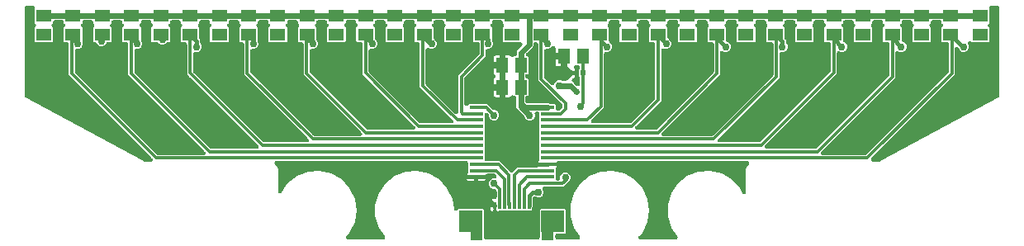
<source format=gbr>
G04 EAGLE Gerber RS-274X export*
G75*
%MOMM*%
%FSLAX34Y34*%
%LPD*%
%INTop Copper*%
%IPPOS*%
%AMOC8*
5,1,8,0,0,1.08239X$1,22.5*%
G01*
%ADD10R,1.300000X1.500000*%
%ADD11R,1.600000X1.300000*%
%ADD12R,1.397000X0.348000*%
%ADD13R,0.470000X0.600000*%
%ADD14R,1.300000X1.600000*%
%ADD15R,0.300000X0.800000*%
%ADD16R,2.400000X2.200000*%
%ADD17R,1.300000X0.850000*%
%ADD18C,0.558800*%
%ADD19C,0.756400*%
%ADD20C,0.406400*%
%ADD21C,0.304800*%

G36*
X367911Y360163D02*
X367911Y360163D01*
X367931Y360161D01*
X368111Y360183D01*
X368291Y360201D01*
X368310Y360207D01*
X368331Y360209D01*
X368503Y360266D01*
X368676Y360319D01*
X368694Y360329D01*
X368713Y360335D01*
X368870Y360424D01*
X369030Y360511D01*
X369045Y360524D01*
X369063Y360534D01*
X369200Y360653D01*
X369339Y360768D01*
X369352Y360784D01*
X369367Y360798D01*
X369478Y360941D01*
X369591Y361082D01*
X369601Y361100D01*
X369613Y361117D01*
X369694Y361280D01*
X369777Y361439D01*
X369782Y361459D01*
X369792Y361478D01*
X369838Y361653D01*
X369888Y361826D01*
X369890Y361847D01*
X369895Y361867D01*
X369906Y362047D01*
X369921Y362228D01*
X369919Y362248D01*
X369920Y362269D01*
X369895Y362448D01*
X369874Y362627D01*
X369868Y362647D01*
X369865Y362668D01*
X369805Y362838D01*
X369749Y363010D01*
X369739Y363028D01*
X369732Y363048D01*
X369568Y363336D01*
X363405Y372377D01*
X359836Y383946D01*
X359836Y396054D01*
X363405Y407623D01*
X370225Y417627D01*
X379691Y425176D01*
X390962Y429599D01*
X403035Y430504D01*
X414839Y427810D01*
X425325Y421756D01*
X433560Y412881D01*
X438813Y401972D01*
X440441Y391175D01*
X440455Y391118D01*
X440461Y391060D01*
X440505Y390924D01*
X440540Y390785D01*
X440565Y390732D01*
X440583Y390676D01*
X440652Y390551D01*
X440714Y390422D01*
X440749Y390375D01*
X440778Y390324D01*
X440870Y390215D01*
X440956Y390101D01*
X441000Y390062D01*
X441038Y390017D01*
X441151Y389928D01*
X441257Y389833D01*
X441308Y389804D01*
X441354Y389767D01*
X441482Y389703D01*
X441605Y389631D01*
X441661Y389611D01*
X441713Y389585D01*
X441851Y389547D01*
X441986Y389500D01*
X442044Y389493D01*
X442101Y389477D01*
X442244Y389466D01*
X442385Y389448D01*
X442444Y389452D01*
X442503Y389448D01*
X442644Y389465D01*
X442787Y389475D01*
X442844Y389491D01*
X442902Y389498D01*
X443038Y389544D01*
X443175Y389581D01*
X443228Y389607D01*
X443284Y389626D01*
X443407Y389697D01*
X443535Y389762D01*
X443582Y389798D01*
X443633Y389827D01*
X443789Y389960D01*
X443853Y390010D01*
X443866Y390025D01*
X443886Y390042D01*
X445368Y391525D01*
X470632Y391525D01*
X471525Y390632D01*
X471525Y362192D01*
X471527Y362174D01*
X471525Y362156D01*
X471546Y361974D01*
X471565Y361791D01*
X471570Y361774D01*
X471572Y361757D01*
X471629Y361582D01*
X471683Y361406D01*
X471691Y361391D01*
X471697Y361374D01*
X471787Y361214D01*
X471875Y361052D01*
X471886Y361039D01*
X471895Y361023D01*
X472015Y360884D01*
X472132Y360743D01*
X472146Y360732D01*
X472158Y360718D01*
X472303Y360606D01*
X472446Y360491D01*
X472462Y360483D01*
X472476Y360472D01*
X472641Y360390D01*
X472803Y360305D01*
X472820Y360300D01*
X472836Y360292D01*
X473015Y360245D01*
X473190Y360194D01*
X473208Y360192D01*
X473225Y360188D01*
X473556Y360161D01*
X526444Y360161D01*
X526462Y360163D01*
X526480Y360161D01*
X526662Y360182D01*
X526845Y360201D01*
X526862Y360206D01*
X526879Y360208D01*
X527054Y360265D01*
X527230Y360319D01*
X527245Y360327D01*
X527262Y360333D01*
X527422Y360423D01*
X527584Y360511D01*
X527597Y360522D01*
X527613Y360531D01*
X527752Y360651D01*
X527893Y360768D01*
X527904Y360782D01*
X527918Y360794D01*
X528030Y360939D01*
X528145Y361082D01*
X528153Y361098D01*
X528164Y361112D01*
X528246Y361277D01*
X528331Y361439D01*
X528336Y361456D01*
X528344Y361472D01*
X528391Y361651D01*
X528442Y361826D01*
X528444Y361844D01*
X528448Y361861D01*
X528475Y362192D01*
X528475Y390632D01*
X529368Y391525D01*
X554632Y391525D01*
X555525Y390632D01*
X555525Y367368D01*
X554632Y366475D01*
X546556Y366475D01*
X546538Y366473D01*
X546520Y366475D01*
X546338Y366454D01*
X546155Y366435D01*
X546138Y366430D01*
X546121Y366428D01*
X545946Y366371D01*
X545770Y366317D01*
X545755Y366309D01*
X545738Y366303D01*
X545578Y366213D01*
X545416Y366125D01*
X545403Y366114D01*
X545387Y366105D01*
X545248Y365985D01*
X545107Y365868D01*
X545096Y365854D01*
X545082Y365842D01*
X544970Y365697D01*
X544855Y365554D01*
X544847Y365538D01*
X544836Y365524D01*
X544754Y365359D01*
X544669Y365197D01*
X544664Y365180D01*
X544656Y365164D01*
X544609Y364985D01*
X544558Y364810D01*
X544556Y364792D01*
X544552Y364775D01*
X544525Y364444D01*
X544525Y362192D01*
X544527Y362174D01*
X544525Y362156D01*
X544546Y361974D01*
X544565Y361791D01*
X544570Y361774D01*
X544572Y361757D01*
X544629Y361582D01*
X544683Y361406D01*
X544691Y361391D01*
X544697Y361374D01*
X544787Y361214D01*
X544875Y361052D01*
X544886Y361039D01*
X544895Y361023D01*
X545015Y360884D01*
X545132Y360743D01*
X545146Y360732D01*
X545158Y360718D01*
X545303Y360606D01*
X545446Y360491D01*
X545462Y360483D01*
X545476Y360472D01*
X545641Y360390D01*
X545803Y360305D01*
X545820Y360300D01*
X545836Y360292D01*
X546015Y360245D01*
X546190Y360194D01*
X546208Y360192D01*
X546225Y360188D01*
X546556Y360161D01*
X567890Y360161D01*
X567910Y360163D01*
X567931Y360161D01*
X568111Y360183D01*
X568291Y360201D01*
X568310Y360207D01*
X568331Y360209D01*
X568502Y360266D01*
X568675Y360319D01*
X568694Y360329D01*
X568713Y360335D01*
X568870Y360424D01*
X569030Y360511D01*
X569045Y360524D01*
X569063Y360534D01*
X569200Y360653D01*
X569339Y360768D01*
X569352Y360784D01*
X569367Y360798D01*
X569478Y360941D01*
X569591Y361082D01*
X569601Y361100D01*
X569613Y361117D01*
X569694Y361280D01*
X569777Y361439D01*
X569782Y361459D01*
X569792Y361478D01*
X569838Y361653D01*
X569888Y361826D01*
X569890Y361847D01*
X569895Y361867D01*
X569906Y362047D01*
X569921Y362228D01*
X569918Y362248D01*
X569920Y362269D01*
X569895Y362448D01*
X569874Y362627D01*
X569868Y362647D01*
X569865Y362668D01*
X569805Y362838D01*
X569749Y363010D01*
X569739Y363028D01*
X569732Y363048D01*
X569568Y363336D01*
X563405Y372377D01*
X559836Y383946D01*
X559836Y396054D01*
X563405Y407623D01*
X570225Y417627D01*
X579691Y425176D01*
X590962Y429599D01*
X603035Y430504D01*
X614839Y427810D01*
X625325Y421756D01*
X633560Y412881D01*
X638813Y401972D01*
X640618Y390000D01*
X638813Y378028D01*
X633560Y367119D01*
X630270Y363574D01*
X630166Y363436D01*
X630058Y363302D01*
X630045Y363276D01*
X630027Y363253D01*
X629952Y363098D01*
X629872Y362945D01*
X629864Y362917D01*
X629852Y362890D01*
X629809Y362723D01*
X629761Y362558D01*
X629759Y362529D01*
X629751Y362500D01*
X629742Y362328D01*
X629728Y362156D01*
X629732Y362127D01*
X629730Y362098D01*
X629755Y361928D01*
X629775Y361757D01*
X629784Y361729D01*
X629788Y361700D01*
X629846Y361538D01*
X629900Y361374D01*
X629914Y361348D01*
X629924Y361321D01*
X630013Y361174D01*
X630098Y361023D01*
X630117Y361001D01*
X630132Y360976D01*
X630248Y360849D01*
X630361Y360718D01*
X630384Y360701D01*
X630404Y360679D01*
X630543Y360577D01*
X630679Y360472D01*
X630705Y360459D01*
X630729Y360441D01*
X630885Y360369D01*
X631040Y360292D01*
X631068Y360285D01*
X631094Y360273D01*
X631262Y360233D01*
X631428Y360188D01*
X631461Y360185D01*
X631486Y360179D01*
X631571Y360176D01*
X631759Y360161D01*
X667890Y360161D01*
X667910Y360163D01*
X667931Y360161D01*
X668111Y360183D01*
X668291Y360201D01*
X668310Y360207D01*
X668331Y360209D01*
X668502Y360266D01*
X668675Y360319D01*
X668694Y360329D01*
X668713Y360335D01*
X668870Y360424D01*
X669030Y360511D01*
X669045Y360524D01*
X669063Y360534D01*
X669200Y360653D01*
X669339Y360768D01*
X669352Y360784D01*
X669367Y360798D01*
X669478Y360941D01*
X669591Y361082D01*
X669601Y361100D01*
X669613Y361117D01*
X669694Y361280D01*
X669777Y361439D01*
X669782Y361459D01*
X669792Y361478D01*
X669838Y361653D01*
X669888Y361826D01*
X669890Y361847D01*
X669895Y361867D01*
X669906Y362047D01*
X669921Y362228D01*
X669918Y362248D01*
X669920Y362269D01*
X669895Y362448D01*
X669874Y362627D01*
X669868Y362647D01*
X669865Y362668D01*
X669805Y362838D01*
X669749Y363010D01*
X669739Y363028D01*
X669732Y363048D01*
X669568Y363336D01*
X663405Y372377D01*
X659836Y383946D01*
X659836Y396054D01*
X663405Y407623D01*
X670225Y417627D01*
X679691Y425176D01*
X690962Y429599D01*
X703035Y430504D01*
X714839Y427810D01*
X725325Y421756D01*
X733560Y412881D01*
X735978Y407860D01*
X736056Y407733D01*
X736127Y407602D01*
X736160Y407561D01*
X736188Y407516D01*
X736289Y407407D01*
X736384Y407292D01*
X736425Y407259D01*
X736461Y407221D01*
X736582Y407133D01*
X736698Y407040D01*
X736745Y407016D01*
X736787Y406985D01*
X736923Y406923D01*
X737055Y406855D01*
X737106Y406840D01*
X737154Y406818D01*
X737299Y406784D01*
X737442Y406743D01*
X737495Y406739D01*
X737546Y406727D01*
X737695Y406722D01*
X737844Y406710D01*
X737896Y406716D01*
X737949Y406715D01*
X738095Y406740D01*
X738243Y406757D01*
X738293Y406774D01*
X738345Y406782D01*
X738485Y406836D01*
X738626Y406882D01*
X738672Y406908D01*
X738721Y406927D01*
X738847Y407007D01*
X738977Y407080D01*
X739017Y407114D01*
X739061Y407143D01*
X739169Y407246D01*
X739282Y407343D01*
X739314Y407385D01*
X739352Y407421D01*
X739437Y407543D01*
X739528Y407661D01*
X739552Y407708D01*
X739582Y407752D01*
X739641Y407888D01*
X739708Y408022D01*
X739721Y408073D01*
X739742Y408121D01*
X739773Y408267D01*
X739812Y408411D01*
X739817Y408470D01*
X739827Y408515D01*
X739828Y408599D01*
X739839Y408741D01*
X739839Y432021D01*
X741386Y435756D01*
X742864Y437234D01*
X742870Y437241D01*
X742877Y437246D01*
X742997Y437396D01*
X743119Y437545D01*
X743124Y437553D01*
X743129Y437560D01*
X743218Y437730D01*
X743308Y437901D01*
X743311Y437910D01*
X743315Y437917D01*
X743368Y438102D01*
X743423Y438287D01*
X743424Y438296D01*
X743426Y438304D01*
X743442Y438495D01*
X743459Y438688D01*
X743458Y438697D01*
X743459Y438706D01*
X743437Y438895D01*
X743416Y439088D01*
X743413Y439097D01*
X743412Y439105D01*
X743353Y439287D01*
X743294Y439472D01*
X743290Y439480D01*
X743287Y439488D01*
X743193Y439655D01*
X743099Y439824D01*
X743094Y439831D01*
X743089Y439839D01*
X742964Y439984D01*
X742839Y440131D01*
X742832Y440137D01*
X742826Y440144D01*
X742676Y440260D01*
X742523Y440381D01*
X742515Y440385D01*
X742508Y440390D01*
X742337Y440476D01*
X742164Y440563D01*
X742156Y440566D01*
X742147Y440570D01*
X741962Y440620D01*
X741776Y440671D01*
X741767Y440672D01*
X741759Y440674D01*
X741428Y440701D01*
X548117Y440701D01*
X548099Y440699D01*
X548081Y440701D01*
X547899Y440680D01*
X547716Y440661D01*
X547699Y440656D01*
X547682Y440654D01*
X547507Y440597D01*
X547331Y440543D01*
X547316Y440535D01*
X547299Y440529D01*
X547139Y440439D01*
X546977Y440351D01*
X546964Y440340D01*
X546948Y440331D01*
X546809Y440211D01*
X546668Y440094D01*
X546657Y440080D01*
X546643Y440068D01*
X546531Y439923D01*
X546416Y439780D01*
X546408Y439764D01*
X546397Y439750D01*
X546315Y439585D01*
X546230Y439423D01*
X546225Y439406D01*
X546217Y439390D01*
X546188Y439281D01*
X536560Y439281D01*
X527034Y439281D01*
X527034Y439325D01*
X527207Y439971D01*
X527576Y440610D01*
X527600Y440640D01*
X527710Y440775D01*
X527723Y440799D01*
X527739Y440820D01*
X527817Y440977D01*
X527899Y441131D01*
X527907Y441156D01*
X527919Y441180D01*
X527964Y441350D01*
X528014Y441517D01*
X528016Y441543D01*
X528023Y441569D01*
X528050Y441900D01*
X528050Y446615D01*
X528051Y446617D01*
X528053Y446635D01*
X528057Y446653D01*
X528071Y446835D01*
X528087Y447018D01*
X528085Y447036D01*
X528087Y447054D01*
X528064Y447235D01*
X528050Y447359D01*
X528050Y453115D01*
X528051Y453117D01*
X528053Y453135D01*
X528057Y453153D01*
X528071Y453335D01*
X528087Y453518D01*
X528085Y453536D01*
X528087Y453554D01*
X528064Y453735D01*
X528050Y453859D01*
X528050Y459615D01*
X528051Y459617D01*
X528053Y459635D01*
X528057Y459653D01*
X528071Y459835D01*
X528087Y460018D01*
X528085Y460036D01*
X528087Y460054D01*
X528064Y460235D01*
X528050Y460359D01*
X528050Y466115D01*
X528051Y466117D01*
X528053Y466135D01*
X528057Y466153D01*
X528071Y466335D01*
X528087Y466518D01*
X528085Y466536D01*
X528087Y466554D01*
X528064Y466735D01*
X528050Y466859D01*
X528050Y472614D01*
X528051Y472616D01*
X528052Y472634D01*
X528057Y472652D01*
X528071Y472835D01*
X528087Y473017D01*
X528085Y473035D01*
X528087Y473053D01*
X528064Y473236D01*
X528050Y473359D01*
X528050Y479115D01*
X528051Y479117D01*
X528053Y479135D01*
X528057Y479153D01*
X528071Y479335D01*
X528087Y479518D01*
X528085Y479536D01*
X528087Y479554D01*
X528064Y479735D01*
X528050Y479859D01*
X528050Y485615D01*
X528051Y485617D01*
X528053Y485635D01*
X528057Y485653D01*
X528071Y485835D01*
X528087Y486018D01*
X528085Y486036D01*
X528087Y486054D01*
X528064Y486235D01*
X528050Y486359D01*
X528050Y489400D01*
X528048Y489418D01*
X528050Y489436D01*
X528029Y489618D01*
X528010Y489801D01*
X528005Y489818D01*
X528003Y489835D01*
X527946Y490010D01*
X527892Y490186D01*
X527884Y490201D01*
X527878Y490218D01*
X527788Y490378D01*
X527700Y490540D01*
X527689Y490553D01*
X527680Y490569D01*
X527560Y490708D01*
X527443Y490849D01*
X527429Y490860D01*
X527417Y490874D01*
X527272Y490986D01*
X527129Y491101D01*
X527113Y491109D01*
X527099Y491120D01*
X526934Y491202D01*
X526772Y491287D01*
X526755Y491292D01*
X526739Y491300D01*
X526560Y491347D01*
X526385Y491398D01*
X526367Y491400D01*
X526350Y491404D01*
X526019Y491431D01*
X525390Y491431D01*
X525377Y491430D01*
X525363Y491431D01*
X525177Y491410D01*
X524989Y491391D01*
X524977Y491387D01*
X524963Y491386D01*
X524784Y491328D01*
X524605Y491273D01*
X524593Y491267D01*
X524580Y491263D01*
X524416Y491171D01*
X524251Y491081D01*
X524240Y491073D01*
X524228Y491066D01*
X524085Y490944D01*
X523941Y490824D01*
X523933Y490813D01*
X523923Y490804D01*
X523806Y490656D01*
X523689Y490510D01*
X523683Y490498D01*
X523674Y490487D01*
X523589Y490318D01*
X523503Y490153D01*
X523500Y490140D01*
X523494Y490128D01*
X523444Y489946D01*
X523392Y489766D01*
X523391Y489752D01*
X523387Y489739D01*
X523375Y489552D01*
X523359Y489364D01*
X523361Y489351D01*
X523360Y489338D01*
X523384Y489151D01*
X523406Y488965D01*
X523410Y488952D01*
X523412Y488938D01*
X523467Y488768D01*
X523467Y486624D01*
X522659Y484674D01*
X521166Y483181D01*
X519216Y482373D01*
X517104Y482373D01*
X515154Y483181D01*
X513661Y484674D01*
X512828Y486686D01*
X512813Y486713D01*
X512803Y486743D01*
X512718Y486891D01*
X512638Y487041D01*
X512618Y487065D01*
X512602Y487092D01*
X512387Y487345D01*
X506855Y492877D01*
X505355Y494378D01*
X504697Y495965D01*
X504697Y505264D01*
X504695Y505282D01*
X504697Y505300D01*
X504676Y505482D01*
X504657Y505665D01*
X504652Y505682D01*
X504650Y505699D01*
X504593Y505874D01*
X504539Y506050D01*
X504531Y506065D01*
X504525Y506082D01*
X504435Y506242D01*
X504347Y506404D01*
X504336Y506417D01*
X504327Y506433D01*
X504207Y506572D01*
X504090Y506713D01*
X504076Y506724D01*
X504064Y506738D01*
X503919Y506850D01*
X503776Y506965D01*
X503760Y506973D01*
X503746Y506984D01*
X503581Y507066D01*
X503419Y507151D01*
X503402Y507156D01*
X503386Y507164D01*
X503207Y507211D01*
X503032Y507262D01*
X503014Y507264D01*
X502997Y507268D01*
X502666Y507295D01*
X502112Y507295D01*
X501883Y507525D01*
X501819Y507577D01*
X501762Y507636D01*
X501664Y507704D01*
X501571Y507780D01*
X501499Y507819D01*
X501431Y507865D01*
X501321Y507913D01*
X501215Y507969D01*
X501137Y507992D01*
X501061Y508025D01*
X500944Y508049D01*
X500830Y508083D01*
X500747Y508091D01*
X500667Y508108D01*
X500548Y508109D01*
X500429Y508120D01*
X500347Y508111D01*
X500264Y508112D01*
X500147Y508089D01*
X500028Y508076D01*
X499950Y508052D01*
X499869Y508036D01*
X499758Y507991D01*
X499644Y507955D01*
X499572Y507915D01*
X499496Y507884D01*
X499397Y507818D01*
X499292Y507760D01*
X499229Y507707D01*
X499161Y507661D01*
X499076Y507577D01*
X498985Y507500D01*
X498934Y507435D01*
X498876Y507377D01*
X498835Y507318D01*
X498304Y506787D01*
X497725Y506452D01*
X497079Y506279D01*
X493493Y506279D01*
X493493Y515102D01*
X493491Y515120D01*
X493493Y515137D01*
X493472Y515320D01*
X493453Y515502D01*
X493448Y515519D01*
X493446Y515537D01*
X493389Y515712D01*
X493335Y515887D01*
X493327Y515903D01*
X493321Y515920D01*
X493231Y516080D01*
X493143Y516241D01*
X493132Y516255D01*
X493123Y516271D01*
X493078Y516323D01*
X493163Y516428D01*
X493171Y516444D01*
X493182Y516458D01*
X493264Y516623D01*
X493349Y516786D01*
X493354Y516803D01*
X493362Y516819D01*
X493409Y516997D01*
X493460Y517172D01*
X493462Y517190D01*
X493466Y517207D01*
X493493Y517538D01*
X493493Y537774D01*
X493491Y537792D01*
X493493Y537809D01*
X493472Y537992D01*
X493453Y538174D01*
X493448Y538191D01*
X493446Y538209D01*
X493389Y538384D01*
X493335Y538559D01*
X493327Y538575D01*
X493321Y538592D01*
X493231Y538752D01*
X493143Y538913D01*
X493132Y538927D01*
X493123Y538943D01*
X493078Y538995D01*
X493163Y539100D01*
X493171Y539116D01*
X493182Y539130D01*
X493264Y539295D01*
X493349Y539458D01*
X493354Y539475D01*
X493362Y539491D01*
X493409Y539669D01*
X493460Y539844D01*
X493462Y539862D01*
X493466Y539879D01*
X493493Y540210D01*
X493493Y549033D01*
X497079Y549033D01*
X497725Y548860D01*
X498304Y548525D01*
X498855Y547975D01*
X498922Y547881D01*
X498982Y547825D01*
X499035Y547762D01*
X499129Y547688D01*
X499216Y547607D01*
X499287Y547564D01*
X499351Y547512D01*
X499458Y547458D01*
X499559Y547396D01*
X499637Y547367D01*
X499710Y547330D01*
X499825Y547298D01*
X499937Y547257D01*
X500019Y547244D01*
X500098Y547222D01*
X500217Y547213D01*
X500335Y547195D01*
X500417Y547199D01*
X500500Y547193D01*
X500618Y547208D01*
X500737Y547213D01*
X500817Y547233D01*
X500899Y547243D01*
X501012Y547281D01*
X501128Y547310D01*
X501203Y547345D01*
X501281Y547371D01*
X501384Y547431D01*
X501492Y547482D01*
X501558Y547531D01*
X501630Y547572D01*
X501746Y547671D01*
X501815Y547722D01*
X501842Y547753D01*
X501883Y547787D01*
X502112Y548017D01*
X502894Y548017D01*
X502912Y548019D01*
X502930Y548017D01*
X503112Y548038D01*
X503295Y548057D01*
X503312Y548062D01*
X503329Y548064D01*
X503504Y548121D01*
X503680Y548175D01*
X503695Y548183D01*
X503712Y548189D01*
X503872Y548279D01*
X504034Y548367D01*
X504047Y548378D01*
X504063Y548387D01*
X504202Y548507D01*
X504343Y548624D01*
X504354Y548638D01*
X504368Y548650D01*
X504480Y548795D01*
X504595Y548938D01*
X504603Y548954D01*
X504614Y548968D01*
X504696Y549133D01*
X504781Y549295D01*
X504786Y549312D01*
X504794Y549328D01*
X504841Y549507D01*
X504892Y549682D01*
X504894Y549700D01*
X504898Y549717D01*
X504925Y550048D01*
X504925Y552775D01*
X505583Y554362D01*
X510228Y559008D01*
X510234Y559015D01*
X510241Y559020D01*
X510361Y559170D01*
X510483Y559319D01*
X510487Y559327D01*
X510493Y559334D01*
X510581Y559504D01*
X510672Y559675D01*
X510674Y559684D01*
X510678Y559691D01*
X510732Y559876D01*
X510787Y560061D01*
X510787Y560070D01*
X510790Y560078D01*
X510806Y560269D01*
X510823Y560462D01*
X510822Y560471D01*
X510823Y560480D01*
X510801Y560668D01*
X510780Y560862D01*
X510777Y560871D01*
X510776Y560879D01*
X510716Y561061D01*
X510658Y561246D01*
X510654Y561254D01*
X510651Y561262D01*
X510556Y561431D01*
X510463Y561598D01*
X510458Y561605D01*
X510453Y561613D01*
X510328Y561758D01*
X510203Y561905D01*
X510196Y561911D01*
X510190Y561918D01*
X510039Y562035D01*
X509887Y562155D01*
X509879Y562159D01*
X509872Y562164D01*
X509700Y562250D01*
X509528Y562337D01*
X509519Y562340D01*
X509511Y562344D01*
X509325Y562394D01*
X509140Y562445D01*
X509131Y562446D01*
X509123Y562448D01*
X508792Y562475D01*
X491368Y562475D01*
X490475Y563368D01*
X490475Y577632D01*
X491407Y578564D01*
X491419Y578577D01*
X491432Y578589D01*
X491547Y578734D01*
X491662Y578875D01*
X491671Y578891D01*
X491682Y578905D01*
X491765Y579069D01*
X491851Y579231D01*
X491856Y579248D01*
X491864Y579264D01*
X491914Y579441D01*
X491966Y579617D01*
X491967Y579635D01*
X491972Y579652D01*
X491986Y579835D01*
X492002Y580018D01*
X492000Y580036D01*
X492002Y580053D01*
X491979Y580235D01*
X491959Y580418D01*
X491953Y580435D01*
X491951Y580453D01*
X491893Y580626D01*
X491837Y580802D01*
X491829Y580818D01*
X491823Y580834D01*
X491732Y580993D01*
X491643Y581154D01*
X491631Y581168D01*
X491622Y581183D01*
X491407Y581436D01*
X490475Y582368D01*
X490475Y583150D01*
X490473Y583168D01*
X490475Y583186D01*
X490454Y583368D01*
X490435Y583551D01*
X490430Y583568D01*
X490428Y583585D01*
X490371Y583760D01*
X490317Y583936D01*
X490309Y583951D01*
X490303Y583968D01*
X490213Y584128D01*
X490125Y584290D01*
X490114Y584303D01*
X490105Y584319D01*
X489985Y584458D01*
X489868Y584599D01*
X489854Y584610D01*
X489842Y584624D01*
X489697Y584736D01*
X489554Y584851D01*
X489538Y584859D01*
X489524Y584870D01*
X489359Y584952D01*
X489197Y585037D01*
X489180Y585042D01*
X489164Y585050D01*
X488985Y585097D01*
X488810Y585148D01*
X488792Y585150D01*
X488775Y585154D01*
X488444Y585181D01*
X481556Y585181D01*
X481538Y585179D01*
X481520Y585181D01*
X481338Y585160D01*
X481155Y585141D01*
X481138Y585136D01*
X481121Y585134D01*
X480946Y585077D01*
X480770Y585023D01*
X480755Y585015D01*
X480738Y585009D01*
X480578Y584919D01*
X480416Y584831D01*
X480403Y584820D01*
X480387Y584811D01*
X480248Y584691D01*
X480107Y584574D01*
X480096Y584560D01*
X480082Y584548D01*
X479970Y584403D01*
X479855Y584260D01*
X479847Y584244D01*
X479836Y584230D01*
X479754Y584065D01*
X479669Y583903D01*
X479664Y583886D01*
X479656Y583870D01*
X479609Y583691D01*
X479558Y583516D01*
X479556Y583498D01*
X479552Y583481D01*
X479525Y583150D01*
X479525Y582368D01*
X478593Y581436D01*
X478581Y581422D01*
X478568Y581411D01*
X478454Y581267D01*
X478338Y581125D01*
X478329Y581109D01*
X478318Y581095D01*
X478235Y580931D01*
X478149Y580769D01*
X478144Y580752D01*
X478136Y580736D01*
X478086Y580559D01*
X478034Y580383D01*
X478033Y580365D01*
X478028Y580348D01*
X478014Y580165D01*
X477998Y579982D01*
X478000Y579964D01*
X477998Y579947D01*
X478021Y579765D01*
X478041Y579582D01*
X478047Y579565D01*
X478049Y579547D01*
X478107Y579373D01*
X478163Y579198D01*
X478171Y579182D01*
X478177Y579166D01*
X478269Y579007D01*
X478357Y578846D01*
X478369Y578832D01*
X478378Y578817D01*
X478593Y578564D01*
X479525Y577632D01*
X479525Y565141D01*
X479527Y565115D01*
X479525Y565088D01*
X479547Y564915D01*
X479565Y564741D01*
X479573Y564715D01*
X479576Y564689D01*
X479632Y564523D01*
X479683Y564356D01*
X479696Y564332D01*
X479704Y564307D01*
X479792Y564155D01*
X479875Y564002D01*
X479892Y563981D01*
X479905Y563958D01*
X479968Y563884D01*
X480795Y561888D01*
X480795Y559776D01*
X479987Y557826D01*
X478494Y556333D01*
X476544Y555525D01*
X475080Y555525D01*
X475062Y555523D01*
X475044Y555525D01*
X474862Y555504D01*
X474679Y555485D01*
X474662Y555480D01*
X474645Y555478D01*
X474470Y555421D01*
X474294Y555367D01*
X474279Y555359D01*
X474262Y555353D01*
X474102Y555263D01*
X473940Y555175D01*
X473927Y555164D01*
X473911Y555155D01*
X473772Y555035D01*
X473631Y554918D01*
X473620Y554904D01*
X473606Y554892D01*
X473494Y554747D01*
X473379Y554604D01*
X473371Y554588D01*
X473360Y554574D01*
X473278Y554409D01*
X473193Y554247D01*
X473188Y554230D01*
X473180Y554214D01*
X473133Y554035D01*
X473082Y553860D01*
X473080Y553842D01*
X473076Y553825D01*
X473049Y553494D01*
X473049Y547985D01*
X451700Y526636D01*
X451683Y526615D01*
X451662Y526598D01*
X451555Y526460D01*
X451445Y526325D01*
X451432Y526301D01*
X451416Y526280D01*
X451338Y526123D01*
X451256Y525969D01*
X451248Y525943D01*
X451236Y525919D01*
X451191Y525750D01*
X451141Y525583D01*
X451139Y525556D01*
X451132Y525531D01*
X451105Y525200D01*
X451105Y499200D01*
X451106Y499191D01*
X451105Y499182D01*
X451126Y498990D01*
X451145Y498799D01*
X451147Y498791D01*
X451148Y498782D01*
X451207Y498597D01*
X451263Y498414D01*
X451267Y498406D01*
X451270Y498398D01*
X451363Y498230D01*
X451455Y498060D01*
X451460Y498054D01*
X451465Y498046D01*
X451590Y497898D01*
X451712Y497751D01*
X451719Y497746D01*
X451725Y497739D01*
X451877Y497619D01*
X452026Y497499D01*
X452034Y497495D01*
X452041Y497489D01*
X452213Y497401D01*
X452383Y497313D01*
X452392Y497311D01*
X452400Y497307D01*
X452586Y497255D01*
X452770Y497202D01*
X452779Y497201D01*
X452788Y497199D01*
X452980Y497185D01*
X453172Y497169D01*
X453180Y497170D01*
X453189Y497169D01*
X453382Y497194D01*
X453571Y497216D01*
X453580Y497219D01*
X453589Y497220D01*
X453772Y497281D01*
X453954Y497341D01*
X453962Y497345D01*
X453970Y497348D01*
X454136Y497443D01*
X454305Y497539D01*
X454312Y497544D01*
X454319Y497549D01*
X454572Y497764D01*
X455823Y499015D01*
X471223Y499015D01*
X471345Y498950D01*
X471370Y498942D01*
X471394Y498930D01*
X471563Y498885D01*
X471731Y498835D01*
X471757Y498833D01*
X471783Y498826D01*
X472114Y498799D01*
X474777Y498799D01*
X479994Y493582D01*
X480015Y493565D01*
X480032Y493544D01*
X480170Y493437D01*
X480305Y493327D01*
X480329Y493314D01*
X480350Y493298D01*
X480507Y493220D01*
X480661Y493138D01*
X480687Y493130D01*
X480711Y493118D01*
X480880Y493073D01*
X481047Y493023D01*
X481074Y493021D01*
X481099Y493014D01*
X481430Y492987D01*
X482640Y492987D01*
X484590Y492179D01*
X486083Y490686D01*
X486891Y488736D01*
X486891Y486624D01*
X486083Y484674D01*
X484590Y483181D01*
X482640Y482373D01*
X480528Y482373D01*
X478578Y483181D01*
X477085Y484674D01*
X476277Y486624D01*
X476277Y487834D01*
X476275Y487860D01*
X476277Y487887D01*
X476255Y488061D01*
X476237Y488234D01*
X476230Y488260D01*
X476226Y488286D01*
X476170Y488452D01*
X476119Y488619D01*
X476107Y488643D01*
X476098Y488668D01*
X476011Y488820D01*
X475927Y488973D01*
X475910Y488994D01*
X475897Y489017D01*
X475682Y489270D01*
X475417Y489535D01*
X475410Y489541D01*
X475405Y489548D01*
X475255Y489668D01*
X475106Y489790D01*
X475098Y489794D01*
X475091Y489800D01*
X474921Y489888D01*
X474750Y489979D01*
X474742Y489981D01*
X474734Y489986D01*
X474549Y490039D01*
X474364Y490094D01*
X474355Y490094D01*
X474347Y490097D01*
X474155Y490113D01*
X473963Y490130D01*
X473954Y490129D01*
X473945Y490130D01*
X473755Y490107D01*
X473563Y490087D01*
X473555Y490084D01*
X473546Y490083D01*
X473362Y490023D01*
X473179Y489965D01*
X473171Y489961D01*
X473163Y489958D01*
X472994Y489863D01*
X472827Y489770D01*
X472820Y489765D01*
X472812Y489760D01*
X472666Y489634D01*
X472520Y489510D01*
X472514Y489503D01*
X472507Y489497D01*
X472390Y489346D01*
X472270Y489194D01*
X472266Y489186D01*
X472261Y489179D01*
X472175Y489007D01*
X472088Y488835D01*
X472085Y488826D01*
X472081Y488818D01*
X472031Y488632D01*
X471980Y488447D01*
X471979Y488438D01*
X471977Y488430D01*
X471950Y488099D01*
X471950Y486386D01*
X471949Y486384D01*
X471948Y486366D01*
X471943Y486348D01*
X471929Y486165D01*
X471913Y485983D01*
X471915Y485965D01*
X471913Y485947D01*
X471936Y485764D01*
X471950Y485641D01*
X471950Y479886D01*
X471949Y479884D01*
X471948Y479866D01*
X471943Y479848D01*
X471929Y479665D01*
X471913Y479483D01*
X471915Y479465D01*
X471913Y479447D01*
X471936Y479264D01*
X471950Y479141D01*
X471950Y473386D01*
X471949Y473384D01*
X471948Y473366D01*
X471943Y473348D01*
X471929Y473165D01*
X471913Y472983D01*
X471915Y472965D01*
X471913Y472947D01*
X471936Y472764D01*
X471950Y472641D01*
X471950Y466886D01*
X471949Y466884D01*
X471948Y466866D01*
X471943Y466848D01*
X471929Y466665D01*
X471913Y466483D01*
X471915Y466465D01*
X471913Y466447D01*
X471936Y466264D01*
X471950Y466141D01*
X471950Y460386D01*
X471949Y460384D01*
X471948Y460366D01*
X471943Y460348D01*
X471929Y460165D01*
X471913Y459983D01*
X471915Y459965D01*
X471913Y459947D01*
X471936Y459764D01*
X471950Y459641D01*
X471950Y453886D01*
X471949Y453884D01*
X471948Y453866D01*
X471943Y453848D01*
X471929Y453665D01*
X471913Y453483D01*
X471915Y453465D01*
X471913Y453447D01*
X471936Y453264D01*
X471950Y453141D01*
X471950Y447386D01*
X471949Y447384D01*
X471948Y447366D01*
X471943Y447348D01*
X471929Y447165D01*
X471913Y446983D01*
X471915Y446965D01*
X471913Y446947D01*
X471936Y446764D01*
X471950Y446641D01*
X471950Y442330D01*
X471952Y442312D01*
X471950Y442294D01*
X471971Y442112D01*
X471990Y441929D01*
X471995Y441912D01*
X471997Y441895D01*
X472054Y441720D01*
X472108Y441544D01*
X472116Y441529D01*
X472122Y441512D01*
X472212Y441352D01*
X472300Y441190D01*
X472311Y441177D01*
X472320Y441161D01*
X472440Y441022D01*
X472557Y440881D01*
X472571Y440870D01*
X472583Y440856D01*
X472728Y440744D01*
X472871Y440629D01*
X472887Y440621D01*
X472901Y440610D01*
X473066Y440528D01*
X473228Y440443D01*
X473245Y440438D01*
X473261Y440430D01*
X473440Y440383D01*
X473615Y440332D01*
X473633Y440330D01*
X473650Y440326D01*
X473981Y440299D01*
X487557Y440299D01*
X498436Y429420D01*
X498449Y429409D01*
X498461Y429395D01*
X498605Y429281D01*
X498747Y429165D01*
X498763Y429156D01*
X498777Y429145D01*
X498941Y429062D01*
X499103Y428976D01*
X499120Y428971D01*
X499136Y428963D01*
X499313Y428914D01*
X499489Y428861D01*
X499507Y428860D01*
X499524Y428855D01*
X499707Y428842D01*
X499890Y428825D01*
X499908Y428827D01*
X499925Y428826D01*
X500107Y428849D01*
X500290Y428868D01*
X500307Y428874D01*
X500325Y428876D01*
X500498Y428934D01*
X500674Y428990D01*
X500690Y428999D01*
X500706Y429004D01*
X500866Y429096D01*
X501026Y429185D01*
X501040Y429196D01*
X501055Y429205D01*
X501308Y429420D01*
X505687Y433799D01*
X525003Y433799D01*
X525021Y433801D01*
X525039Y433799D01*
X525221Y433820D01*
X525404Y433839D01*
X525421Y433844D01*
X525438Y433846D01*
X525613Y433903D01*
X525789Y433957D01*
X525804Y433965D01*
X525821Y433971D01*
X525981Y434061D01*
X526143Y434149D01*
X526156Y434160D01*
X526172Y434169D01*
X526311Y434289D01*
X526452Y434406D01*
X526463Y434420D01*
X526477Y434432D01*
X526589Y434577D01*
X526704Y434720D01*
X526712Y434736D01*
X526723Y434750D01*
X526805Y434915D01*
X526890Y435077D01*
X526895Y435094D01*
X526903Y435110D01*
X526932Y435219D01*
X536560Y435219D01*
X546086Y435219D01*
X546086Y435175D01*
X545913Y434529D01*
X545544Y433890D01*
X545520Y433860D01*
X545410Y433725D01*
X545397Y433701D01*
X545381Y433680D01*
X545303Y433523D01*
X545221Y433369D01*
X545213Y433344D01*
X545201Y433320D01*
X545156Y433150D01*
X545106Y432983D01*
X545104Y432957D01*
X545097Y432931D01*
X545070Y432600D01*
X545070Y427885D01*
X545069Y427883D01*
X545067Y427865D01*
X545063Y427847D01*
X545049Y427665D01*
X545033Y427482D01*
X545035Y427464D01*
X545033Y427446D01*
X545056Y427265D01*
X545070Y427141D01*
X545070Y422656D01*
X545072Y422638D01*
X545070Y422620D01*
X545091Y422438D01*
X545110Y422255D01*
X545115Y422238D01*
X545117Y422221D01*
X545174Y422046D01*
X545228Y421870D01*
X545236Y421855D01*
X545242Y421838D01*
X545332Y421678D01*
X545420Y421516D01*
X545431Y421503D01*
X545440Y421487D01*
X545560Y421348D01*
X545677Y421207D01*
X545691Y421196D01*
X545703Y421182D01*
X545848Y421070D01*
X545991Y420955D01*
X546007Y420947D01*
X546021Y420936D01*
X546186Y420854D01*
X546348Y420769D01*
X546365Y420764D01*
X546381Y420756D01*
X546560Y420709D01*
X546735Y420658D01*
X546753Y420656D01*
X546770Y420652D01*
X547101Y420625D01*
X547398Y420625D01*
X547416Y420627D01*
X547434Y420625D01*
X547616Y420646D01*
X547799Y420665D01*
X547816Y420670D01*
X547833Y420672D01*
X548008Y420729D01*
X548184Y420783D01*
X548199Y420791D01*
X548216Y420797D01*
X548376Y420887D01*
X548538Y420975D01*
X548551Y420986D01*
X548567Y420995D01*
X548706Y421115D01*
X548847Y421232D01*
X548858Y421246D01*
X548872Y421258D01*
X548984Y421403D01*
X549099Y421546D01*
X549107Y421562D01*
X549118Y421576D01*
X549200Y421741D01*
X549285Y421903D01*
X549290Y421920D01*
X549298Y421936D01*
X549345Y422115D01*
X549396Y422290D01*
X549398Y422308D01*
X549402Y422325D01*
X549429Y422656D01*
X549429Y424728D01*
X550237Y426678D01*
X551730Y428171D01*
X553680Y428979D01*
X555792Y428979D01*
X557742Y428171D01*
X559235Y426678D01*
X560043Y424728D01*
X560043Y422616D01*
X559235Y420666D01*
X557714Y419145D01*
X557663Y419115D01*
X557512Y419035D01*
X557488Y419015D01*
X557461Y418999D01*
X557208Y418785D01*
X552951Y414527D01*
X533563Y414527D01*
X533550Y414526D01*
X533537Y414527D01*
X533350Y414506D01*
X533163Y414487D01*
X533150Y414483D01*
X533136Y414482D01*
X532957Y414424D01*
X532778Y414369D01*
X532766Y414363D01*
X532753Y414359D01*
X532588Y414267D01*
X532424Y414177D01*
X532413Y414169D01*
X532402Y414162D01*
X532258Y414040D01*
X532114Y413920D01*
X532106Y413909D01*
X532096Y413901D01*
X531979Y413752D01*
X531862Y413606D01*
X531856Y413594D01*
X531848Y413584D01*
X531763Y413415D01*
X531677Y413249D01*
X531673Y413236D01*
X531667Y413224D01*
X531617Y413043D01*
X531565Y412862D01*
X531564Y412848D01*
X531561Y412835D01*
X531548Y412647D01*
X531532Y412460D01*
X531534Y412447D01*
X531533Y412434D01*
X531557Y412246D01*
X531579Y412061D01*
X531583Y412048D01*
X531585Y412035D01*
X531687Y411719D01*
X532611Y409488D01*
X532611Y407376D01*
X531803Y405426D01*
X530310Y403933D01*
X528360Y403125D01*
X526248Y403125D01*
X524236Y403959D01*
X524207Y403968D01*
X524179Y403982D01*
X524014Y404026D01*
X523851Y404075D01*
X523820Y404078D01*
X523790Y404086D01*
X523459Y404113D01*
X523088Y404113D01*
X523070Y404111D01*
X523052Y404113D01*
X522870Y404092D01*
X522687Y404073D01*
X522670Y404068D01*
X522653Y404066D01*
X522478Y404009D01*
X522302Y403955D01*
X522287Y403947D01*
X522270Y403941D01*
X522110Y403851D01*
X521948Y403763D01*
X521935Y403752D01*
X521919Y403743D01*
X521780Y403623D01*
X521639Y403506D01*
X521628Y403492D01*
X521614Y403480D01*
X521502Y403335D01*
X521387Y403192D01*
X521379Y403176D01*
X521368Y403162D01*
X521286Y402997D01*
X521201Y402835D01*
X521196Y402818D01*
X521188Y402802D01*
X521141Y402623D01*
X521090Y402448D01*
X521088Y402430D01*
X521084Y402413D01*
X521057Y402082D01*
X521057Y393518D01*
X520975Y393413D01*
X520865Y393278D01*
X520852Y393255D01*
X520836Y393233D01*
X520758Y393077D01*
X520676Y392923D01*
X520668Y392897D01*
X520656Y392873D01*
X520611Y392704D01*
X520561Y392537D01*
X520559Y392510D01*
X520552Y392484D01*
X520525Y392153D01*
X520525Y390368D01*
X519632Y389475D01*
X486910Y389475D01*
X486883Y389473D01*
X486856Y389475D01*
X486683Y389453D01*
X486509Y389435D01*
X486484Y389428D01*
X486457Y389424D01*
X486291Y389369D01*
X486124Y389317D01*
X486101Y389304D01*
X486075Y389296D01*
X485924Y389209D01*
X485770Y389125D01*
X485750Y389108D01*
X485726Y389095D01*
X485608Y388995D01*
X484981Y388632D01*
X484531Y388512D01*
X484531Y389471D01*
X484514Y389650D01*
X484500Y389829D01*
X484494Y389850D01*
X484491Y389872D01*
X484439Y390044D01*
X484390Y390216D01*
X484380Y390236D01*
X484373Y390256D01*
X484288Y390415D01*
X484206Y390574D01*
X484191Y390594D01*
X484182Y390610D01*
X484131Y390671D01*
X484003Y390837D01*
X484003Y390838D01*
X483960Y390876D01*
X483924Y390920D01*
X483811Y391011D01*
X483704Y391107D01*
X483654Y391136D01*
X483610Y391172D01*
X483482Y391239D01*
X483357Y391313D01*
X483303Y391332D01*
X483252Y391358D01*
X483114Y391398D01*
X482977Y391446D01*
X482921Y391453D01*
X482866Y391469D01*
X482722Y391481D01*
X482579Y391501D01*
X482521Y391498D01*
X482464Y391502D01*
X482321Y391485D01*
X482177Y391477D01*
X482121Y391462D01*
X482064Y391455D01*
X481927Y391411D01*
X481788Y391374D01*
X481736Y391348D01*
X481682Y391330D01*
X481556Y391260D01*
X481426Y391196D01*
X481381Y391161D01*
X481331Y391133D01*
X481222Y391038D01*
X481107Y390950D01*
X481070Y390907D01*
X481026Y390869D01*
X480938Y390755D01*
X480843Y390646D01*
X480815Y390597D01*
X480780Y390551D01*
X480715Y390422D01*
X480644Y390297D01*
X480626Y390242D01*
X480600Y390191D01*
X480563Y390051D01*
X480517Y389914D01*
X480511Y389857D01*
X480496Y389802D01*
X480479Y389593D01*
X480469Y389515D01*
X480471Y389495D01*
X480469Y389471D01*
X480469Y388512D01*
X480019Y388632D01*
X479440Y388967D01*
X478967Y389440D01*
X478632Y390019D01*
X478459Y390665D01*
X478459Y392969D01*
X482420Y392969D01*
X482438Y392970D01*
X482456Y392969D01*
X482638Y392990D01*
X482821Y393008D01*
X482838Y393014D01*
X482855Y393016D01*
X483030Y393073D01*
X483206Y393127D01*
X483221Y393135D01*
X483238Y393141D01*
X483398Y393231D01*
X483560Y393318D01*
X483573Y393330D01*
X483589Y393339D01*
X483728Y393459D01*
X483869Y393576D01*
X483880Y393590D01*
X483894Y393602D01*
X484006Y393747D01*
X484121Y393890D01*
X484129Y393906D01*
X484140Y393920D01*
X484222Y394084D01*
X484307Y394247D01*
X484312Y394264D01*
X484320Y394280D01*
X484367Y394458D01*
X484418Y394634D01*
X484420Y394652D01*
X484424Y394669D01*
X484451Y395000D01*
X484450Y395018D01*
X484451Y395035D01*
X484451Y395036D01*
X484430Y395218D01*
X484411Y395401D01*
X484406Y395418D01*
X484404Y395436D01*
X484347Y395610D01*
X484293Y395786D01*
X484285Y395801D01*
X484279Y395818D01*
X484189Y395979D01*
X484101Y396140D01*
X484090Y396153D01*
X484081Y396169D01*
X483961Y396308D01*
X483844Y396449D01*
X483830Y396460D01*
X483818Y396474D01*
X483673Y396586D01*
X483530Y396701D01*
X483514Y396710D01*
X483500Y396720D01*
X483335Y396802D01*
X483173Y396887D01*
X483156Y396892D01*
X483140Y396900D01*
X482961Y396948D01*
X482786Y396998D01*
X482768Y397000D01*
X482751Y397004D01*
X482420Y397031D01*
X478459Y397031D01*
X478459Y399335D01*
X478632Y399981D01*
X478967Y400560D01*
X479440Y401033D01*
X480019Y401368D01*
X480665Y401541D01*
X482420Y401541D01*
X482438Y401543D01*
X482456Y401541D01*
X482638Y401562D01*
X482821Y401581D01*
X482838Y401586D01*
X482855Y401588D01*
X483030Y401645D01*
X483206Y401699D01*
X483221Y401707D01*
X483238Y401713D01*
X483398Y401803D01*
X483560Y401891D01*
X483573Y401902D01*
X483589Y401911D01*
X483728Y402031D01*
X483869Y402148D01*
X483880Y402162D01*
X483894Y402174D01*
X484006Y402319D01*
X484121Y402462D01*
X484129Y402478D01*
X484140Y402492D01*
X484222Y402657D01*
X484307Y402819D01*
X484312Y402836D01*
X484320Y402852D01*
X484367Y403031D01*
X484418Y403206D01*
X484420Y403224D01*
X484424Y403241D01*
X484451Y403572D01*
X484451Y409556D01*
X484449Y409582D01*
X484451Y409609D01*
X484429Y409783D01*
X484411Y409956D01*
X484404Y409982D01*
X484400Y410009D01*
X484345Y410174D01*
X484293Y410341D01*
X484280Y410365D01*
X484272Y410390D01*
X484185Y410542D01*
X484101Y410695D01*
X484084Y410716D01*
X484071Y410739D01*
X483856Y410992D01*
X483174Y411674D01*
X483153Y411691D01*
X483136Y411712D01*
X482998Y411819D01*
X482863Y411929D01*
X482839Y411942D01*
X482818Y411958D01*
X482661Y412036D01*
X482507Y412118D01*
X482481Y412126D01*
X482457Y412138D01*
X482288Y412183D01*
X482121Y412233D01*
X482094Y412235D01*
X482069Y412242D01*
X481738Y412269D01*
X480528Y412269D01*
X478578Y413077D01*
X477085Y414570D01*
X476277Y416520D01*
X476277Y418632D01*
X477085Y420582D01*
X478578Y422075D01*
X480528Y422883D01*
X482302Y422883D01*
X482311Y422884D01*
X482320Y422883D01*
X482510Y422903D01*
X482702Y422923D01*
X482711Y422925D01*
X482720Y422926D01*
X482903Y422984D01*
X483087Y423041D01*
X483095Y423045D01*
X483104Y423048D01*
X483272Y423141D01*
X483441Y423233D01*
X483448Y423238D01*
X483456Y423243D01*
X483603Y423367D01*
X483751Y423490D01*
X483756Y423497D01*
X483763Y423503D01*
X483883Y423655D01*
X484003Y423804D01*
X484007Y423812D01*
X484013Y423819D01*
X484100Y423992D01*
X484189Y424161D01*
X484191Y424170D01*
X484195Y424178D01*
X484247Y424363D01*
X484300Y424548D01*
X484301Y424557D01*
X484303Y424566D01*
X484317Y424758D01*
X484333Y424950D01*
X484332Y424958D01*
X484332Y424967D01*
X484308Y425159D01*
X484286Y425349D01*
X484283Y425358D01*
X484282Y425367D01*
X484221Y425549D01*
X484161Y425732D01*
X484157Y425740D01*
X484154Y425748D01*
X484058Y425916D01*
X483963Y426083D01*
X483957Y426090D01*
X483953Y426097D01*
X483738Y426350D01*
X482982Y427106D01*
X482961Y427123D01*
X482944Y427144D01*
X482806Y427250D01*
X482671Y427361D01*
X482647Y427374D01*
X482626Y427390D01*
X482469Y427468D01*
X482315Y427550D01*
X482289Y427558D01*
X482265Y427570D01*
X482096Y427615D01*
X481929Y427665D01*
X481902Y427667D01*
X481877Y427674D01*
X481546Y427701D01*
X474997Y427701D01*
X474979Y427699D01*
X474961Y427701D01*
X474779Y427680D01*
X474596Y427661D01*
X474579Y427656D01*
X474562Y427654D01*
X474387Y427597D01*
X474211Y427543D01*
X474196Y427535D01*
X474179Y427529D01*
X474019Y427439D01*
X473857Y427351D01*
X473844Y427340D01*
X473828Y427331D01*
X473689Y427211D01*
X473548Y427094D01*
X473537Y427080D01*
X473523Y427068D01*
X473411Y426923D01*
X473296Y426780D01*
X473288Y426764D01*
X473277Y426750D01*
X473195Y426585D01*
X473110Y426423D01*
X473105Y426406D01*
X473097Y426390D01*
X473068Y426281D01*
X463440Y426281D01*
X453914Y426281D01*
X453914Y426325D01*
X454087Y426971D01*
X454456Y427610D01*
X454480Y427640D01*
X454590Y427775D01*
X454603Y427799D01*
X454619Y427820D01*
X454697Y427977D01*
X454779Y428131D01*
X454787Y428156D01*
X454799Y428180D01*
X454844Y428350D01*
X454894Y428517D01*
X454896Y428543D01*
X454903Y428569D01*
X454930Y428900D01*
X454930Y433615D01*
X454931Y433617D01*
X454933Y433635D01*
X454937Y433653D01*
X454951Y433835D01*
X454967Y434018D01*
X454965Y434036D01*
X454967Y434054D01*
X454944Y434235D01*
X454930Y434359D01*
X454930Y438670D01*
X454928Y438688D01*
X454930Y438706D01*
X454909Y438888D01*
X454890Y439071D01*
X454885Y439088D01*
X454883Y439105D01*
X454826Y439280D01*
X454772Y439456D01*
X454764Y439471D01*
X454758Y439488D01*
X454668Y439648D01*
X454580Y439810D01*
X454569Y439823D01*
X454560Y439839D01*
X454440Y439978D01*
X454323Y440119D01*
X454309Y440130D01*
X454297Y440144D01*
X454152Y440256D01*
X454009Y440371D01*
X453993Y440379D01*
X453979Y440390D01*
X453814Y440472D01*
X453652Y440557D01*
X453635Y440562D01*
X453619Y440570D01*
X453440Y440617D01*
X453265Y440668D01*
X453247Y440670D01*
X453230Y440674D01*
X452899Y440701D01*
X258572Y440701D01*
X258563Y440700D01*
X258554Y440701D01*
X258362Y440680D01*
X258171Y440661D01*
X258163Y440659D01*
X258154Y440658D01*
X257972Y440600D01*
X257786Y440543D01*
X257779Y440539D01*
X257770Y440536D01*
X257602Y440443D01*
X257432Y440351D01*
X257426Y440346D01*
X257418Y440341D01*
X257270Y440216D01*
X257123Y440094D01*
X257118Y440087D01*
X257111Y440081D01*
X256991Y439929D01*
X256871Y439780D01*
X256867Y439772D01*
X256861Y439765D01*
X256773Y439592D01*
X256685Y439423D01*
X256683Y439414D01*
X256679Y439406D01*
X256627Y439220D01*
X256574Y439036D01*
X256573Y439027D01*
X256571Y439018D01*
X256557Y438826D01*
X256541Y438634D01*
X256542Y438626D01*
X256541Y438617D01*
X256566Y438424D01*
X256588Y438235D01*
X256591Y438226D01*
X256592Y438217D01*
X256653Y438034D01*
X256713Y437852D01*
X256717Y437844D01*
X256720Y437836D01*
X256815Y437670D01*
X256911Y437501D01*
X256917Y437494D01*
X256921Y437487D01*
X257136Y437234D01*
X258614Y435756D01*
X260161Y432021D01*
X260161Y409451D01*
X260180Y409258D01*
X260200Y409056D01*
X260200Y409053D01*
X260201Y409050D01*
X260258Y408862D01*
X260317Y408670D01*
X260318Y408668D01*
X260319Y408665D01*
X260411Y408494D01*
X260507Y408316D01*
X260509Y408313D01*
X260511Y408311D01*
X260638Y408158D01*
X260764Y408006D01*
X260766Y408004D01*
X260768Y408002D01*
X260923Y407877D01*
X261077Y407753D01*
X261080Y407751D01*
X261082Y407749D01*
X261257Y407658D01*
X261434Y407566D01*
X261437Y407565D01*
X261439Y407564D01*
X261629Y407509D01*
X261821Y407454D01*
X261824Y407453D01*
X261826Y407453D01*
X262025Y407436D01*
X262222Y407420D01*
X262225Y407420D01*
X262228Y407420D01*
X262422Y407442D01*
X262622Y407465D01*
X262625Y407466D01*
X262627Y407467D01*
X262818Y407529D01*
X263005Y407589D01*
X263007Y407591D01*
X263010Y407591D01*
X263184Y407690D01*
X263356Y407786D01*
X263358Y407788D01*
X263361Y407789D01*
X263507Y407916D01*
X263662Y408048D01*
X263664Y408051D01*
X263665Y408052D01*
X263679Y408070D01*
X263870Y408306D01*
X270225Y417627D01*
X279691Y425176D01*
X290962Y429599D01*
X303035Y430504D01*
X314839Y427810D01*
X325325Y421756D01*
X333560Y412881D01*
X338813Y401972D01*
X340618Y390000D01*
X338813Y378028D01*
X333560Y367119D01*
X330270Y363574D01*
X330166Y363436D01*
X330058Y363302D01*
X330045Y363276D01*
X330027Y363253D01*
X329952Y363098D01*
X329872Y362945D01*
X329864Y362917D01*
X329852Y362890D01*
X329809Y362723D01*
X329761Y362558D01*
X329759Y362529D01*
X329751Y362500D01*
X329742Y362328D01*
X329728Y362156D01*
X329732Y362127D01*
X329730Y362098D01*
X329755Y361928D01*
X329775Y361757D01*
X329784Y361729D01*
X329788Y361700D01*
X329846Y361538D01*
X329900Y361374D01*
X329914Y361348D01*
X329924Y361321D01*
X330013Y361174D01*
X330098Y361023D01*
X330117Y361001D01*
X330132Y360976D01*
X330248Y360849D01*
X330361Y360718D01*
X330384Y360701D01*
X330404Y360679D01*
X330543Y360577D01*
X330679Y360472D01*
X330705Y360459D01*
X330729Y360441D01*
X330885Y360369D01*
X331040Y360292D01*
X331068Y360285D01*
X331094Y360273D01*
X331262Y360233D01*
X331428Y360188D01*
X331461Y360185D01*
X331486Y360179D01*
X331571Y360176D01*
X331759Y360161D01*
X367890Y360161D01*
X367911Y360163D01*
G37*
G36*
X184075Y446800D02*
X184075Y446800D01*
X184084Y446799D01*
X184277Y446820D01*
X184466Y446839D01*
X184475Y446841D01*
X184484Y446842D01*
X184668Y446901D01*
X184851Y446957D01*
X184859Y446961D01*
X184868Y446964D01*
X185036Y447057D01*
X185205Y447149D01*
X185212Y447154D01*
X185220Y447159D01*
X185367Y447283D01*
X185515Y447406D01*
X185520Y447413D01*
X185527Y447419D01*
X185647Y447571D01*
X185767Y447720D01*
X185771Y447728D01*
X185777Y447735D01*
X185864Y447908D01*
X185953Y448077D01*
X185955Y448086D01*
X185959Y448094D01*
X186011Y448280D01*
X186064Y448464D01*
X186065Y448473D01*
X186067Y448482D01*
X186081Y448673D01*
X186097Y448866D01*
X186096Y448874D01*
X186096Y448883D01*
X186072Y449076D01*
X186050Y449265D01*
X186047Y449274D01*
X186046Y449283D01*
X185985Y449465D01*
X185925Y449648D01*
X185921Y449656D01*
X185918Y449664D01*
X185822Y449831D01*
X185727Y449999D01*
X185721Y450006D01*
X185717Y450013D01*
X185502Y450266D01*
X109060Y526708D01*
X106679Y529089D01*
X106679Y560444D01*
X106677Y560462D01*
X106679Y560480D01*
X106658Y560662D01*
X106639Y560845D01*
X106634Y560862D01*
X106632Y560879D01*
X106575Y561054D01*
X106521Y561230D01*
X106513Y561245D01*
X106507Y561262D01*
X106417Y561422D01*
X106329Y561584D01*
X106318Y561597D01*
X106309Y561613D01*
X106189Y561752D01*
X106072Y561893D01*
X106058Y561904D01*
X106046Y561918D01*
X105901Y562030D01*
X105758Y562145D01*
X105742Y562153D01*
X105728Y562164D01*
X105563Y562246D01*
X105401Y562331D01*
X105384Y562336D01*
X105368Y562344D01*
X105189Y562391D01*
X105014Y562442D01*
X104996Y562444D01*
X104979Y562448D01*
X104648Y562475D01*
X101368Y562475D01*
X100475Y563368D01*
X100475Y577632D01*
X101407Y578564D01*
X101419Y578577D01*
X101432Y578589D01*
X101547Y578734D01*
X101662Y578875D01*
X101671Y578891D01*
X101682Y578905D01*
X101765Y579069D01*
X101851Y579231D01*
X101856Y579248D01*
X101864Y579264D01*
X101914Y579441D01*
X101966Y579617D01*
X101967Y579635D01*
X101972Y579652D01*
X101986Y579835D01*
X102002Y580018D01*
X102000Y580036D01*
X102002Y580053D01*
X101979Y580235D01*
X101959Y580418D01*
X101953Y580435D01*
X101951Y580453D01*
X101893Y580626D01*
X101837Y580802D01*
X101829Y580818D01*
X101823Y580834D01*
X101732Y580993D01*
X101643Y581154D01*
X101631Y581168D01*
X101622Y581183D01*
X101407Y581436D01*
X100475Y582368D01*
X100475Y583150D01*
X100473Y583168D01*
X100475Y583186D01*
X100454Y583368D01*
X100435Y583551D01*
X100430Y583568D01*
X100428Y583585D01*
X100371Y583760D01*
X100317Y583936D01*
X100309Y583951D01*
X100303Y583968D01*
X100213Y584128D01*
X100125Y584290D01*
X100114Y584303D01*
X100105Y584319D01*
X99985Y584458D01*
X99868Y584599D01*
X99854Y584610D01*
X99842Y584624D01*
X99697Y584736D01*
X99554Y584851D01*
X99538Y584859D01*
X99524Y584870D01*
X99359Y584952D01*
X99197Y585037D01*
X99180Y585042D01*
X99164Y585050D01*
X98985Y585097D01*
X98810Y585148D01*
X98792Y585150D01*
X98775Y585154D01*
X98444Y585181D01*
X91556Y585181D01*
X91538Y585179D01*
X91520Y585181D01*
X91338Y585160D01*
X91155Y585141D01*
X91138Y585136D01*
X91121Y585134D01*
X90946Y585077D01*
X90770Y585023D01*
X90755Y585015D01*
X90738Y585009D01*
X90578Y584919D01*
X90416Y584831D01*
X90403Y584820D01*
X90387Y584811D01*
X90248Y584691D01*
X90107Y584574D01*
X90096Y584560D01*
X90082Y584548D01*
X89970Y584403D01*
X89855Y584260D01*
X89847Y584244D01*
X89836Y584230D01*
X89754Y584065D01*
X89669Y583903D01*
X89664Y583886D01*
X89656Y583870D01*
X89609Y583691D01*
X89558Y583516D01*
X89556Y583498D01*
X89552Y583481D01*
X89525Y583150D01*
X89525Y582368D01*
X88593Y581436D01*
X88581Y581422D01*
X88568Y581411D01*
X88454Y581267D01*
X88338Y581125D01*
X88329Y581109D01*
X88318Y581095D01*
X88235Y580931D01*
X88149Y580769D01*
X88144Y580752D01*
X88136Y580736D01*
X88086Y580559D01*
X88034Y580383D01*
X88033Y580365D01*
X88028Y580348D01*
X88014Y580165D01*
X87998Y579982D01*
X88000Y579964D01*
X87998Y579947D01*
X88021Y579765D01*
X88041Y579582D01*
X88047Y579565D01*
X88049Y579547D01*
X88107Y579373D01*
X88163Y579198D01*
X88171Y579182D01*
X88177Y579166D01*
X88269Y579007D01*
X88357Y578846D01*
X88369Y578832D01*
X88378Y578817D01*
X88593Y578564D01*
X89525Y577632D01*
X89525Y563368D01*
X88632Y562475D01*
X85767Y562475D01*
X85745Y562473D01*
X85723Y562475D01*
X85545Y562453D01*
X85367Y562435D01*
X85345Y562429D01*
X85323Y562426D01*
X85154Y562370D01*
X84982Y562317D01*
X84962Y562307D01*
X84941Y562300D01*
X84785Y562211D01*
X84628Y562125D01*
X84611Y562111D01*
X84591Y562100D01*
X84455Y561982D01*
X84319Y561868D01*
X84305Y561850D01*
X84288Y561836D01*
X84178Y561694D01*
X84066Y561554D01*
X84056Y561534D01*
X84042Y561516D01*
X83891Y561221D01*
X83747Y560874D01*
X82254Y559381D01*
X80304Y558573D01*
X78192Y558573D01*
X76242Y559381D01*
X74749Y560874D01*
X74605Y561221D01*
X74595Y561241D01*
X74588Y561262D01*
X74500Y561418D01*
X74415Y561576D01*
X74401Y561593D01*
X74390Y561613D01*
X74273Y561748D01*
X74159Y561887D01*
X74141Y561901D01*
X74127Y561918D01*
X73985Y562027D01*
X73846Y562140D01*
X73826Y562151D01*
X73809Y562164D01*
X73648Y562244D01*
X73490Y562327D01*
X73468Y562334D01*
X73448Y562344D01*
X73274Y562390D01*
X73103Y562440D01*
X73081Y562442D01*
X73059Y562448D01*
X72729Y562475D01*
X71368Y562475D01*
X70475Y563368D01*
X70475Y577632D01*
X71407Y578564D01*
X71419Y578577D01*
X71432Y578589D01*
X71547Y578734D01*
X71662Y578875D01*
X71671Y578891D01*
X71682Y578905D01*
X71765Y579069D01*
X71851Y579231D01*
X71856Y579248D01*
X71864Y579264D01*
X71914Y579441D01*
X71966Y579617D01*
X71967Y579635D01*
X71972Y579652D01*
X71986Y579835D01*
X72002Y580018D01*
X72000Y580036D01*
X72002Y580053D01*
X71979Y580235D01*
X71959Y580418D01*
X71953Y580435D01*
X71951Y580453D01*
X71893Y580626D01*
X71837Y580802D01*
X71829Y580818D01*
X71823Y580834D01*
X71732Y580993D01*
X71643Y581154D01*
X71631Y581168D01*
X71622Y581183D01*
X71407Y581436D01*
X70475Y582368D01*
X70475Y583150D01*
X70473Y583168D01*
X70475Y583186D01*
X70454Y583368D01*
X70435Y583551D01*
X70430Y583568D01*
X70428Y583585D01*
X70371Y583760D01*
X70317Y583936D01*
X70309Y583951D01*
X70303Y583968D01*
X70213Y584128D01*
X70125Y584290D01*
X70114Y584303D01*
X70105Y584319D01*
X69985Y584458D01*
X69868Y584599D01*
X69854Y584610D01*
X69842Y584624D01*
X69697Y584736D01*
X69554Y584851D01*
X69538Y584859D01*
X69524Y584870D01*
X69359Y584952D01*
X69197Y585037D01*
X69180Y585042D01*
X69164Y585050D01*
X68985Y585097D01*
X68810Y585148D01*
X68792Y585150D01*
X68775Y585154D01*
X68444Y585181D01*
X61556Y585181D01*
X61538Y585179D01*
X61520Y585181D01*
X61338Y585160D01*
X61155Y585141D01*
X61138Y585136D01*
X61121Y585134D01*
X60946Y585077D01*
X60770Y585023D01*
X60755Y585015D01*
X60738Y585009D01*
X60578Y584919D01*
X60416Y584831D01*
X60403Y584820D01*
X60387Y584811D01*
X60248Y584691D01*
X60107Y584574D01*
X60096Y584560D01*
X60082Y584548D01*
X59970Y584403D01*
X59855Y584260D01*
X59847Y584244D01*
X59836Y584230D01*
X59754Y584065D01*
X59669Y583903D01*
X59664Y583886D01*
X59656Y583870D01*
X59609Y583691D01*
X59558Y583516D01*
X59556Y583498D01*
X59552Y583481D01*
X59525Y583150D01*
X59525Y582368D01*
X58593Y581436D01*
X58581Y581422D01*
X58568Y581411D01*
X58454Y581267D01*
X58338Y581125D01*
X58329Y581109D01*
X58318Y581095D01*
X58235Y580931D01*
X58149Y580769D01*
X58144Y580752D01*
X58136Y580736D01*
X58086Y580559D01*
X58034Y580383D01*
X58033Y580365D01*
X58028Y580348D01*
X58014Y580165D01*
X57998Y579982D01*
X58000Y579964D01*
X57998Y579947D01*
X58021Y579765D01*
X58041Y579582D01*
X58047Y579565D01*
X58049Y579547D01*
X58107Y579373D01*
X58163Y579198D01*
X58171Y579182D01*
X58177Y579166D01*
X58269Y579007D01*
X58357Y578846D01*
X58369Y578832D01*
X58378Y578817D01*
X58593Y578564D01*
X59525Y577632D01*
X59525Y563851D01*
X59528Y563820D01*
X59526Y563789D01*
X59548Y563620D01*
X59565Y563451D01*
X59574Y563421D01*
X59578Y563390D01*
X59679Y563074D01*
X60171Y561888D01*
X60171Y559776D01*
X59363Y557826D01*
X57870Y556333D01*
X55920Y555525D01*
X53848Y555525D01*
X53830Y555523D01*
X53812Y555525D01*
X53630Y555504D01*
X53447Y555485D01*
X53430Y555480D01*
X53413Y555478D01*
X53238Y555421D01*
X53062Y555367D01*
X53047Y555359D01*
X53030Y555353D01*
X52870Y555263D01*
X52708Y555175D01*
X52695Y555164D01*
X52679Y555155D01*
X52540Y555035D01*
X52399Y554918D01*
X52388Y554904D01*
X52374Y554892D01*
X52262Y554747D01*
X52147Y554604D01*
X52139Y554588D01*
X52128Y554574D01*
X52046Y554409D01*
X51961Y554247D01*
X51956Y554230D01*
X51948Y554214D01*
X51901Y554035D01*
X51850Y553860D01*
X51848Y553842D01*
X51844Y553825D01*
X51817Y553494D01*
X51817Y532456D01*
X51819Y532430D01*
X51817Y532403D01*
X51839Y532229D01*
X51857Y532056D01*
X51864Y532030D01*
X51868Y532003D01*
X51923Y531838D01*
X51975Y531671D01*
X51988Y531647D01*
X51996Y531622D01*
X52083Y531470D01*
X52167Y531317D01*
X52184Y531296D01*
X52197Y531273D01*
X52412Y531020D01*
X136038Y447394D01*
X136059Y447377D01*
X136076Y447356D01*
X136214Y447249D01*
X136349Y447139D01*
X136373Y447126D01*
X136394Y447110D01*
X136551Y447032D01*
X136705Y446950D01*
X136731Y446942D01*
X136755Y446930D01*
X136924Y446885D01*
X137091Y446835D01*
X137118Y446833D01*
X137143Y446826D01*
X137474Y446799D01*
X184066Y446799D01*
X184075Y446800D01*
G37*
G36*
X810884Y453301D02*
X810884Y453301D01*
X810911Y453299D01*
X811085Y453321D01*
X811258Y453339D01*
X811284Y453346D01*
X811311Y453350D01*
X811476Y453405D01*
X811643Y453457D01*
X811667Y453470D01*
X811692Y453478D01*
X811844Y453565D01*
X811997Y453649D01*
X812018Y453666D01*
X812041Y453679D01*
X812294Y453894D01*
X886372Y527972D01*
X886389Y527993D01*
X886410Y528010D01*
X886517Y528148D01*
X886627Y528283D01*
X886640Y528307D01*
X886656Y528328D01*
X886734Y528485D01*
X886816Y528639D01*
X886824Y528665D01*
X886836Y528689D01*
X886881Y528858D01*
X886931Y529025D01*
X886933Y529052D01*
X886940Y529077D01*
X886967Y529408D01*
X886967Y560444D01*
X886965Y560462D01*
X886967Y560480D01*
X886946Y560662D01*
X886927Y560845D01*
X886922Y560862D01*
X886920Y560879D01*
X886863Y561054D01*
X886809Y561230D01*
X886801Y561245D01*
X886795Y561262D01*
X886705Y561422D01*
X886617Y561584D01*
X886606Y561597D01*
X886597Y561613D01*
X886477Y561752D01*
X886360Y561893D01*
X886346Y561904D01*
X886334Y561918D01*
X886189Y562030D01*
X886046Y562145D01*
X886030Y562153D01*
X886016Y562164D01*
X885851Y562246D01*
X885689Y562331D01*
X885672Y562336D01*
X885656Y562344D01*
X885477Y562391D01*
X885302Y562442D01*
X885284Y562444D01*
X885267Y562448D01*
X884936Y562475D01*
X881368Y562475D01*
X880475Y563368D01*
X880475Y577632D01*
X881407Y578564D01*
X881419Y578577D01*
X881432Y578589D01*
X881547Y578734D01*
X881662Y578875D01*
X881671Y578891D01*
X881682Y578905D01*
X881765Y579069D01*
X881851Y579231D01*
X881856Y579248D01*
X881864Y579264D01*
X881914Y579441D01*
X881966Y579617D01*
X881967Y579635D01*
X881972Y579652D01*
X881986Y579835D01*
X882002Y580018D01*
X882000Y580036D01*
X882002Y580053D01*
X881979Y580235D01*
X881959Y580418D01*
X881953Y580435D01*
X881951Y580453D01*
X881893Y580626D01*
X881837Y580802D01*
X881829Y580818D01*
X881823Y580834D01*
X881732Y580993D01*
X881643Y581154D01*
X881631Y581168D01*
X881622Y581183D01*
X881407Y581436D01*
X880475Y582368D01*
X880475Y583150D01*
X880473Y583168D01*
X880475Y583186D01*
X880454Y583368D01*
X880435Y583551D01*
X880430Y583568D01*
X880428Y583585D01*
X880371Y583760D01*
X880317Y583936D01*
X880309Y583951D01*
X880303Y583968D01*
X880213Y584128D01*
X880125Y584290D01*
X880114Y584303D01*
X880105Y584319D01*
X879985Y584458D01*
X879868Y584599D01*
X879854Y584610D01*
X879842Y584624D01*
X879697Y584736D01*
X879554Y584851D01*
X879538Y584859D01*
X879524Y584870D01*
X879359Y584952D01*
X879197Y585037D01*
X879180Y585042D01*
X879164Y585050D01*
X878985Y585097D01*
X878810Y585148D01*
X878792Y585150D01*
X878775Y585154D01*
X878444Y585181D01*
X871556Y585181D01*
X871538Y585179D01*
X871520Y585181D01*
X871338Y585160D01*
X871155Y585141D01*
X871138Y585136D01*
X871121Y585134D01*
X870946Y585077D01*
X870770Y585023D01*
X870755Y585015D01*
X870738Y585009D01*
X870578Y584919D01*
X870416Y584831D01*
X870403Y584820D01*
X870387Y584811D01*
X870248Y584691D01*
X870107Y584574D01*
X870096Y584560D01*
X870082Y584548D01*
X869970Y584403D01*
X869855Y584260D01*
X869847Y584244D01*
X869836Y584230D01*
X869754Y584065D01*
X869669Y583903D01*
X869664Y583886D01*
X869656Y583870D01*
X869609Y583691D01*
X869558Y583516D01*
X869556Y583498D01*
X869552Y583481D01*
X869525Y583150D01*
X869525Y582368D01*
X868593Y581436D01*
X868581Y581422D01*
X868568Y581411D01*
X868454Y581267D01*
X868338Y581125D01*
X868329Y581109D01*
X868318Y581095D01*
X868235Y580931D01*
X868149Y580769D01*
X868144Y580752D01*
X868136Y580736D01*
X868086Y580559D01*
X868034Y580383D01*
X868033Y580365D01*
X868028Y580348D01*
X868014Y580165D01*
X867998Y579982D01*
X868000Y579964D01*
X867998Y579947D01*
X868021Y579765D01*
X868041Y579582D01*
X868047Y579565D01*
X868049Y579547D01*
X868107Y579373D01*
X868163Y579198D01*
X868171Y579182D01*
X868177Y579166D01*
X868269Y579007D01*
X868357Y578846D01*
X868369Y578832D01*
X868378Y578817D01*
X868593Y578564D01*
X869525Y577632D01*
X869525Y563368D01*
X868632Y562475D01*
X851368Y562475D01*
X850475Y563368D01*
X850475Y577632D01*
X851407Y578564D01*
X851419Y578577D01*
X851432Y578589D01*
X851547Y578734D01*
X851662Y578875D01*
X851671Y578891D01*
X851682Y578905D01*
X851765Y579069D01*
X851851Y579231D01*
X851856Y579248D01*
X851864Y579264D01*
X851914Y579441D01*
X851966Y579617D01*
X851967Y579635D01*
X851972Y579652D01*
X851986Y579835D01*
X852002Y580018D01*
X852000Y580036D01*
X852002Y580053D01*
X851979Y580235D01*
X851959Y580418D01*
X851953Y580435D01*
X851951Y580453D01*
X851893Y580626D01*
X851837Y580802D01*
X851829Y580818D01*
X851823Y580834D01*
X851732Y580993D01*
X851643Y581154D01*
X851631Y581168D01*
X851622Y581183D01*
X851407Y581436D01*
X850475Y582368D01*
X850475Y583150D01*
X850473Y583168D01*
X850475Y583186D01*
X850454Y583368D01*
X850435Y583551D01*
X850430Y583568D01*
X850428Y583585D01*
X850371Y583760D01*
X850317Y583936D01*
X850309Y583951D01*
X850303Y583968D01*
X850213Y584128D01*
X850125Y584290D01*
X850114Y584303D01*
X850105Y584319D01*
X849985Y584458D01*
X849868Y584599D01*
X849854Y584610D01*
X849842Y584624D01*
X849697Y584736D01*
X849554Y584851D01*
X849538Y584859D01*
X849524Y584870D01*
X849359Y584952D01*
X849197Y585037D01*
X849180Y585042D01*
X849164Y585050D01*
X848985Y585097D01*
X848810Y585148D01*
X848792Y585150D01*
X848775Y585154D01*
X848444Y585181D01*
X841556Y585181D01*
X841538Y585179D01*
X841520Y585181D01*
X841338Y585160D01*
X841155Y585141D01*
X841138Y585136D01*
X841121Y585134D01*
X840946Y585077D01*
X840770Y585023D01*
X840755Y585015D01*
X840738Y585009D01*
X840578Y584919D01*
X840416Y584831D01*
X840403Y584820D01*
X840387Y584811D01*
X840248Y584691D01*
X840107Y584574D01*
X840096Y584560D01*
X840082Y584548D01*
X839970Y584403D01*
X839855Y584260D01*
X839847Y584244D01*
X839836Y584230D01*
X839754Y584065D01*
X839669Y583903D01*
X839664Y583886D01*
X839656Y583870D01*
X839609Y583691D01*
X839558Y583516D01*
X839556Y583498D01*
X839552Y583481D01*
X839525Y583150D01*
X839525Y582368D01*
X838593Y581436D01*
X838581Y581422D01*
X838568Y581411D01*
X838454Y581267D01*
X838338Y581125D01*
X838329Y581109D01*
X838318Y581095D01*
X838235Y580931D01*
X838149Y580769D01*
X838144Y580752D01*
X838136Y580736D01*
X838086Y580559D01*
X838034Y580383D01*
X838033Y580365D01*
X838028Y580348D01*
X838014Y580165D01*
X837998Y579982D01*
X838000Y579964D01*
X837998Y579947D01*
X838021Y579765D01*
X838041Y579582D01*
X838047Y579565D01*
X838049Y579547D01*
X838107Y579373D01*
X838163Y579198D01*
X838171Y579182D01*
X838177Y579166D01*
X838269Y579007D01*
X838357Y578846D01*
X838369Y578832D01*
X838378Y578817D01*
X838593Y578564D01*
X839525Y577632D01*
X839525Y564336D01*
X839527Y564314D01*
X839525Y564292D01*
X839547Y564114D01*
X839565Y563936D01*
X839571Y563915D01*
X839574Y563892D01*
X839630Y563723D01*
X839683Y563551D01*
X839693Y563531D01*
X839700Y563510D01*
X839789Y563355D01*
X839875Y563197D01*
X839889Y563180D01*
X839900Y563160D01*
X840018Y563025D01*
X840132Y562888D01*
X840150Y562874D01*
X840164Y562857D01*
X840307Y562747D01*
X840446Y562635D01*
X840466Y562625D01*
X840484Y562611D01*
X840779Y562460D01*
X841206Y562283D01*
X842699Y560790D01*
X843507Y558840D01*
X843507Y556728D01*
X842699Y554778D01*
X841206Y553285D01*
X839256Y552477D01*
X837144Y552477D01*
X835857Y553010D01*
X835844Y553014D01*
X835833Y553020D01*
X835652Y553073D01*
X835472Y553127D01*
X835459Y553128D01*
X835446Y553132D01*
X835257Y553147D01*
X835071Y553165D01*
X835058Y553164D01*
X835044Y553165D01*
X834858Y553143D01*
X834671Y553123D01*
X834658Y553119D01*
X834645Y553118D01*
X834467Y553060D01*
X834286Y553004D01*
X834275Y552997D01*
X834262Y552993D01*
X834098Y552900D01*
X833933Y552810D01*
X833923Y552802D01*
X833911Y552795D01*
X833768Y552672D01*
X833625Y552551D01*
X833617Y552541D01*
X833606Y552532D01*
X833491Y552383D01*
X833374Y552236D01*
X833368Y552224D01*
X833360Y552214D01*
X833276Y552046D01*
X833190Y551878D01*
X833186Y551865D01*
X833180Y551853D01*
X833131Y551671D01*
X833080Y551491D01*
X833079Y551478D01*
X833076Y551465D01*
X833049Y551134D01*
X833049Y530033D01*
X759782Y456766D01*
X759776Y456759D01*
X759769Y456754D01*
X759649Y456604D01*
X759527Y456455D01*
X759523Y456447D01*
X759517Y456440D01*
X759428Y456269D01*
X759338Y456099D01*
X759336Y456091D01*
X759331Y456083D01*
X759278Y455897D01*
X759223Y455713D01*
X759223Y455704D01*
X759220Y455696D01*
X759204Y455504D01*
X759187Y455312D01*
X759188Y455303D01*
X759187Y455294D01*
X759209Y455105D01*
X759230Y454912D01*
X759233Y454903D01*
X759234Y454895D01*
X759293Y454713D01*
X759352Y454528D01*
X759356Y454520D01*
X759359Y454512D01*
X759454Y454343D01*
X759547Y454176D01*
X759552Y454169D01*
X759557Y454161D01*
X759683Y454015D01*
X759807Y453869D01*
X759814Y453863D01*
X759820Y453856D01*
X759971Y453739D01*
X760123Y453619D01*
X760131Y453615D01*
X760138Y453610D01*
X760310Y453524D01*
X760482Y453437D01*
X760491Y453434D01*
X760499Y453430D01*
X760685Y453380D01*
X760870Y453329D01*
X760879Y453328D01*
X760887Y453326D01*
X761218Y453299D01*
X810858Y453299D01*
X810884Y453301D01*
G37*
G36*
X862296Y446801D02*
X862296Y446801D01*
X862323Y446799D01*
X862497Y446821D01*
X862670Y446839D01*
X862696Y446846D01*
X862723Y446850D01*
X862888Y446905D01*
X863055Y446957D01*
X863079Y446970D01*
X863104Y446978D01*
X863256Y447065D01*
X863409Y447149D01*
X863430Y447166D01*
X863453Y447179D01*
X863706Y447394D01*
X947332Y531020D01*
X947349Y531041D01*
X947370Y531058D01*
X947477Y531196D01*
X947587Y531331D01*
X947600Y531355D01*
X947616Y531376D01*
X947694Y531533D01*
X947776Y531687D01*
X947784Y531713D01*
X947796Y531737D01*
X947841Y531906D01*
X947891Y532073D01*
X947893Y532100D01*
X947900Y532125D01*
X947927Y532456D01*
X947927Y560444D01*
X947925Y560462D01*
X947927Y560480D01*
X947906Y560662D01*
X947887Y560845D01*
X947882Y560862D01*
X947880Y560879D01*
X947823Y561054D01*
X947769Y561230D01*
X947761Y561245D01*
X947755Y561262D01*
X947665Y561422D01*
X947577Y561584D01*
X947566Y561597D01*
X947557Y561613D01*
X947437Y561752D01*
X947320Y561893D01*
X947306Y561904D01*
X947294Y561918D01*
X947149Y562030D01*
X947006Y562145D01*
X946990Y562153D01*
X946976Y562164D01*
X946811Y562246D01*
X946649Y562331D01*
X946632Y562336D01*
X946616Y562344D01*
X946437Y562391D01*
X946262Y562442D01*
X946244Y562444D01*
X946227Y562448D01*
X945896Y562475D01*
X941368Y562475D01*
X940475Y563368D01*
X940475Y577632D01*
X941407Y578564D01*
X941419Y578577D01*
X941432Y578589D01*
X941547Y578734D01*
X941662Y578875D01*
X941671Y578891D01*
X941682Y578905D01*
X941765Y579069D01*
X941851Y579231D01*
X941856Y579248D01*
X941864Y579264D01*
X941914Y579441D01*
X941966Y579617D01*
X941967Y579635D01*
X941972Y579652D01*
X941986Y579835D01*
X942002Y580018D01*
X942000Y580036D01*
X942002Y580053D01*
X941979Y580235D01*
X941959Y580418D01*
X941953Y580435D01*
X941951Y580453D01*
X941893Y580626D01*
X941837Y580802D01*
X941829Y580818D01*
X941823Y580834D01*
X941732Y580993D01*
X941643Y581154D01*
X941631Y581168D01*
X941622Y581183D01*
X941407Y581436D01*
X940475Y582368D01*
X940475Y583150D01*
X940473Y583168D01*
X940475Y583186D01*
X940454Y583368D01*
X940435Y583551D01*
X940430Y583568D01*
X940428Y583585D01*
X940371Y583760D01*
X940317Y583936D01*
X940309Y583951D01*
X940303Y583968D01*
X940213Y584128D01*
X940125Y584290D01*
X940114Y584303D01*
X940105Y584319D01*
X939985Y584458D01*
X939868Y584599D01*
X939854Y584610D01*
X939842Y584624D01*
X939697Y584736D01*
X939554Y584851D01*
X939538Y584859D01*
X939524Y584870D01*
X939359Y584952D01*
X939197Y585037D01*
X939180Y585042D01*
X939164Y585050D01*
X938985Y585097D01*
X938810Y585148D01*
X938792Y585150D01*
X938775Y585154D01*
X938444Y585181D01*
X931556Y585181D01*
X931538Y585179D01*
X931520Y585181D01*
X931338Y585160D01*
X931155Y585141D01*
X931138Y585136D01*
X931121Y585134D01*
X930946Y585077D01*
X930770Y585023D01*
X930755Y585015D01*
X930738Y585009D01*
X930578Y584919D01*
X930416Y584831D01*
X930403Y584820D01*
X930387Y584811D01*
X930248Y584691D01*
X930107Y584574D01*
X930096Y584560D01*
X930082Y584548D01*
X929970Y584403D01*
X929855Y584260D01*
X929847Y584244D01*
X929836Y584230D01*
X929754Y584065D01*
X929669Y583903D01*
X929664Y583886D01*
X929656Y583870D01*
X929609Y583691D01*
X929558Y583516D01*
X929556Y583498D01*
X929552Y583481D01*
X929525Y583150D01*
X929525Y582368D01*
X928593Y581436D01*
X928581Y581422D01*
X928568Y581411D01*
X928454Y581267D01*
X928338Y581125D01*
X928329Y581109D01*
X928318Y581095D01*
X928235Y580931D01*
X928149Y580769D01*
X928144Y580752D01*
X928136Y580736D01*
X928086Y580559D01*
X928034Y580383D01*
X928033Y580365D01*
X928028Y580348D01*
X928014Y580165D01*
X927998Y579982D01*
X928000Y579964D01*
X927998Y579947D01*
X928021Y579765D01*
X928041Y579582D01*
X928047Y579565D01*
X928049Y579547D01*
X928107Y579373D01*
X928163Y579198D01*
X928171Y579182D01*
X928177Y579166D01*
X928269Y579007D01*
X928357Y578846D01*
X928369Y578832D01*
X928378Y578817D01*
X928593Y578564D01*
X929525Y577632D01*
X929525Y563368D01*
X928632Y562475D01*
X911368Y562475D01*
X910475Y563368D01*
X910475Y577632D01*
X911407Y578564D01*
X911419Y578577D01*
X911432Y578589D01*
X911547Y578734D01*
X911662Y578875D01*
X911671Y578891D01*
X911682Y578905D01*
X911765Y579069D01*
X911851Y579231D01*
X911856Y579248D01*
X911864Y579264D01*
X911914Y579441D01*
X911966Y579617D01*
X911967Y579635D01*
X911972Y579652D01*
X911986Y579835D01*
X912002Y580018D01*
X912000Y580036D01*
X912002Y580053D01*
X911979Y580235D01*
X911959Y580418D01*
X911953Y580435D01*
X911951Y580453D01*
X911893Y580626D01*
X911837Y580802D01*
X911829Y580818D01*
X911823Y580834D01*
X911732Y580993D01*
X911643Y581154D01*
X911631Y581168D01*
X911622Y581183D01*
X911407Y581436D01*
X910475Y582368D01*
X910475Y583150D01*
X910473Y583168D01*
X910475Y583186D01*
X910454Y583368D01*
X910435Y583551D01*
X910430Y583568D01*
X910428Y583585D01*
X910371Y583760D01*
X910317Y583936D01*
X910309Y583951D01*
X910303Y583968D01*
X910213Y584128D01*
X910125Y584290D01*
X910114Y584303D01*
X910105Y584319D01*
X909985Y584458D01*
X909868Y584599D01*
X909854Y584610D01*
X909842Y584624D01*
X909697Y584736D01*
X909554Y584851D01*
X909538Y584859D01*
X909524Y584870D01*
X909359Y584952D01*
X909197Y585037D01*
X909180Y585042D01*
X909164Y585050D01*
X908985Y585097D01*
X908810Y585148D01*
X908792Y585150D01*
X908775Y585154D01*
X908444Y585181D01*
X901556Y585181D01*
X901538Y585179D01*
X901520Y585181D01*
X901338Y585160D01*
X901155Y585141D01*
X901138Y585136D01*
X901121Y585134D01*
X900946Y585077D01*
X900770Y585023D01*
X900755Y585015D01*
X900738Y585009D01*
X900578Y584919D01*
X900416Y584831D01*
X900403Y584820D01*
X900387Y584811D01*
X900248Y584691D01*
X900107Y584574D01*
X900096Y584560D01*
X900082Y584548D01*
X899970Y584403D01*
X899855Y584260D01*
X899847Y584244D01*
X899836Y584230D01*
X899754Y584065D01*
X899669Y583903D01*
X899664Y583886D01*
X899656Y583870D01*
X899609Y583691D01*
X899558Y583516D01*
X899556Y583498D01*
X899552Y583481D01*
X899525Y583150D01*
X899525Y582368D01*
X898593Y581436D01*
X898581Y581422D01*
X898568Y581411D01*
X898454Y581267D01*
X898338Y581125D01*
X898329Y581109D01*
X898318Y581095D01*
X898235Y580931D01*
X898149Y580769D01*
X898144Y580752D01*
X898136Y580736D01*
X898086Y580559D01*
X898034Y580383D01*
X898033Y580365D01*
X898028Y580348D01*
X898014Y580165D01*
X897998Y579982D01*
X898000Y579964D01*
X897998Y579947D01*
X898021Y579765D01*
X898041Y579582D01*
X898047Y579565D01*
X898049Y579547D01*
X898107Y579373D01*
X898163Y579198D01*
X898171Y579182D01*
X898177Y579166D01*
X898269Y579007D01*
X898357Y578846D01*
X898369Y578832D01*
X898378Y578817D01*
X898593Y578564D01*
X899525Y577632D01*
X899525Y564734D01*
X899527Y564712D01*
X899525Y564690D01*
X899547Y564512D01*
X899565Y564334D01*
X899571Y564312D01*
X899574Y564290D01*
X899630Y564120D01*
X899683Y563949D01*
X899693Y563929D01*
X899700Y563908D01*
X899789Y563752D01*
X899875Y563595D01*
X899889Y563577D01*
X899900Y563558D01*
X900018Y563423D01*
X900132Y563285D01*
X900150Y563271D01*
X900164Y563255D01*
X900306Y563145D01*
X900446Y563033D01*
X900466Y563023D01*
X900484Y563009D01*
X900779Y562858D01*
X902166Y562283D01*
X903659Y560790D01*
X904467Y558840D01*
X904467Y556728D01*
X903659Y554778D01*
X902166Y553285D01*
X900216Y552477D01*
X898104Y552477D01*
X895873Y553401D01*
X895860Y553405D01*
X895849Y553411D01*
X895669Y553463D01*
X895488Y553518D01*
X895475Y553519D01*
X895462Y553523D01*
X895274Y553538D01*
X895087Y553556D01*
X895074Y553555D01*
X895060Y553556D01*
X894874Y553534D01*
X894687Y553514D01*
X894674Y553510D01*
X894661Y553509D01*
X894482Y553451D01*
X894302Y553395D01*
X894291Y553388D01*
X894278Y553384D01*
X894113Y553291D01*
X893949Y553201D01*
X893939Y553193D01*
X893927Y553186D01*
X893785Y553063D01*
X893641Y552942D01*
X893633Y552932D01*
X893622Y552923D01*
X893508Y552775D01*
X893390Y552627D01*
X893384Y552615D01*
X893376Y552605D01*
X893292Y552437D01*
X893206Y552269D01*
X893202Y552256D01*
X893196Y552244D01*
X893147Y552062D01*
X893096Y551882D01*
X893095Y551869D01*
X893092Y551856D01*
X893065Y551525D01*
X893065Y526041D01*
X890684Y523660D01*
X817290Y450266D01*
X817284Y450259D01*
X817277Y450254D01*
X817157Y450104D01*
X817035Y449955D01*
X817031Y449947D01*
X817025Y449940D01*
X816936Y449769D01*
X816846Y449599D01*
X816844Y449591D01*
X816839Y449583D01*
X816786Y449397D01*
X816731Y449213D01*
X816731Y449204D01*
X816728Y449196D01*
X816712Y449004D01*
X816695Y448812D01*
X816696Y448803D01*
X816695Y448794D01*
X816717Y448605D01*
X816738Y448412D01*
X816741Y448403D01*
X816742Y448395D01*
X816801Y448213D01*
X816860Y448028D01*
X816864Y448020D01*
X816867Y448012D01*
X816962Y447843D01*
X817055Y447676D01*
X817060Y447669D01*
X817065Y447661D01*
X817191Y447515D01*
X817315Y447369D01*
X817322Y447363D01*
X817328Y447356D01*
X817479Y447239D01*
X817631Y447119D01*
X817639Y447115D01*
X817646Y447110D01*
X817818Y447024D01*
X817990Y446937D01*
X817999Y446934D01*
X818007Y446930D01*
X818193Y446880D01*
X818378Y446829D01*
X818387Y446828D01*
X818395Y446826D01*
X818726Y446799D01*
X862270Y446799D01*
X862296Y446801D01*
G37*
G36*
X238535Y453300D02*
X238535Y453300D01*
X238544Y453299D01*
X238737Y453320D01*
X238926Y453339D01*
X238935Y453341D01*
X238944Y453342D01*
X239128Y453401D01*
X239311Y453457D01*
X239319Y453461D01*
X239328Y453464D01*
X239496Y453557D01*
X239665Y453649D01*
X239672Y453654D01*
X239680Y453659D01*
X239827Y453783D01*
X239975Y453906D01*
X239980Y453913D01*
X239987Y453919D01*
X240107Y454071D01*
X240227Y454220D01*
X240231Y454228D01*
X240237Y454235D01*
X240324Y454408D01*
X240413Y454577D01*
X240415Y454586D01*
X240419Y454594D01*
X240471Y454780D01*
X240524Y454964D01*
X240525Y454973D01*
X240527Y454982D01*
X240541Y455175D01*
X240557Y455366D01*
X240556Y455374D01*
X240556Y455383D01*
X240532Y455576D01*
X240510Y455765D01*
X240507Y455774D01*
X240506Y455783D01*
X240445Y455965D01*
X240385Y456148D01*
X240381Y456156D01*
X240378Y456164D01*
X240282Y456331D01*
X240187Y456499D01*
X240181Y456506D01*
X240177Y456513D01*
X239962Y456766D01*
X169332Y527396D01*
X166951Y529777D01*
X166951Y560444D01*
X166949Y560462D01*
X166951Y560480D01*
X166930Y560662D01*
X166911Y560845D01*
X166906Y560862D01*
X166904Y560879D01*
X166847Y561054D01*
X166793Y561230D01*
X166785Y561245D01*
X166779Y561262D01*
X166689Y561422D01*
X166601Y561584D01*
X166590Y561597D01*
X166581Y561613D01*
X166461Y561752D01*
X166344Y561893D01*
X166330Y561904D01*
X166318Y561918D01*
X166173Y562030D01*
X166030Y562145D01*
X166014Y562153D01*
X166000Y562164D01*
X165835Y562246D01*
X165673Y562331D01*
X165656Y562336D01*
X165640Y562344D01*
X165461Y562391D01*
X165286Y562442D01*
X165268Y562444D01*
X165251Y562448D01*
X164920Y562475D01*
X161368Y562475D01*
X160475Y563368D01*
X160475Y577632D01*
X161407Y578564D01*
X161419Y578577D01*
X161432Y578589D01*
X161547Y578734D01*
X161662Y578875D01*
X161671Y578891D01*
X161682Y578905D01*
X161765Y579069D01*
X161851Y579231D01*
X161856Y579248D01*
X161864Y579264D01*
X161914Y579441D01*
X161966Y579617D01*
X161967Y579635D01*
X161972Y579652D01*
X161986Y579835D01*
X162002Y580018D01*
X162000Y580036D01*
X162002Y580053D01*
X161979Y580235D01*
X161959Y580418D01*
X161953Y580435D01*
X161951Y580453D01*
X161893Y580626D01*
X161837Y580802D01*
X161829Y580818D01*
X161823Y580834D01*
X161732Y580993D01*
X161643Y581154D01*
X161631Y581168D01*
X161622Y581183D01*
X161407Y581436D01*
X160475Y582368D01*
X160475Y583150D01*
X160473Y583168D01*
X160475Y583186D01*
X160454Y583368D01*
X160435Y583551D01*
X160430Y583568D01*
X160428Y583585D01*
X160371Y583760D01*
X160317Y583936D01*
X160309Y583951D01*
X160303Y583968D01*
X160213Y584128D01*
X160125Y584290D01*
X160114Y584303D01*
X160105Y584319D01*
X159985Y584458D01*
X159868Y584599D01*
X159854Y584610D01*
X159842Y584624D01*
X159697Y584736D01*
X159554Y584851D01*
X159538Y584859D01*
X159524Y584870D01*
X159359Y584952D01*
X159197Y585037D01*
X159180Y585042D01*
X159164Y585050D01*
X158985Y585097D01*
X158810Y585148D01*
X158792Y585150D01*
X158775Y585154D01*
X158444Y585181D01*
X151556Y585181D01*
X151538Y585179D01*
X151520Y585181D01*
X151338Y585160D01*
X151155Y585141D01*
X151138Y585136D01*
X151121Y585134D01*
X150946Y585077D01*
X150770Y585023D01*
X150755Y585015D01*
X150738Y585009D01*
X150578Y584919D01*
X150416Y584831D01*
X150403Y584820D01*
X150387Y584811D01*
X150248Y584691D01*
X150107Y584574D01*
X150096Y584560D01*
X150082Y584548D01*
X149970Y584403D01*
X149855Y584260D01*
X149847Y584244D01*
X149836Y584230D01*
X149754Y584065D01*
X149669Y583903D01*
X149664Y583886D01*
X149656Y583870D01*
X149609Y583691D01*
X149558Y583516D01*
X149556Y583498D01*
X149552Y583481D01*
X149525Y583150D01*
X149525Y582368D01*
X148593Y581436D01*
X148581Y581422D01*
X148568Y581411D01*
X148454Y581267D01*
X148338Y581125D01*
X148329Y581109D01*
X148318Y581095D01*
X148235Y580931D01*
X148149Y580769D01*
X148144Y580752D01*
X148136Y580736D01*
X148086Y580559D01*
X148034Y580383D01*
X148033Y580365D01*
X148028Y580348D01*
X148014Y580165D01*
X147998Y579982D01*
X148000Y579964D01*
X147998Y579947D01*
X148021Y579765D01*
X148041Y579582D01*
X148047Y579565D01*
X148049Y579547D01*
X148107Y579373D01*
X148163Y579198D01*
X148171Y579182D01*
X148177Y579166D01*
X148269Y579007D01*
X148357Y578846D01*
X148369Y578832D01*
X148378Y578817D01*
X148593Y578564D01*
X149525Y577632D01*
X149525Y563368D01*
X148632Y562475D01*
X147149Y562475D01*
X147123Y562473D01*
X147096Y562475D01*
X146922Y562453D01*
X146749Y562435D01*
X146723Y562428D01*
X146697Y562424D01*
X146531Y562368D01*
X146364Y562317D01*
X146340Y562304D01*
X146315Y562296D01*
X146164Y562209D01*
X146010Y562125D01*
X145989Y562108D01*
X145966Y562095D01*
X145713Y561880D01*
X144738Y560905D01*
X142788Y560097D01*
X140676Y560097D01*
X138726Y560905D01*
X137751Y561880D01*
X137730Y561897D01*
X137713Y561918D01*
X137575Y562024D01*
X137439Y562135D01*
X137416Y562148D01*
X137395Y562164D01*
X137238Y562242D01*
X137084Y562324D01*
X137058Y562332D01*
X137034Y562344D01*
X136865Y562389D01*
X136698Y562439D01*
X136671Y562441D01*
X136645Y562448D01*
X136315Y562475D01*
X131368Y562475D01*
X130475Y563368D01*
X130475Y577632D01*
X131407Y578564D01*
X131419Y578577D01*
X131432Y578589D01*
X131547Y578734D01*
X131662Y578875D01*
X131671Y578891D01*
X131682Y578905D01*
X131765Y579069D01*
X131851Y579231D01*
X131856Y579248D01*
X131864Y579264D01*
X131914Y579441D01*
X131966Y579617D01*
X131967Y579635D01*
X131972Y579652D01*
X131986Y579835D01*
X132002Y580018D01*
X132000Y580036D01*
X132002Y580053D01*
X131979Y580235D01*
X131959Y580418D01*
X131953Y580435D01*
X131951Y580453D01*
X131893Y580626D01*
X131837Y580802D01*
X131829Y580818D01*
X131823Y580834D01*
X131732Y580993D01*
X131643Y581154D01*
X131631Y581168D01*
X131622Y581183D01*
X131407Y581436D01*
X130475Y582368D01*
X130475Y583150D01*
X130473Y583168D01*
X130475Y583186D01*
X130454Y583368D01*
X130435Y583551D01*
X130430Y583568D01*
X130428Y583585D01*
X130371Y583760D01*
X130317Y583936D01*
X130309Y583951D01*
X130303Y583968D01*
X130213Y584128D01*
X130125Y584290D01*
X130114Y584303D01*
X130105Y584319D01*
X129985Y584458D01*
X129868Y584599D01*
X129854Y584610D01*
X129842Y584624D01*
X129697Y584736D01*
X129554Y584851D01*
X129538Y584859D01*
X129524Y584870D01*
X129359Y584952D01*
X129197Y585037D01*
X129180Y585042D01*
X129164Y585050D01*
X128985Y585097D01*
X128810Y585148D01*
X128792Y585150D01*
X128775Y585154D01*
X128444Y585181D01*
X121556Y585181D01*
X121538Y585179D01*
X121520Y585181D01*
X121338Y585160D01*
X121155Y585141D01*
X121138Y585136D01*
X121121Y585134D01*
X120946Y585077D01*
X120770Y585023D01*
X120755Y585015D01*
X120738Y585009D01*
X120578Y584919D01*
X120416Y584831D01*
X120403Y584820D01*
X120387Y584811D01*
X120248Y584691D01*
X120107Y584574D01*
X120096Y584560D01*
X120082Y584548D01*
X119970Y584403D01*
X119855Y584260D01*
X119847Y584244D01*
X119836Y584230D01*
X119754Y584065D01*
X119669Y583903D01*
X119664Y583886D01*
X119656Y583870D01*
X119609Y583691D01*
X119558Y583516D01*
X119556Y583498D01*
X119552Y583481D01*
X119525Y583150D01*
X119525Y582368D01*
X118593Y581436D01*
X118581Y581422D01*
X118568Y581411D01*
X118454Y581267D01*
X118338Y581125D01*
X118329Y581109D01*
X118318Y581095D01*
X118235Y580931D01*
X118149Y580769D01*
X118144Y580752D01*
X118136Y580736D01*
X118086Y580559D01*
X118034Y580383D01*
X118033Y580365D01*
X118028Y580348D01*
X118014Y580165D01*
X117998Y579982D01*
X118000Y579964D01*
X117998Y579947D01*
X118021Y579765D01*
X118041Y579582D01*
X118047Y579565D01*
X118049Y579547D01*
X118107Y579373D01*
X118163Y579198D01*
X118171Y579182D01*
X118177Y579166D01*
X118269Y579007D01*
X118357Y578846D01*
X118369Y578832D01*
X118378Y578817D01*
X118593Y578564D01*
X119525Y577632D01*
X119525Y565478D01*
X119527Y565451D01*
X119525Y565424D01*
X119547Y565250D01*
X119565Y565077D01*
X119572Y565051D01*
X119576Y565025D01*
X119631Y564859D01*
X119683Y564692D01*
X119696Y564668D01*
X119704Y564643D01*
X119791Y564491D01*
X119875Y564338D01*
X119892Y564317D01*
X119905Y564294D01*
X120120Y564041D01*
X120323Y563838D01*
X121131Y561888D01*
X121131Y559776D01*
X120323Y557826D01*
X118830Y556333D01*
X116880Y555525D01*
X114808Y555525D01*
X114790Y555523D01*
X114772Y555525D01*
X114590Y555504D01*
X114407Y555485D01*
X114390Y555480D01*
X114373Y555478D01*
X114198Y555421D01*
X114022Y555367D01*
X114007Y555359D01*
X113990Y555353D01*
X113830Y555263D01*
X113668Y555175D01*
X113655Y555164D01*
X113639Y555155D01*
X113500Y555035D01*
X113359Y554918D01*
X113348Y554904D01*
X113334Y554892D01*
X113222Y554747D01*
X113107Y554604D01*
X113099Y554588D01*
X113088Y554574D01*
X113006Y554409D01*
X112921Y554247D01*
X112916Y554230D01*
X112908Y554214D01*
X112861Y554035D01*
X112810Y553860D01*
X112808Y553842D01*
X112804Y553825D01*
X112777Y553494D01*
X112777Y532456D01*
X112779Y532430D01*
X112777Y532403D01*
X112799Y532229D01*
X112817Y532056D01*
X112824Y532030D01*
X112828Y532003D01*
X112883Y531838D01*
X112935Y531671D01*
X112948Y531647D01*
X112956Y531622D01*
X113043Y531470D01*
X113127Y531317D01*
X113144Y531296D01*
X113157Y531273D01*
X113372Y531020D01*
X190498Y453894D01*
X190519Y453877D01*
X190536Y453856D01*
X190674Y453749D01*
X190809Y453639D01*
X190833Y453626D01*
X190854Y453610D01*
X191011Y453532D01*
X191165Y453450D01*
X191191Y453442D01*
X191215Y453430D01*
X191384Y453385D01*
X191551Y453335D01*
X191578Y453333D01*
X191603Y453326D01*
X191934Y453299D01*
X238526Y453299D01*
X238535Y453300D01*
G37*
G36*
X129753Y440162D02*
X129753Y440162D01*
X129762Y440161D01*
X129955Y440182D01*
X130144Y440201D01*
X130153Y440203D01*
X130162Y440204D01*
X130346Y440263D01*
X130529Y440319D01*
X130537Y440323D01*
X130546Y440326D01*
X130714Y440419D01*
X130883Y440511D01*
X130890Y440516D01*
X130898Y440521D01*
X131045Y440645D01*
X131193Y440768D01*
X131198Y440775D01*
X131205Y440781D01*
X131324Y440932D01*
X131445Y441082D01*
X131449Y441090D01*
X131455Y441097D01*
X131542Y441270D01*
X131631Y441439D01*
X131633Y441448D01*
X131637Y441456D01*
X131689Y441642D01*
X131742Y441826D01*
X131743Y441835D01*
X131745Y441844D01*
X131759Y442037D01*
X131775Y442228D01*
X131774Y442236D01*
X131774Y442245D01*
X131750Y442438D01*
X131728Y442627D01*
X131725Y442636D01*
X131724Y442645D01*
X131663Y442827D01*
X131603Y443010D01*
X131599Y443018D01*
X131596Y443026D01*
X131500Y443193D01*
X131405Y443361D01*
X131399Y443368D01*
X131395Y443375D01*
X131180Y443628D01*
X48100Y526708D01*
X45719Y529089D01*
X45719Y560444D01*
X45717Y560462D01*
X45719Y560480D01*
X45698Y560662D01*
X45679Y560845D01*
X45674Y560862D01*
X45672Y560879D01*
X45615Y561054D01*
X45561Y561230D01*
X45553Y561245D01*
X45547Y561262D01*
X45457Y561422D01*
X45369Y561584D01*
X45358Y561597D01*
X45349Y561613D01*
X45229Y561752D01*
X45112Y561893D01*
X45098Y561904D01*
X45086Y561918D01*
X44941Y562030D01*
X44798Y562145D01*
X44782Y562153D01*
X44768Y562164D01*
X44603Y562246D01*
X44441Y562331D01*
X44424Y562336D01*
X44408Y562344D01*
X44229Y562391D01*
X44054Y562442D01*
X44036Y562444D01*
X44019Y562448D01*
X43688Y562475D01*
X41368Y562475D01*
X40475Y563368D01*
X40475Y577632D01*
X41407Y578564D01*
X41419Y578577D01*
X41432Y578589D01*
X41547Y578734D01*
X41662Y578875D01*
X41671Y578891D01*
X41682Y578905D01*
X41765Y579069D01*
X41851Y579231D01*
X41856Y579248D01*
X41864Y579264D01*
X41914Y579441D01*
X41966Y579617D01*
X41967Y579635D01*
X41972Y579652D01*
X41986Y579835D01*
X42002Y580018D01*
X42000Y580036D01*
X42002Y580053D01*
X41979Y580235D01*
X41959Y580418D01*
X41953Y580435D01*
X41951Y580453D01*
X41893Y580626D01*
X41837Y580802D01*
X41829Y580818D01*
X41823Y580834D01*
X41732Y580993D01*
X41643Y581154D01*
X41631Y581168D01*
X41622Y581183D01*
X41407Y581436D01*
X40475Y582368D01*
X40475Y583150D01*
X40473Y583168D01*
X40475Y583186D01*
X40454Y583368D01*
X40435Y583551D01*
X40430Y583568D01*
X40428Y583585D01*
X40371Y583760D01*
X40317Y583936D01*
X40309Y583951D01*
X40303Y583968D01*
X40213Y584128D01*
X40125Y584290D01*
X40114Y584303D01*
X40105Y584319D01*
X39985Y584458D01*
X39868Y584599D01*
X39854Y584610D01*
X39842Y584624D01*
X39697Y584736D01*
X39554Y584851D01*
X39538Y584859D01*
X39524Y584870D01*
X39359Y584952D01*
X39197Y585037D01*
X39180Y585042D01*
X39164Y585050D01*
X38985Y585097D01*
X38810Y585148D01*
X38792Y585150D01*
X38775Y585154D01*
X38444Y585181D01*
X31556Y585181D01*
X31538Y585179D01*
X31520Y585181D01*
X31338Y585160D01*
X31155Y585141D01*
X31138Y585136D01*
X31121Y585134D01*
X30946Y585077D01*
X30770Y585023D01*
X30755Y585015D01*
X30738Y585009D01*
X30578Y584919D01*
X30416Y584831D01*
X30403Y584820D01*
X30387Y584811D01*
X30248Y584691D01*
X30107Y584574D01*
X30096Y584560D01*
X30082Y584548D01*
X29970Y584403D01*
X29855Y584260D01*
X29847Y584244D01*
X29836Y584230D01*
X29754Y584065D01*
X29669Y583903D01*
X29664Y583886D01*
X29656Y583870D01*
X29609Y583691D01*
X29558Y583516D01*
X29556Y583498D01*
X29552Y583481D01*
X29525Y583150D01*
X29525Y582368D01*
X28593Y581436D01*
X28581Y581422D01*
X28568Y581411D01*
X28454Y581267D01*
X28338Y581125D01*
X28329Y581109D01*
X28318Y581095D01*
X28235Y580931D01*
X28149Y580769D01*
X28144Y580752D01*
X28136Y580736D01*
X28086Y580559D01*
X28034Y580383D01*
X28033Y580365D01*
X28028Y580348D01*
X28014Y580165D01*
X27998Y579982D01*
X28000Y579964D01*
X27998Y579947D01*
X28021Y579765D01*
X28041Y579582D01*
X28047Y579565D01*
X28049Y579547D01*
X28107Y579373D01*
X28163Y579198D01*
X28171Y579182D01*
X28177Y579166D01*
X28269Y579007D01*
X28357Y578846D01*
X28369Y578832D01*
X28378Y578817D01*
X28593Y578564D01*
X29525Y577632D01*
X29525Y563368D01*
X28632Y562475D01*
X11368Y562475D01*
X10475Y563368D01*
X10475Y577632D01*
X11407Y578564D01*
X11419Y578577D01*
X11432Y578589D01*
X11547Y578734D01*
X11662Y578875D01*
X11671Y578891D01*
X11682Y578905D01*
X11765Y579069D01*
X11851Y579231D01*
X11856Y579248D01*
X11864Y579264D01*
X11914Y579441D01*
X11966Y579617D01*
X11967Y579635D01*
X11972Y579652D01*
X11986Y579835D01*
X12002Y580018D01*
X12000Y580036D01*
X12002Y580053D01*
X11979Y580235D01*
X11959Y580418D01*
X11953Y580435D01*
X11951Y580453D01*
X11893Y580626D01*
X11837Y580802D01*
X11829Y580818D01*
X11823Y580834D01*
X11732Y580993D01*
X11643Y581154D01*
X11631Y581168D01*
X11622Y581183D01*
X11407Y581436D01*
X10475Y582368D01*
X10475Y596692D01*
X10480Y596698D01*
X10569Y596868D01*
X10659Y597039D01*
X10662Y597047D01*
X10666Y597055D01*
X10719Y597241D01*
X10774Y597425D01*
X10775Y597434D01*
X10777Y597442D01*
X10793Y597634D01*
X10810Y597826D01*
X10809Y597835D01*
X10810Y597844D01*
X10788Y598034D01*
X10767Y598226D01*
X10764Y598234D01*
X10763Y598243D01*
X10704Y598426D01*
X10645Y598610D01*
X10641Y598618D01*
X10638Y598626D01*
X10544Y598793D01*
X10451Y598962D01*
X10445Y598969D01*
X10440Y598977D01*
X10315Y599122D01*
X10190Y599269D01*
X10183Y599275D01*
X10177Y599282D01*
X10026Y599399D01*
X9874Y599519D01*
X9866Y599523D01*
X9859Y599528D01*
X9687Y599614D01*
X9515Y599701D01*
X9507Y599704D01*
X9499Y599708D01*
X9312Y599758D01*
X9127Y599809D01*
X9119Y599810D01*
X9110Y599812D01*
X8779Y599839D01*
X2192Y599839D01*
X2174Y599837D01*
X2156Y599839D01*
X1974Y599818D01*
X1791Y599799D01*
X1774Y599794D01*
X1757Y599792D01*
X1582Y599735D01*
X1406Y599681D01*
X1391Y599673D01*
X1374Y599667D01*
X1214Y599577D01*
X1052Y599489D01*
X1039Y599478D01*
X1023Y599469D01*
X884Y599349D01*
X743Y599232D01*
X732Y599218D01*
X718Y599206D01*
X606Y599061D01*
X491Y598918D01*
X483Y598902D01*
X472Y598888D01*
X390Y598723D01*
X305Y598561D01*
X300Y598544D01*
X292Y598528D01*
X245Y598349D01*
X194Y598174D01*
X192Y598156D01*
X188Y598139D01*
X161Y597808D01*
X161Y507282D01*
X173Y507162D01*
X175Y507041D01*
X193Y506962D01*
X201Y506882D01*
X236Y506766D01*
X262Y506648D01*
X295Y506574D01*
X319Y506497D01*
X376Y506390D01*
X425Y506280D01*
X472Y506214D01*
X511Y506143D01*
X588Y506050D01*
X658Y505951D01*
X717Y505895D01*
X768Y505833D01*
X863Y505758D01*
X951Y505674D01*
X1030Y505623D01*
X1082Y505581D01*
X1144Y505549D01*
X1229Y505494D01*
X122111Y440404D01*
X122234Y440352D01*
X122354Y440292D01*
X122420Y440275D01*
X122482Y440249D01*
X122613Y440223D01*
X122743Y440188D01*
X122821Y440181D01*
X122877Y440170D01*
X122955Y440170D01*
X123074Y440161D01*
X129744Y440161D01*
X129753Y440162D01*
G37*
G36*
X877059Y440174D02*
X877059Y440174D01*
X877193Y440178D01*
X877259Y440194D01*
X877327Y440201D01*
X877455Y440240D01*
X877585Y440271D01*
X877657Y440302D01*
X877712Y440319D01*
X877780Y440356D01*
X877889Y440404D01*
X998771Y505494D01*
X998871Y505561D01*
X998977Y505621D01*
X999038Y505674D01*
X999105Y505719D01*
X999190Y505805D01*
X999282Y505884D01*
X999331Y505948D01*
X999388Y506005D01*
X999454Y506106D01*
X999528Y506202D01*
X999564Y506275D01*
X999609Y506342D01*
X999654Y506454D01*
X999708Y506563D01*
X999729Y506641D01*
X999759Y506716D01*
X999781Y506835D01*
X999812Y506951D01*
X999820Y507046D01*
X999832Y507111D01*
X999831Y507182D01*
X999839Y507282D01*
X999839Y597808D01*
X999837Y597826D01*
X999839Y597844D01*
X999818Y598026D01*
X999799Y598209D01*
X999794Y598226D01*
X999792Y598243D01*
X999735Y598418D01*
X999681Y598594D01*
X999673Y598609D01*
X999667Y598626D01*
X999577Y598786D01*
X999489Y598948D01*
X999478Y598961D01*
X999469Y598977D01*
X999349Y599116D01*
X999232Y599257D01*
X999218Y599268D01*
X999206Y599282D01*
X999061Y599394D01*
X998918Y599509D01*
X998902Y599517D01*
X998888Y599528D01*
X998723Y599610D01*
X998561Y599695D01*
X998544Y599700D01*
X998528Y599708D01*
X998349Y599755D01*
X998174Y599806D01*
X998156Y599808D01*
X998139Y599812D01*
X997808Y599839D01*
X991221Y599839D01*
X991212Y599838D01*
X991203Y599839D01*
X991012Y599818D01*
X990820Y599799D01*
X990812Y599797D01*
X990803Y599796D01*
X990620Y599738D01*
X990435Y599681D01*
X990427Y599677D01*
X990419Y599674D01*
X990250Y599581D01*
X990081Y599489D01*
X990075Y599484D01*
X990067Y599479D01*
X989919Y599354D01*
X989772Y599232D01*
X989766Y599225D01*
X989760Y599219D01*
X989640Y599067D01*
X989520Y598918D01*
X989516Y598910D01*
X989510Y598903D01*
X989422Y598730D01*
X989334Y598561D01*
X989332Y598552D01*
X989328Y598544D01*
X989276Y598359D01*
X989223Y598174D01*
X989222Y598165D01*
X989220Y598156D01*
X989206Y597964D01*
X989190Y597772D01*
X989191Y597764D01*
X989190Y597755D01*
X989215Y597563D01*
X989237Y597373D01*
X989240Y597364D01*
X989241Y597355D01*
X989302Y597174D01*
X989362Y596990D01*
X989366Y596982D01*
X989369Y596974D01*
X989465Y596808D01*
X989525Y596701D01*
X989525Y582368D01*
X988593Y581436D01*
X988581Y581422D01*
X988568Y581411D01*
X988454Y581267D01*
X988338Y581125D01*
X988329Y581109D01*
X988318Y581095D01*
X988235Y580931D01*
X988149Y580769D01*
X988144Y580752D01*
X988136Y580736D01*
X988086Y580559D01*
X988034Y580383D01*
X988033Y580365D01*
X988028Y580348D01*
X988014Y580165D01*
X987998Y579982D01*
X988000Y579964D01*
X987998Y579947D01*
X988021Y579765D01*
X988041Y579582D01*
X988047Y579565D01*
X988049Y579547D01*
X988107Y579373D01*
X988163Y579198D01*
X988171Y579182D01*
X988177Y579166D01*
X988269Y579007D01*
X988357Y578846D01*
X988369Y578832D01*
X988378Y578817D01*
X988593Y578564D01*
X989525Y577632D01*
X989525Y563368D01*
X988632Y562475D01*
X971368Y562475D01*
X971079Y562765D01*
X971075Y562768D01*
X971072Y562771D01*
X970919Y562896D01*
X970767Y563020D01*
X970763Y563022D01*
X970760Y563025D01*
X970580Y563119D01*
X970411Y563209D01*
X970407Y563210D01*
X970403Y563212D01*
X970212Y563268D01*
X970025Y563324D01*
X970021Y563324D01*
X970017Y563325D01*
X969824Y563342D01*
X969624Y563360D01*
X969620Y563359D01*
X969616Y563360D01*
X969426Y563338D01*
X969224Y563317D01*
X969220Y563315D01*
X969216Y563315D01*
X969033Y563256D01*
X968840Y563195D01*
X968836Y563193D01*
X968832Y563192D01*
X968661Y563096D01*
X968488Y563000D01*
X968485Y562997D01*
X968481Y562995D01*
X968331Y562867D01*
X968181Y562740D01*
X968178Y562736D01*
X968175Y562733D01*
X968053Y562578D01*
X967931Y562424D01*
X967929Y562420D01*
X967927Y562416D01*
X967838Y562240D01*
X967749Y562065D01*
X967748Y562061D01*
X967746Y562057D01*
X967693Y561862D01*
X967641Y561677D01*
X967641Y561673D01*
X967640Y561668D01*
X967626Y561472D01*
X967612Y561275D01*
X967612Y561271D01*
X967612Y561267D01*
X967638Y561070D01*
X967662Y560876D01*
X967664Y560872D01*
X967664Y560867D01*
X967766Y560551D01*
X968475Y558840D01*
X968475Y556728D01*
X967667Y554778D01*
X966174Y553285D01*
X964224Y552477D01*
X962112Y552477D01*
X960162Y553285D01*
X958669Y554778D01*
X957933Y556556D01*
X957931Y556560D01*
X957929Y556564D01*
X957836Y556737D01*
X957742Y556911D01*
X957740Y556915D01*
X957737Y556918D01*
X957613Y557067D01*
X957486Y557221D01*
X957483Y557224D01*
X957480Y557228D01*
X957328Y557350D01*
X957173Y557475D01*
X957169Y557477D01*
X957166Y557480D01*
X956993Y557570D01*
X956817Y557662D01*
X956813Y557663D01*
X956809Y557666D01*
X956620Y557720D01*
X956430Y557775D01*
X956426Y557776D01*
X956422Y557777D01*
X956224Y557793D01*
X956029Y557810D01*
X956025Y557809D01*
X956020Y557810D01*
X955826Y557787D01*
X955629Y557765D01*
X955625Y557763D01*
X955621Y557763D01*
X955435Y557702D01*
X955246Y557642D01*
X955242Y557639D01*
X955238Y557638D01*
X955065Y557541D01*
X954894Y557445D01*
X954891Y557442D01*
X954887Y557440D01*
X954738Y557311D01*
X954589Y557183D01*
X954586Y557180D01*
X954582Y557177D01*
X954461Y557021D01*
X954340Y556866D01*
X954338Y556862D01*
X954336Y556859D01*
X954247Y556681D01*
X954160Y556507D01*
X954158Y556502D01*
X954156Y556498D01*
X954105Y556306D01*
X954053Y556118D01*
X954053Y556114D01*
X954052Y556110D01*
X954025Y555779D01*
X954025Y529089D01*
X951644Y526708D01*
X868564Y443628D01*
X868558Y443621D01*
X868551Y443616D01*
X868431Y443466D01*
X868309Y443317D01*
X868305Y443309D01*
X868299Y443302D01*
X868210Y443131D01*
X868120Y442961D01*
X868118Y442953D01*
X868113Y442945D01*
X868060Y442759D01*
X868005Y442575D01*
X868005Y442566D01*
X868002Y442558D01*
X867986Y442366D01*
X867969Y442174D01*
X867970Y442165D01*
X867969Y442156D01*
X867992Y441964D01*
X868012Y441774D01*
X868015Y441765D01*
X868016Y441757D01*
X868075Y441575D01*
X868134Y441390D01*
X868138Y441382D01*
X868141Y441374D01*
X868236Y441205D01*
X868329Y441038D01*
X868334Y441031D01*
X868339Y441023D01*
X868465Y440877D01*
X868589Y440731D01*
X868596Y440725D01*
X868602Y440718D01*
X868753Y440601D01*
X868905Y440481D01*
X868913Y440477D01*
X868920Y440472D01*
X869092Y440386D01*
X869264Y440299D01*
X869273Y440296D01*
X869281Y440292D01*
X869467Y440242D01*
X869652Y440191D01*
X869661Y440190D01*
X869669Y440188D01*
X870000Y440161D01*
X876926Y440161D01*
X877059Y440174D01*
G37*
G36*
X705012Y466301D02*
X705012Y466301D01*
X705039Y466299D01*
X705213Y466321D01*
X705386Y466339D01*
X705412Y466346D01*
X705439Y466350D01*
X705604Y466405D01*
X705771Y466457D01*
X705795Y466470D01*
X705820Y466478D01*
X705972Y466565D01*
X706125Y466649D01*
X706146Y466666D01*
X706169Y466679D01*
X706422Y466894D01*
X767500Y527972D01*
X767517Y527993D01*
X767538Y528010D01*
X767645Y528148D01*
X767755Y528283D01*
X767768Y528307D01*
X767784Y528328D01*
X767862Y528485D01*
X767944Y528639D01*
X767952Y528665D01*
X767964Y528689D01*
X768009Y528858D01*
X768059Y529025D01*
X768061Y529052D01*
X768068Y529077D01*
X768095Y529408D01*
X768095Y560444D01*
X768093Y560462D01*
X768095Y560480D01*
X768074Y560662D01*
X768055Y560845D01*
X768050Y560862D01*
X768048Y560879D01*
X767991Y561054D01*
X767937Y561230D01*
X767929Y561245D01*
X767923Y561262D01*
X767833Y561422D01*
X767745Y561584D01*
X767734Y561597D01*
X767725Y561613D01*
X767605Y561752D01*
X767488Y561893D01*
X767474Y561904D01*
X767462Y561918D01*
X767317Y562030D01*
X767174Y562145D01*
X767158Y562153D01*
X767144Y562164D01*
X766979Y562246D01*
X766817Y562331D01*
X766800Y562336D01*
X766784Y562344D01*
X766605Y562391D01*
X766430Y562442D01*
X766412Y562444D01*
X766395Y562448D01*
X766064Y562475D01*
X761368Y562475D01*
X760475Y563368D01*
X760475Y577632D01*
X761407Y578564D01*
X761419Y578577D01*
X761432Y578589D01*
X761547Y578734D01*
X761662Y578875D01*
X761671Y578891D01*
X761682Y578905D01*
X761765Y579069D01*
X761851Y579231D01*
X761856Y579248D01*
X761864Y579264D01*
X761914Y579441D01*
X761966Y579617D01*
X761967Y579635D01*
X761972Y579652D01*
X761986Y579835D01*
X762002Y580018D01*
X762000Y580036D01*
X762002Y580053D01*
X761979Y580235D01*
X761959Y580418D01*
X761953Y580435D01*
X761951Y580453D01*
X761893Y580626D01*
X761837Y580802D01*
X761829Y580818D01*
X761823Y580834D01*
X761732Y580993D01*
X761643Y581154D01*
X761631Y581168D01*
X761622Y581183D01*
X761407Y581436D01*
X760475Y582368D01*
X760475Y583150D01*
X760473Y583168D01*
X760475Y583186D01*
X760454Y583368D01*
X760435Y583551D01*
X760430Y583568D01*
X760428Y583585D01*
X760371Y583760D01*
X760317Y583936D01*
X760309Y583951D01*
X760303Y583968D01*
X760213Y584128D01*
X760125Y584290D01*
X760114Y584303D01*
X760105Y584319D01*
X759985Y584458D01*
X759868Y584599D01*
X759854Y584610D01*
X759842Y584624D01*
X759697Y584736D01*
X759554Y584851D01*
X759538Y584859D01*
X759524Y584870D01*
X759359Y584952D01*
X759197Y585037D01*
X759180Y585042D01*
X759164Y585050D01*
X758985Y585097D01*
X758810Y585148D01*
X758792Y585150D01*
X758775Y585154D01*
X758444Y585181D01*
X751556Y585181D01*
X751538Y585179D01*
X751520Y585181D01*
X751338Y585160D01*
X751155Y585141D01*
X751138Y585136D01*
X751121Y585134D01*
X750946Y585077D01*
X750770Y585023D01*
X750755Y585015D01*
X750738Y585009D01*
X750578Y584919D01*
X750416Y584831D01*
X750403Y584820D01*
X750387Y584811D01*
X750248Y584691D01*
X750107Y584574D01*
X750096Y584560D01*
X750082Y584548D01*
X749970Y584403D01*
X749855Y584260D01*
X749847Y584244D01*
X749836Y584230D01*
X749754Y584065D01*
X749669Y583903D01*
X749664Y583886D01*
X749656Y583870D01*
X749609Y583691D01*
X749558Y583516D01*
X749556Y583498D01*
X749552Y583481D01*
X749525Y583150D01*
X749525Y582368D01*
X748593Y581436D01*
X748581Y581422D01*
X748568Y581411D01*
X748454Y581267D01*
X748338Y581125D01*
X748329Y581109D01*
X748318Y581095D01*
X748235Y580931D01*
X748149Y580769D01*
X748144Y580752D01*
X748136Y580736D01*
X748086Y580559D01*
X748034Y580383D01*
X748033Y580365D01*
X748028Y580348D01*
X748014Y580165D01*
X747998Y579982D01*
X748000Y579964D01*
X747998Y579947D01*
X748021Y579765D01*
X748041Y579582D01*
X748047Y579565D01*
X748049Y579547D01*
X748107Y579373D01*
X748163Y579198D01*
X748171Y579182D01*
X748177Y579166D01*
X748269Y579007D01*
X748357Y578846D01*
X748369Y578832D01*
X748378Y578817D01*
X748593Y578564D01*
X749525Y577632D01*
X749525Y563368D01*
X748632Y562475D01*
X731368Y562475D01*
X730475Y563368D01*
X730475Y577632D01*
X731407Y578564D01*
X731419Y578577D01*
X731432Y578589D01*
X731547Y578734D01*
X731662Y578875D01*
X731671Y578891D01*
X731682Y578905D01*
X731765Y579069D01*
X731851Y579231D01*
X731856Y579248D01*
X731864Y579264D01*
X731914Y579441D01*
X731966Y579617D01*
X731967Y579635D01*
X731972Y579652D01*
X731986Y579835D01*
X732002Y580018D01*
X732000Y580036D01*
X732002Y580053D01*
X731979Y580235D01*
X731959Y580418D01*
X731953Y580435D01*
X731951Y580453D01*
X731893Y580626D01*
X731837Y580802D01*
X731829Y580818D01*
X731823Y580834D01*
X731732Y580993D01*
X731643Y581154D01*
X731631Y581168D01*
X731622Y581183D01*
X731407Y581436D01*
X730475Y582368D01*
X730475Y583150D01*
X730473Y583168D01*
X730475Y583186D01*
X730454Y583368D01*
X730435Y583551D01*
X730430Y583568D01*
X730428Y583585D01*
X730371Y583760D01*
X730317Y583936D01*
X730309Y583951D01*
X730303Y583968D01*
X730213Y584128D01*
X730125Y584290D01*
X730114Y584303D01*
X730105Y584319D01*
X729985Y584458D01*
X729868Y584599D01*
X729854Y584610D01*
X729842Y584624D01*
X729697Y584736D01*
X729554Y584851D01*
X729538Y584859D01*
X729524Y584870D01*
X729359Y584952D01*
X729197Y585037D01*
X729180Y585042D01*
X729164Y585050D01*
X728985Y585097D01*
X728810Y585148D01*
X728792Y585150D01*
X728775Y585154D01*
X728444Y585181D01*
X721556Y585181D01*
X721538Y585179D01*
X721520Y585181D01*
X721338Y585160D01*
X721155Y585141D01*
X721138Y585136D01*
X721121Y585134D01*
X720946Y585077D01*
X720770Y585023D01*
X720755Y585015D01*
X720738Y585009D01*
X720578Y584919D01*
X720416Y584831D01*
X720403Y584820D01*
X720387Y584811D01*
X720248Y584691D01*
X720107Y584574D01*
X720096Y584560D01*
X720082Y584548D01*
X719970Y584403D01*
X719855Y584260D01*
X719847Y584244D01*
X719836Y584230D01*
X719754Y584065D01*
X719669Y583903D01*
X719664Y583886D01*
X719656Y583870D01*
X719609Y583691D01*
X719558Y583516D01*
X719556Y583498D01*
X719552Y583481D01*
X719525Y583150D01*
X719525Y582368D01*
X718593Y581436D01*
X718581Y581422D01*
X718568Y581411D01*
X718454Y581267D01*
X718338Y581125D01*
X718329Y581109D01*
X718318Y581095D01*
X718235Y580931D01*
X718149Y580769D01*
X718144Y580752D01*
X718136Y580736D01*
X718086Y580559D01*
X718034Y580383D01*
X718033Y580365D01*
X718028Y580348D01*
X718014Y580165D01*
X717998Y579982D01*
X718000Y579964D01*
X717998Y579947D01*
X718021Y579765D01*
X718041Y579582D01*
X718047Y579565D01*
X718049Y579547D01*
X718107Y579373D01*
X718163Y579198D01*
X718171Y579182D01*
X718177Y579166D01*
X718269Y579007D01*
X718357Y578846D01*
X718369Y578832D01*
X718378Y578817D01*
X718593Y578564D01*
X719525Y577632D01*
X719525Y564804D01*
X719527Y564781D01*
X719525Y564759D01*
X719547Y564582D01*
X719565Y564403D01*
X719571Y564382D01*
X719574Y564360D01*
X719630Y564190D01*
X719683Y564018D01*
X719693Y563999D01*
X719700Y563977D01*
X719789Y563821D01*
X719875Y563664D01*
X719889Y563647D01*
X719900Y563628D01*
X720018Y563492D01*
X720132Y563355D01*
X720150Y563341D01*
X720164Y563324D01*
X720307Y563215D01*
X720446Y563103D01*
X720466Y563092D01*
X720483Y563079D01*
X720779Y562927D01*
X722334Y562283D01*
X723827Y560790D01*
X724635Y558840D01*
X724635Y556728D01*
X723827Y554778D01*
X722334Y553285D01*
X720384Y552477D01*
X718272Y552477D01*
X716041Y553401D01*
X716028Y553405D01*
X716017Y553411D01*
X715837Y553463D01*
X715656Y553518D01*
X715643Y553519D01*
X715630Y553523D01*
X715442Y553538D01*
X715255Y553556D01*
X715242Y553555D01*
X715228Y553556D01*
X715042Y553534D01*
X714855Y553514D01*
X714842Y553510D01*
X714829Y553509D01*
X714650Y553451D01*
X714470Y553395D01*
X714459Y553388D01*
X714446Y553384D01*
X714281Y553291D01*
X714117Y553201D01*
X714107Y553193D01*
X714095Y553186D01*
X713953Y553063D01*
X713809Y552942D01*
X713801Y552932D01*
X713790Y552923D01*
X713676Y552775D01*
X713558Y552627D01*
X713552Y552615D01*
X713544Y552605D01*
X713460Y552437D01*
X713374Y552269D01*
X713370Y552256D01*
X713364Y552244D01*
X713315Y552062D01*
X713264Y551882D01*
X713263Y551869D01*
X713260Y551856D01*
X713233Y551525D01*
X713233Y529089D01*
X710852Y526708D01*
X653910Y469766D01*
X653904Y469759D01*
X653897Y469754D01*
X653777Y469604D01*
X653655Y469455D01*
X653651Y469447D01*
X653645Y469440D01*
X653556Y469269D01*
X653466Y469099D01*
X653464Y469091D01*
X653459Y469083D01*
X653406Y468897D01*
X653351Y468713D01*
X653351Y468704D01*
X653348Y468696D01*
X653332Y468504D01*
X653315Y468312D01*
X653316Y468303D01*
X653315Y468294D01*
X653337Y468105D01*
X653358Y467912D01*
X653361Y467903D01*
X653362Y467895D01*
X653421Y467713D01*
X653480Y467528D01*
X653484Y467520D01*
X653487Y467512D01*
X653582Y467343D01*
X653675Y467176D01*
X653680Y467169D01*
X653685Y467161D01*
X653811Y467015D01*
X653935Y466869D01*
X653942Y466863D01*
X653948Y466856D01*
X654099Y466739D01*
X654251Y466619D01*
X654259Y466615D01*
X654266Y466610D01*
X654438Y466524D01*
X654610Y466437D01*
X654619Y466434D01*
X654627Y466430D01*
X654813Y466380D01*
X654998Y466329D01*
X655007Y466328D01*
X655015Y466326D01*
X655346Y466299D01*
X704986Y466299D01*
X705012Y466301D01*
G37*
G36*
X289947Y459800D02*
X289947Y459800D01*
X289956Y459799D01*
X290149Y459820D01*
X290338Y459839D01*
X290347Y459841D01*
X290356Y459842D01*
X290540Y459901D01*
X290723Y459957D01*
X290731Y459961D01*
X290740Y459964D01*
X290908Y460057D01*
X291077Y460149D01*
X291084Y460154D01*
X291092Y460159D01*
X291239Y460283D01*
X291387Y460406D01*
X291392Y460413D01*
X291399Y460419D01*
X291519Y460571D01*
X291639Y460720D01*
X291643Y460728D01*
X291649Y460735D01*
X291736Y460908D01*
X291825Y461077D01*
X291827Y461086D01*
X291831Y461094D01*
X291883Y461280D01*
X291936Y461464D01*
X291937Y461473D01*
X291939Y461482D01*
X291953Y461675D01*
X291969Y461866D01*
X291968Y461874D01*
X291968Y461883D01*
X291944Y462076D01*
X291922Y462265D01*
X291919Y462274D01*
X291918Y462283D01*
X291857Y462465D01*
X291797Y462648D01*
X291793Y462656D01*
X291790Y462664D01*
X291694Y462831D01*
X291599Y462999D01*
X291593Y463006D01*
X291589Y463013D01*
X291374Y463266D01*
X227932Y526708D01*
X225551Y529089D01*
X225551Y560444D01*
X225549Y560462D01*
X225551Y560480D01*
X225530Y560662D01*
X225511Y560845D01*
X225506Y560862D01*
X225504Y560879D01*
X225447Y561054D01*
X225393Y561230D01*
X225385Y561245D01*
X225379Y561262D01*
X225289Y561422D01*
X225201Y561584D01*
X225190Y561597D01*
X225181Y561613D01*
X225061Y561752D01*
X224944Y561893D01*
X224930Y561904D01*
X224918Y561918D01*
X224773Y562030D01*
X224630Y562145D01*
X224614Y562153D01*
X224600Y562164D01*
X224435Y562246D01*
X224273Y562331D01*
X224256Y562336D01*
X224240Y562344D01*
X224061Y562391D01*
X223886Y562442D01*
X223868Y562444D01*
X223851Y562448D01*
X223520Y562475D01*
X221368Y562475D01*
X220475Y563368D01*
X220475Y577632D01*
X221407Y578564D01*
X221419Y578577D01*
X221432Y578589D01*
X221547Y578734D01*
X221662Y578875D01*
X221671Y578891D01*
X221682Y578905D01*
X221765Y579069D01*
X221851Y579231D01*
X221856Y579248D01*
X221864Y579264D01*
X221914Y579441D01*
X221966Y579617D01*
X221967Y579635D01*
X221972Y579652D01*
X221986Y579835D01*
X222002Y580018D01*
X222000Y580036D01*
X222002Y580053D01*
X221979Y580235D01*
X221959Y580418D01*
X221953Y580435D01*
X221951Y580453D01*
X221893Y580626D01*
X221837Y580802D01*
X221829Y580818D01*
X221823Y580834D01*
X221732Y580993D01*
X221643Y581154D01*
X221631Y581168D01*
X221622Y581183D01*
X221407Y581436D01*
X220475Y582368D01*
X220475Y583150D01*
X220473Y583168D01*
X220475Y583186D01*
X220454Y583368D01*
X220435Y583551D01*
X220430Y583568D01*
X220428Y583585D01*
X220371Y583760D01*
X220317Y583936D01*
X220309Y583951D01*
X220303Y583968D01*
X220213Y584128D01*
X220125Y584290D01*
X220114Y584303D01*
X220105Y584319D01*
X219985Y584458D01*
X219868Y584599D01*
X219854Y584610D01*
X219842Y584624D01*
X219697Y584736D01*
X219554Y584851D01*
X219538Y584859D01*
X219524Y584870D01*
X219359Y584952D01*
X219197Y585037D01*
X219180Y585042D01*
X219164Y585050D01*
X218985Y585097D01*
X218810Y585148D01*
X218792Y585150D01*
X218775Y585154D01*
X218444Y585181D01*
X211556Y585181D01*
X211538Y585179D01*
X211520Y585181D01*
X211338Y585160D01*
X211155Y585141D01*
X211138Y585136D01*
X211121Y585134D01*
X210946Y585077D01*
X210770Y585023D01*
X210755Y585015D01*
X210738Y585009D01*
X210578Y584919D01*
X210416Y584831D01*
X210403Y584820D01*
X210387Y584811D01*
X210248Y584691D01*
X210107Y584574D01*
X210096Y584560D01*
X210082Y584548D01*
X209970Y584403D01*
X209855Y584260D01*
X209847Y584244D01*
X209836Y584230D01*
X209754Y584065D01*
X209669Y583903D01*
X209664Y583886D01*
X209656Y583870D01*
X209609Y583691D01*
X209558Y583516D01*
X209556Y583498D01*
X209552Y583481D01*
X209525Y583150D01*
X209525Y582368D01*
X208593Y581436D01*
X208581Y581422D01*
X208568Y581411D01*
X208454Y581267D01*
X208338Y581125D01*
X208329Y581109D01*
X208318Y581095D01*
X208235Y580931D01*
X208149Y580769D01*
X208144Y580752D01*
X208136Y580736D01*
X208086Y580559D01*
X208034Y580383D01*
X208033Y580365D01*
X208028Y580348D01*
X208014Y580165D01*
X207998Y579982D01*
X208000Y579964D01*
X207998Y579947D01*
X208021Y579765D01*
X208041Y579582D01*
X208047Y579565D01*
X208049Y579547D01*
X208107Y579373D01*
X208163Y579198D01*
X208171Y579182D01*
X208177Y579166D01*
X208269Y579007D01*
X208357Y578846D01*
X208369Y578832D01*
X208378Y578817D01*
X208593Y578564D01*
X209525Y577632D01*
X209525Y563368D01*
X208632Y562475D01*
X191368Y562475D01*
X190475Y563368D01*
X190475Y577632D01*
X191407Y578564D01*
X191419Y578577D01*
X191432Y578589D01*
X191547Y578734D01*
X191662Y578875D01*
X191671Y578891D01*
X191682Y578905D01*
X191765Y579069D01*
X191851Y579231D01*
X191856Y579248D01*
X191864Y579264D01*
X191914Y579441D01*
X191966Y579617D01*
X191967Y579635D01*
X191972Y579652D01*
X191986Y579835D01*
X192002Y580018D01*
X192000Y580036D01*
X192002Y580053D01*
X191979Y580235D01*
X191959Y580418D01*
X191953Y580435D01*
X191951Y580453D01*
X191893Y580626D01*
X191837Y580802D01*
X191829Y580818D01*
X191823Y580834D01*
X191732Y580993D01*
X191643Y581154D01*
X191631Y581168D01*
X191622Y581183D01*
X191407Y581436D01*
X190475Y582368D01*
X190475Y583150D01*
X190473Y583168D01*
X190475Y583186D01*
X190454Y583368D01*
X190435Y583551D01*
X190430Y583568D01*
X190428Y583585D01*
X190371Y583760D01*
X190317Y583936D01*
X190309Y583951D01*
X190303Y583968D01*
X190213Y584128D01*
X190125Y584290D01*
X190114Y584303D01*
X190105Y584319D01*
X189985Y584458D01*
X189868Y584599D01*
X189854Y584610D01*
X189842Y584624D01*
X189697Y584736D01*
X189554Y584851D01*
X189538Y584859D01*
X189524Y584870D01*
X189359Y584952D01*
X189197Y585037D01*
X189180Y585042D01*
X189164Y585050D01*
X188985Y585097D01*
X188810Y585148D01*
X188792Y585150D01*
X188775Y585154D01*
X188444Y585181D01*
X181556Y585181D01*
X181538Y585179D01*
X181520Y585181D01*
X181338Y585160D01*
X181155Y585141D01*
X181138Y585136D01*
X181121Y585134D01*
X180946Y585077D01*
X180770Y585023D01*
X180755Y585015D01*
X180738Y585009D01*
X180578Y584919D01*
X180416Y584831D01*
X180403Y584820D01*
X180387Y584811D01*
X180248Y584691D01*
X180107Y584574D01*
X180096Y584560D01*
X180082Y584548D01*
X179970Y584403D01*
X179855Y584260D01*
X179847Y584244D01*
X179836Y584230D01*
X179754Y584065D01*
X179669Y583903D01*
X179664Y583886D01*
X179656Y583870D01*
X179609Y583691D01*
X179558Y583516D01*
X179556Y583498D01*
X179552Y583481D01*
X179525Y583150D01*
X179525Y582368D01*
X178593Y581436D01*
X178581Y581422D01*
X178568Y581411D01*
X178454Y581267D01*
X178338Y581125D01*
X178329Y581109D01*
X178318Y581095D01*
X178235Y580931D01*
X178149Y580769D01*
X178144Y580752D01*
X178136Y580736D01*
X178086Y580559D01*
X178034Y580383D01*
X178033Y580365D01*
X178028Y580348D01*
X178014Y580165D01*
X177998Y579982D01*
X178000Y579964D01*
X177998Y579947D01*
X178021Y579765D01*
X178041Y579582D01*
X178047Y579565D01*
X178049Y579547D01*
X178107Y579373D01*
X178163Y579198D01*
X178171Y579182D01*
X178177Y579166D01*
X178269Y579007D01*
X178357Y578846D01*
X178369Y578832D01*
X178378Y578817D01*
X178593Y578564D01*
X179525Y577632D01*
X179525Y566847D01*
X179527Y566820D01*
X179525Y566793D01*
X179547Y566620D01*
X179565Y566446D01*
X179573Y566420D01*
X179576Y566394D01*
X179631Y566228D01*
X179683Y566061D01*
X179696Y566038D01*
X179704Y566012D01*
X179791Y565860D01*
X179875Y565707D01*
X179892Y565687D01*
X179905Y565663D01*
X180120Y565410D01*
X180341Y565189D01*
X180341Y562573D01*
X180343Y562547D01*
X180341Y562520D01*
X180363Y562346D01*
X180381Y562173D01*
X180389Y562147D01*
X180392Y562121D01*
X180447Y561955D01*
X180499Y561788D01*
X180512Y561764D01*
X180520Y561739D01*
X180607Y561587D01*
X180691Y561434D01*
X180708Y561413D01*
X180721Y561390D01*
X180936Y561137D01*
X181283Y560790D01*
X182091Y558840D01*
X182091Y556728D01*
X181283Y554778D01*
X179790Y553285D01*
X177840Y552477D01*
X175682Y552477D01*
X175652Y552486D01*
X175472Y552540D01*
X175459Y552542D01*
X175446Y552545D01*
X175257Y552561D01*
X175071Y552578D01*
X175058Y552577D01*
X175044Y552578D01*
X174858Y552556D01*
X174671Y552537D01*
X174658Y552533D01*
X174645Y552531D01*
X174466Y552473D01*
X174286Y552417D01*
X174275Y552411D01*
X174262Y552406D01*
X174098Y552314D01*
X173933Y552224D01*
X173923Y552215D01*
X173911Y552209D01*
X173769Y552086D01*
X173625Y551965D01*
X173617Y551954D01*
X173606Y551945D01*
X173491Y551797D01*
X173374Y551650D01*
X173368Y551638D01*
X173360Y551627D01*
X173276Y551459D01*
X173190Y551292D01*
X173186Y551279D01*
X173180Y551267D01*
X173131Y551084D01*
X173080Y550904D01*
X173079Y550891D01*
X173076Y550878D01*
X173049Y550547D01*
X173049Y533144D01*
X173051Y533118D01*
X173049Y533091D01*
X173071Y532917D01*
X173089Y532744D01*
X173096Y532718D01*
X173100Y532691D01*
X173155Y532526D01*
X173207Y532359D01*
X173220Y532335D01*
X173228Y532310D01*
X173315Y532158D01*
X173399Y532005D01*
X173416Y531984D01*
X173429Y531961D01*
X173644Y531708D01*
X244958Y460394D01*
X244979Y460377D01*
X244996Y460356D01*
X245134Y460249D01*
X245269Y460139D01*
X245293Y460126D01*
X245314Y460110D01*
X245471Y460032D01*
X245625Y459950D01*
X245651Y459942D01*
X245675Y459930D01*
X245844Y459885D01*
X246011Y459835D01*
X246038Y459833D01*
X246063Y459826D01*
X246394Y459799D01*
X289938Y459799D01*
X289947Y459800D01*
G37*
G36*
X344407Y466300D02*
X344407Y466300D01*
X344416Y466299D01*
X344609Y466320D01*
X344798Y466339D01*
X344807Y466341D01*
X344816Y466342D01*
X345000Y466401D01*
X345183Y466457D01*
X345191Y466461D01*
X345200Y466464D01*
X345368Y466557D01*
X345537Y466649D01*
X345544Y466654D01*
X345552Y466659D01*
X345699Y466783D01*
X345847Y466906D01*
X345852Y466913D01*
X345859Y466919D01*
X345979Y467071D01*
X346099Y467220D01*
X346103Y467228D01*
X346109Y467235D01*
X346196Y467408D01*
X346285Y467577D01*
X346287Y467586D01*
X346291Y467594D01*
X346343Y467780D01*
X346396Y467964D01*
X346397Y467973D01*
X346399Y467982D01*
X346413Y468175D01*
X346429Y468366D01*
X346428Y468374D01*
X346428Y468383D01*
X346404Y468576D01*
X346382Y468765D01*
X346379Y468774D01*
X346378Y468783D01*
X346317Y468965D01*
X346257Y469148D01*
X346253Y469156D01*
X346250Y469164D01*
X346154Y469331D01*
X346059Y469499D01*
X346053Y469506D01*
X346049Y469513D01*
X345834Y469766D01*
X288892Y526708D01*
X286511Y529089D01*
X286511Y560444D01*
X286509Y560462D01*
X286511Y560480D01*
X286490Y560662D01*
X286471Y560845D01*
X286466Y560862D01*
X286464Y560879D01*
X286407Y561054D01*
X286353Y561230D01*
X286345Y561245D01*
X286339Y561262D01*
X286249Y561422D01*
X286161Y561584D01*
X286150Y561597D01*
X286141Y561613D01*
X286021Y561752D01*
X285904Y561893D01*
X285890Y561904D01*
X285878Y561918D01*
X285733Y562030D01*
X285590Y562145D01*
X285574Y562153D01*
X285560Y562164D01*
X285395Y562246D01*
X285233Y562331D01*
X285216Y562336D01*
X285200Y562344D01*
X285021Y562391D01*
X284846Y562442D01*
X284828Y562444D01*
X284811Y562448D01*
X284480Y562475D01*
X281368Y562475D01*
X280475Y563368D01*
X280475Y577632D01*
X281407Y578564D01*
X281419Y578577D01*
X281432Y578589D01*
X281547Y578734D01*
X281662Y578875D01*
X281671Y578891D01*
X281682Y578905D01*
X281765Y579069D01*
X281851Y579231D01*
X281856Y579248D01*
X281864Y579264D01*
X281914Y579441D01*
X281966Y579617D01*
X281967Y579635D01*
X281972Y579652D01*
X281986Y579835D01*
X282002Y580018D01*
X282000Y580036D01*
X282002Y580053D01*
X281979Y580235D01*
X281959Y580418D01*
X281953Y580435D01*
X281951Y580453D01*
X281893Y580626D01*
X281837Y580802D01*
X281829Y580818D01*
X281823Y580834D01*
X281732Y580993D01*
X281643Y581154D01*
X281631Y581168D01*
X281622Y581183D01*
X281407Y581436D01*
X280475Y582368D01*
X280475Y583150D01*
X280473Y583168D01*
X280475Y583186D01*
X280454Y583368D01*
X280435Y583551D01*
X280430Y583568D01*
X280428Y583585D01*
X280371Y583760D01*
X280317Y583936D01*
X280309Y583951D01*
X280303Y583968D01*
X280213Y584128D01*
X280125Y584290D01*
X280114Y584303D01*
X280105Y584319D01*
X279985Y584458D01*
X279868Y584599D01*
X279854Y584610D01*
X279842Y584624D01*
X279697Y584736D01*
X279554Y584851D01*
X279538Y584859D01*
X279524Y584870D01*
X279359Y584952D01*
X279197Y585037D01*
X279180Y585042D01*
X279164Y585050D01*
X278985Y585097D01*
X278810Y585148D01*
X278792Y585150D01*
X278775Y585154D01*
X278444Y585181D01*
X271556Y585181D01*
X271538Y585179D01*
X271520Y585181D01*
X271338Y585160D01*
X271155Y585141D01*
X271138Y585136D01*
X271121Y585134D01*
X270946Y585077D01*
X270770Y585023D01*
X270755Y585015D01*
X270738Y585009D01*
X270578Y584919D01*
X270416Y584831D01*
X270403Y584820D01*
X270387Y584811D01*
X270248Y584691D01*
X270107Y584574D01*
X270096Y584560D01*
X270082Y584548D01*
X269970Y584403D01*
X269855Y584260D01*
X269847Y584244D01*
X269836Y584230D01*
X269754Y584065D01*
X269669Y583903D01*
X269664Y583886D01*
X269656Y583870D01*
X269609Y583691D01*
X269558Y583516D01*
X269556Y583498D01*
X269552Y583481D01*
X269525Y583150D01*
X269525Y582368D01*
X268593Y581436D01*
X268581Y581422D01*
X268568Y581411D01*
X268454Y581267D01*
X268338Y581125D01*
X268329Y581109D01*
X268318Y581095D01*
X268235Y580931D01*
X268149Y580769D01*
X268144Y580752D01*
X268136Y580736D01*
X268086Y580559D01*
X268034Y580383D01*
X268033Y580365D01*
X268028Y580348D01*
X268014Y580165D01*
X267998Y579982D01*
X268000Y579964D01*
X267998Y579947D01*
X268021Y579765D01*
X268041Y579582D01*
X268047Y579565D01*
X268049Y579547D01*
X268107Y579373D01*
X268163Y579198D01*
X268171Y579182D01*
X268177Y579166D01*
X268269Y579007D01*
X268357Y578846D01*
X268369Y578832D01*
X268378Y578817D01*
X268593Y578564D01*
X269525Y577632D01*
X269525Y563368D01*
X268632Y562475D01*
X251368Y562475D01*
X250475Y563368D01*
X250475Y577632D01*
X251407Y578564D01*
X251419Y578577D01*
X251432Y578589D01*
X251547Y578734D01*
X251662Y578875D01*
X251671Y578891D01*
X251682Y578905D01*
X251765Y579069D01*
X251851Y579231D01*
X251856Y579248D01*
X251864Y579264D01*
X251914Y579441D01*
X251966Y579617D01*
X251967Y579635D01*
X251972Y579652D01*
X251986Y579835D01*
X252002Y580018D01*
X252000Y580036D01*
X252002Y580053D01*
X251979Y580235D01*
X251959Y580418D01*
X251953Y580435D01*
X251951Y580453D01*
X251893Y580626D01*
X251837Y580802D01*
X251829Y580818D01*
X251823Y580834D01*
X251732Y580993D01*
X251643Y581154D01*
X251631Y581168D01*
X251622Y581183D01*
X251407Y581436D01*
X250475Y582368D01*
X250475Y583150D01*
X250473Y583168D01*
X250475Y583186D01*
X250454Y583368D01*
X250435Y583551D01*
X250430Y583568D01*
X250428Y583585D01*
X250371Y583760D01*
X250317Y583936D01*
X250309Y583951D01*
X250303Y583968D01*
X250213Y584128D01*
X250125Y584290D01*
X250114Y584303D01*
X250105Y584319D01*
X249985Y584458D01*
X249868Y584599D01*
X249854Y584610D01*
X249842Y584624D01*
X249697Y584736D01*
X249554Y584851D01*
X249538Y584859D01*
X249524Y584870D01*
X249359Y584952D01*
X249197Y585037D01*
X249180Y585042D01*
X249164Y585050D01*
X248985Y585097D01*
X248810Y585148D01*
X248792Y585150D01*
X248775Y585154D01*
X248444Y585181D01*
X241556Y585181D01*
X241538Y585179D01*
X241520Y585181D01*
X241338Y585160D01*
X241155Y585141D01*
X241138Y585136D01*
X241121Y585134D01*
X240946Y585077D01*
X240770Y585023D01*
X240755Y585015D01*
X240738Y585009D01*
X240578Y584919D01*
X240416Y584831D01*
X240403Y584820D01*
X240387Y584811D01*
X240248Y584691D01*
X240107Y584574D01*
X240096Y584560D01*
X240082Y584548D01*
X239970Y584403D01*
X239855Y584260D01*
X239847Y584244D01*
X239836Y584230D01*
X239754Y584065D01*
X239669Y583903D01*
X239664Y583886D01*
X239656Y583870D01*
X239609Y583691D01*
X239558Y583516D01*
X239556Y583498D01*
X239552Y583481D01*
X239525Y583150D01*
X239525Y582368D01*
X238593Y581436D01*
X238581Y581422D01*
X238568Y581411D01*
X238454Y581267D01*
X238338Y581125D01*
X238329Y581109D01*
X238318Y581095D01*
X238235Y580931D01*
X238149Y580769D01*
X238144Y580752D01*
X238136Y580736D01*
X238086Y580559D01*
X238034Y580383D01*
X238033Y580365D01*
X238028Y580348D01*
X238014Y580165D01*
X237998Y579982D01*
X238000Y579964D01*
X237998Y579947D01*
X238021Y579765D01*
X238041Y579582D01*
X238047Y579565D01*
X238049Y579547D01*
X238107Y579373D01*
X238163Y579198D01*
X238171Y579182D01*
X238177Y579166D01*
X238269Y579007D01*
X238357Y578846D01*
X238369Y578832D01*
X238378Y578817D01*
X238593Y578564D01*
X239525Y577632D01*
X239525Y563446D01*
X239528Y563415D01*
X239526Y563383D01*
X239548Y563214D01*
X239565Y563045D01*
X239574Y563015D01*
X239578Y562984D01*
X239679Y562668D01*
X240003Y561888D01*
X240003Y559776D01*
X239195Y557826D01*
X237702Y556333D01*
X235752Y555525D01*
X233680Y555525D01*
X233662Y555523D01*
X233644Y555525D01*
X233462Y555504D01*
X233279Y555485D01*
X233262Y555480D01*
X233245Y555478D01*
X233070Y555421D01*
X232894Y555367D01*
X232879Y555359D01*
X232862Y555353D01*
X232702Y555263D01*
X232540Y555175D01*
X232527Y555164D01*
X232511Y555155D01*
X232372Y555035D01*
X232231Y554918D01*
X232220Y554904D01*
X232206Y554892D01*
X232094Y554747D01*
X231979Y554604D01*
X231971Y554588D01*
X231960Y554574D01*
X231878Y554409D01*
X231793Y554247D01*
X231788Y554230D01*
X231780Y554214D01*
X231733Y554035D01*
X231682Y553860D01*
X231680Y553842D01*
X231676Y553825D01*
X231649Y553494D01*
X231649Y532456D01*
X231651Y532430D01*
X231649Y532403D01*
X231671Y532229D01*
X231689Y532056D01*
X231696Y532030D01*
X231700Y532003D01*
X231755Y531838D01*
X231807Y531671D01*
X231820Y531647D01*
X231828Y531622D01*
X231915Y531470D01*
X231999Y531317D01*
X232016Y531296D01*
X232029Y531273D01*
X232244Y531020D01*
X296370Y466894D01*
X296391Y466877D01*
X296408Y466856D01*
X296546Y466749D01*
X296681Y466639D01*
X296705Y466626D01*
X296726Y466610D01*
X296883Y466532D01*
X297037Y466450D01*
X297063Y466442D01*
X297087Y466430D01*
X297256Y466385D01*
X297423Y466335D01*
X297450Y466333D01*
X297475Y466326D01*
X297806Y466299D01*
X344398Y466299D01*
X344407Y466300D01*
G37*
G36*
X753376Y459801D02*
X753376Y459801D01*
X753403Y459799D01*
X753577Y459821D01*
X753750Y459839D01*
X753776Y459846D01*
X753803Y459850D01*
X753968Y459905D01*
X754135Y459957D01*
X754159Y459970D01*
X754184Y459978D01*
X754336Y460065D01*
X754489Y460149D01*
X754510Y460166D01*
X754533Y460179D01*
X754786Y460394D01*
X826356Y531964D01*
X826373Y531985D01*
X826394Y532002D01*
X826501Y532140D01*
X826611Y532275D01*
X826624Y532299D01*
X826640Y532320D01*
X826718Y532477D01*
X826800Y532631D01*
X826808Y532657D01*
X826820Y532681D01*
X826865Y532850D01*
X826915Y533017D01*
X826917Y533044D01*
X826924Y533069D01*
X826951Y533400D01*
X826951Y560444D01*
X826949Y560462D01*
X826951Y560480D01*
X826930Y560662D01*
X826911Y560845D01*
X826906Y560862D01*
X826904Y560879D01*
X826847Y561054D01*
X826793Y561230D01*
X826785Y561245D01*
X826779Y561262D01*
X826689Y561422D01*
X826601Y561584D01*
X826590Y561597D01*
X826581Y561613D01*
X826461Y561752D01*
X826344Y561893D01*
X826330Y561904D01*
X826318Y561918D01*
X826173Y562030D01*
X826030Y562145D01*
X826014Y562153D01*
X826000Y562164D01*
X825835Y562246D01*
X825673Y562331D01*
X825656Y562336D01*
X825640Y562344D01*
X825461Y562391D01*
X825286Y562442D01*
X825268Y562444D01*
X825251Y562448D01*
X824920Y562475D01*
X821368Y562475D01*
X820475Y563368D01*
X820475Y577632D01*
X821407Y578564D01*
X821419Y578577D01*
X821432Y578589D01*
X821547Y578734D01*
X821662Y578875D01*
X821671Y578891D01*
X821682Y578905D01*
X821765Y579069D01*
X821851Y579231D01*
X821856Y579248D01*
X821864Y579264D01*
X821914Y579441D01*
X821966Y579617D01*
X821967Y579635D01*
X821972Y579652D01*
X821986Y579835D01*
X822002Y580018D01*
X822000Y580036D01*
X822002Y580053D01*
X821979Y580235D01*
X821959Y580418D01*
X821953Y580435D01*
X821951Y580453D01*
X821893Y580626D01*
X821837Y580802D01*
X821829Y580818D01*
X821823Y580834D01*
X821732Y580993D01*
X821643Y581154D01*
X821631Y581168D01*
X821622Y581183D01*
X821407Y581436D01*
X820475Y582368D01*
X820475Y583150D01*
X820473Y583168D01*
X820475Y583186D01*
X820454Y583368D01*
X820435Y583551D01*
X820430Y583568D01*
X820428Y583585D01*
X820371Y583760D01*
X820317Y583936D01*
X820309Y583951D01*
X820303Y583968D01*
X820213Y584128D01*
X820125Y584290D01*
X820114Y584303D01*
X820105Y584319D01*
X819985Y584458D01*
X819868Y584599D01*
X819854Y584610D01*
X819842Y584624D01*
X819697Y584736D01*
X819554Y584851D01*
X819538Y584859D01*
X819524Y584870D01*
X819359Y584952D01*
X819197Y585037D01*
X819180Y585042D01*
X819164Y585050D01*
X818985Y585097D01*
X818810Y585148D01*
X818792Y585150D01*
X818775Y585154D01*
X818444Y585181D01*
X811556Y585181D01*
X811538Y585179D01*
X811520Y585181D01*
X811338Y585160D01*
X811155Y585141D01*
X811138Y585136D01*
X811121Y585134D01*
X810946Y585077D01*
X810770Y585023D01*
X810755Y585015D01*
X810738Y585009D01*
X810578Y584919D01*
X810416Y584831D01*
X810403Y584820D01*
X810387Y584811D01*
X810248Y584691D01*
X810107Y584574D01*
X810096Y584560D01*
X810082Y584548D01*
X809970Y584403D01*
X809855Y584260D01*
X809847Y584244D01*
X809836Y584230D01*
X809754Y584065D01*
X809669Y583903D01*
X809664Y583886D01*
X809656Y583870D01*
X809609Y583691D01*
X809558Y583516D01*
X809556Y583498D01*
X809552Y583481D01*
X809525Y583150D01*
X809525Y582368D01*
X808593Y581436D01*
X808581Y581422D01*
X808568Y581411D01*
X808454Y581267D01*
X808338Y581125D01*
X808329Y581109D01*
X808318Y581095D01*
X808235Y580931D01*
X808149Y580769D01*
X808144Y580752D01*
X808136Y580736D01*
X808086Y580559D01*
X808034Y580383D01*
X808033Y580365D01*
X808028Y580348D01*
X808014Y580165D01*
X807998Y579982D01*
X808000Y579964D01*
X807998Y579947D01*
X808021Y579765D01*
X808041Y579582D01*
X808047Y579565D01*
X808049Y579547D01*
X808107Y579373D01*
X808163Y579198D01*
X808171Y579182D01*
X808177Y579166D01*
X808269Y579007D01*
X808357Y578846D01*
X808369Y578832D01*
X808378Y578817D01*
X808593Y578564D01*
X809525Y577632D01*
X809525Y563368D01*
X808632Y562475D01*
X791368Y562475D01*
X790475Y563368D01*
X790475Y577632D01*
X791407Y578564D01*
X791419Y578577D01*
X791432Y578589D01*
X791547Y578734D01*
X791662Y578875D01*
X791671Y578891D01*
X791682Y578905D01*
X791765Y579069D01*
X791851Y579231D01*
X791856Y579248D01*
X791864Y579264D01*
X791914Y579441D01*
X791966Y579617D01*
X791967Y579635D01*
X791972Y579652D01*
X791986Y579835D01*
X792002Y580018D01*
X792000Y580036D01*
X792002Y580053D01*
X791979Y580235D01*
X791959Y580418D01*
X791953Y580435D01*
X791951Y580453D01*
X791893Y580626D01*
X791837Y580802D01*
X791829Y580818D01*
X791823Y580834D01*
X791732Y580993D01*
X791643Y581154D01*
X791631Y581168D01*
X791622Y581183D01*
X791407Y581436D01*
X790475Y582368D01*
X790475Y583150D01*
X790473Y583168D01*
X790475Y583186D01*
X790454Y583368D01*
X790435Y583551D01*
X790430Y583568D01*
X790428Y583585D01*
X790371Y583760D01*
X790317Y583936D01*
X790309Y583951D01*
X790303Y583968D01*
X790213Y584128D01*
X790125Y584290D01*
X790114Y584303D01*
X790105Y584319D01*
X789985Y584458D01*
X789868Y584599D01*
X789854Y584610D01*
X789842Y584624D01*
X789697Y584736D01*
X789554Y584851D01*
X789538Y584859D01*
X789524Y584870D01*
X789359Y584952D01*
X789197Y585037D01*
X789180Y585042D01*
X789164Y585050D01*
X788985Y585097D01*
X788810Y585148D01*
X788792Y585150D01*
X788775Y585154D01*
X788444Y585181D01*
X781556Y585181D01*
X781538Y585179D01*
X781520Y585181D01*
X781338Y585160D01*
X781155Y585141D01*
X781138Y585136D01*
X781121Y585134D01*
X780946Y585077D01*
X780770Y585023D01*
X780755Y585015D01*
X780738Y585009D01*
X780578Y584919D01*
X780416Y584831D01*
X780403Y584820D01*
X780387Y584811D01*
X780248Y584691D01*
X780107Y584574D01*
X780096Y584560D01*
X780082Y584548D01*
X779970Y584403D01*
X779855Y584260D01*
X779847Y584244D01*
X779836Y584230D01*
X779754Y584065D01*
X779669Y583903D01*
X779664Y583886D01*
X779656Y583870D01*
X779609Y583691D01*
X779558Y583516D01*
X779556Y583498D01*
X779552Y583481D01*
X779525Y583150D01*
X779525Y582368D01*
X778593Y581436D01*
X778581Y581422D01*
X778568Y581411D01*
X778454Y581267D01*
X778338Y581125D01*
X778329Y581109D01*
X778318Y581095D01*
X778235Y580931D01*
X778149Y580769D01*
X778144Y580752D01*
X778136Y580736D01*
X778086Y580559D01*
X778034Y580383D01*
X778033Y580365D01*
X778028Y580348D01*
X778014Y580165D01*
X777998Y579982D01*
X778000Y579964D01*
X777998Y579947D01*
X778021Y579765D01*
X778041Y579582D01*
X778047Y579565D01*
X778049Y579547D01*
X778107Y579373D01*
X778163Y579198D01*
X778171Y579182D01*
X778177Y579166D01*
X778269Y579007D01*
X778357Y578846D01*
X778369Y578832D01*
X778378Y578817D01*
X778593Y578564D01*
X779525Y577632D01*
X779525Y566847D01*
X779527Y566820D01*
X779525Y566793D01*
X779547Y566619D01*
X779565Y566446D01*
X779572Y566420D01*
X779576Y566394D01*
X779632Y566228D01*
X779683Y566061D01*
X779696Y566037D01*
X779704Y566012D01*
X779791Y565861D01*
X779875Y565707D01*
X779892Y565686D01*
X779905Y565663D01*
X780120Y565410D01*
X780797Y564733D01*
X780797Y562573D01*
X780799Y562547D01*
X780797Y562520D01*
X780819Y562346D01*
X780837Y562173D01*
X780845Y562147D01*
X780848Y562121D01*
X780903Y561955D01*
X780955Y561788D01*
X780968Y561764D01*
X780976Y561739D01*
X781063Y561587D01*
X781147Y561434D01*
X781164Y561413D01*
X781177Y561390D01*
X781392Y561137D01*
X781739Y560790D01*
X782547Y558840D01*
X782547Y556728D01*
X781739Y554778D01*
X780246Y553285D01*
X778296Y552477D01*
X776224Y552477D01*
X776206Y552475D01*
X776188Y552477D01*
X776006Y552456D01*
X775823Y552437D01*
X775806Y552432D01*
X775789Y552430D01*
X775614Y552373D01*
X775438Y552319D01*
X775423Y552311D01*
X775406Y552305D01*
X775246Y552215D01*
X775084Y552127D01*
X775071Y552116D01*
X775055Y552107D01*
X774916Y551987D01*
X774775Y551870D01*
X774764Y551856D01*
X774750Y551844D01*
X774638Y551699D01*
X774523Y551556D01*
X774515Y551540D01*
X774504Y551526D01*
X774422Y551361D01*
X774337Y551199D01*
X774332Y551182D01*
X774324Y551166D01*
X774277Y550987D01*
X774226Y550812D01*
X774224Y550794D01*
X774220Y550777D01*
X774193Y550446D01*
X774193Y526041D01*
X771812Y523660D01*
X711418Y463266D01*
X711412Y463259D01*
X711405Y463254D01*
X711285Y463104D01*
X711163Y462955D01*
X711159Y462947D01*
X711153Y462940D01*
X711064Y462769D01*
X710974Y462599D01*
X710972Y462591D01*
X710967Y462583D01*
X710914Y462397D01*
X710859Y462213D01*
X710859Y462204D01*
X710856Y462196D01*
X710840Y462004D01*
X710823Y461812D01*
X710824Y461803D01*
X710823Y461794D01*
X710845Y461605D01*
X710866Y461412D01*
X710869Y461403D01*
X710870Y461395D01*
X710929Y461213D01*
X710988Y461028D01*
X710992Y461020D01*
X710995Y461012D01*
X711090Y460843D01*
X711183Y460676D01*
X711188Y460669D01*
X711193Y460661D01*
X711319Y460515D01*
X711443Y460369D01*
X711450Y460363D01*
X711456Y460356D01*
X711607Y460239D01*
X711759Y460119D01*
X711767Y460115D01*
X711774Y460110D01*
X711946Y460024D01*
X712118Y459937D01*
X712127Y459934D01*
X712135Y459930D01*
X712321Y459880D01*
X712506Y459829D01*
X712515Y459828D01*
X712523Y459826D01*
X712854Y459799D01*
X753350Y459799D01*
X753376Y459801D01*
G37*
G36*
X398867Y472800D02*
X398867Y472800D01*
X398876Y472799D01*
X399069Y472820D01*
X399258Y472839D01*
X399267Y472841D01*
X399276Y472842D01*
X399460Y472901D01*
X399643Y472957D01*
X399651Y472961D01*
X399660Y472964D01*
X399828Y473057D01*
X399997Y473149D01*
X400004Y473154D01*
X400012Y473159D01*
X400159Y473283D01*
X400307Y473406D01*
X400312Y473413D01*
X400319Y473419D01*
X400439Y473571D01*
X400559Y473720D01*
X400563Y473728D01*
X400569Y473735D01*
X400656Y473908D01*
X400745Y474077D01*
X400747Y474086D01*
X400751Y474094D01*
X400803Y474280D01*
X400856Y474464D01*
X400857Y474473D01*
X400859Y474482D01*
X400873Y474675D01*
X400889Y474866D01*
X400888Y474874D01*
X400888Y474883D01*
X400864Y475076D01*
X400842Y475265D01*
X400839Y475274D01*
X400838Y475283D01*
X400777Y475465D01*
X400717Y475648D01*
X400713Y475656D01*
X400710Y475664D01*
X400614Y475831D01*
X400519Y475999D01*
X400513Y476006D01*
X400509Y476013D01*
X400294Y476266D01*
X346951Y529609D01*
X346951Y560444D01*
X346949Y560462D01*
X346951Y560480D01*
X346930Y560662D01*
X346911Y560845D01*
X346906Y560862D01*
X346904Y560879D01*
X346847Y561054D01*
X346793Y561230D01*
X346785Y561245D01*
X346779Y561262D01*
X346689Y561422D01*
X346601Y561584D01*
X346590Y561597D01*
X346581Y561613D01*
X346461Y561752D01*
X346344Y561893D01*
X346330Y561904D01*
X346318Y561918D01*
X346173Y562030D01*
X346030Y562145D01*
X346014Y562153D01*
X346000Y562164D01*
X345835Y562246D01*
X345673Y562331D01*
X345656Y562336D01*
X345640Y562344D01*
X345461Y562391D01*
X345286Y562442D01*
X345268Y562444D01*
X345251Y562448D01*
X344920Y562475D01*
X341368Y562475D01*
X340475Y563368D01*
X340475Y577632D01*
X341407Y578564D01*
X341419Y578577D01*
X341432Y578589D01*
X341547Y578734D01*
X341662Y578875D01*
X341671Y578891D01*
X341682Y578905D01*
X341765Y579069D01*
X341851Y579231D01*
X341856Y579248D01*
X341864Y579264D01*
X341914Y579441D01*
X341966Y579617D01*
X341967Y579635D01*
X341972Y579652D01*
X341986Y579835D01*
X342002Y580018D01*
X342000Y580036D01*
X342002Y580053D01*
X341979Y580235D01*
X341959Y580418D01*
X341953Y580435D01*
X341951Y580453D01*
X341893Y580626D01*
X341837Y580802D01*
X341829Y580818D01*
X341823Y580834D01*
X341732Y580993D01*
X341643Y581154D01*
X341631Y581168D01*
X341622Y581183D01*
X341407Y581436D01*
X340475Y582368D01*
X340475Y583150D01*
X340473Y583168D01*
X340475Y583186D01*
X340454Y583368D01*
X340435Y583551D01*
X340430Y583568D01*
X340428Y583585D01*
X340371Y583760D01*
X340317Y583936D01*
X340309Y583951D01*
X340303Y583968D01*
X340213Y584128D01*
X340125Y584290D01*
X340114Y584303D01*
X340105Y584319D01*
X339985Y584458D01*
X339868Y584599D01*
X339854Y584610D01*
X339842Y584624D01*
X339697Y584736D01*
X339554Y584851D01*
X339538Y584859D01*
X339524Y584870D01*
X339359Y584952D01*
X339197Y585037D01*
X339180Y585042D01*
X339164Y585050D01*
X338985Y585097D01*
X338810Y585148D01*
X338792Y585150D01*
X338775Y585154D01*
X338444Y585181D01*
X331556Y585181D01*
X331538Y585179D01*
X331520Y585181D01*
X331338Y585160D01*
X331155Y585141D01*
X331138Y585136D01*
X331121Y585134D01*
X330946Y585077D01*
X330770Y585023D01*
X330755Y585015D01*
X330738Y585009D01*
X330578Y584919D01*
X330416Y584831D01*
X330403Y584820D01*
X330387Y584811D01*
X330248Y584691D01*
X330107Y584574D01*
X330096Y584560D01*
X330082Y584548D01*
X329970Y584403D01*
X329855Y584260D01*
X329847Y584244D01*
X329836Y584230D01*
X329754Y584065D01*
X329669Y583903D01*
X329664Y583886D01*
X329656Y583870D01*
X329609Y583691D01*
X329558Y583516D01*
X329556Y583498D01*
X329552Y583481D01*
X329525Y583150D01*
X329525Y582368D01*
X328593Y581436D01*
X328581Y581422D01*
X328568Y581411D01*
X328454Y581267D01*
X328338Y581125D01*
X328329Y581109D01*
X328318Y581095D01*
X328235Y580931D01*
X328149Y580769D01*
X328144Y580752D01*
X328136Y580736D01*
X328086Y580559D01*
X328034Y580383D01*
X328033Y580365D01*
X328028Y580348D01*
X328014Y580165D01*
X327998Y579982D01*
X328000Y579964D01*
X327998Y579947D01*
X328021Y579765D01*
X328041Y579582D01*
X328047Y579565D01*
X328049Y579547D01*
X328107Y579373D01*
X328163Y579198D01*
X328171Y579182D01*
X328177Y579166D01*
X328269Y579007D01*
X328357Y578846D01*
X328369Y578832D01*
X328378Y578817D01*
X328593Y578564D01*
X329525Y577632D01*
X329525Y563368D01*
X328632Y562475D01*
X311368Y562475D01*
X310475Y563368D01*
X310475Y577632D01*
X311407Y578564D01*
X311419Y578577D01*
X311432Y578589D01*
X311547Y578734D01*
X311662Y578875D01*
X311671Y578891D01*
X311682Y578905D01*
X311765Y579069D01*
X311851Y579231D01*
X311856Y579248D01*
X311864Y579264D01*
X311914Y579441D01*
X311966Y579617D01*
X311967Y579635D01*
X311972Y579652D01*
X311986Y579835D01*
X312002Y580018D01*
X312000Y580036D01*
X312002Y580053D01*
X311979Y580235D01*
X311959Y580418D01*
X311953Y580435D01*
X311951Y580453D01*
X311893Y580626D01*
X311837Y580802D01*
X311829Y580818D01*
X311823Y580834D01*
X311732Y580993D01*
X311643Y581154D01*
X311631Y581168D01*
X311622Y581183D01*
X311407Y581436D01*
X310475Y582368D01*
X310475Y583150D01*
X310473Y583168D01*
X310475Y583186D01*
X310454Y583368D01*
X310435Y583551D01*
X310430Y583568D01*
X310428Y583585D01*
X310371Y583760D01*
X310317Y583936D01*
X310309Y583951D01*
X310303Y583968D01*
X310213Y584128D01*
X310125Y584290D01*
X310114Y584303D01*
X310105Y584319D01*
X309985Y584458D01*
X309868Y584599D01*
X309854Y584610D01*
X309842Y584624D01*
X309697Y584736D01*
X309554Y584851D01*
X309538Y584859D01*
X309524Y584870D01*
X309359Y584952D01*
X309197Y585037D01*
X309180Y585042D01*
X309164Y585050D01*
X308985Y585097D01*
X308810Y585148D01*
X308792Y585150D01*
X308775Y585154D01*
X308444Y585181D01*
X301556Y585181D01*
X301538Y585179D01*
X301520Y585181D01*
X301338Y585160D01*
X301155Y585141D01*
X301138Y585136D01*
X301121Y585134D01*
X300946Y585077D01*
X300770Y585023D01*
X300755Y585015D01*
X300738Y585009D01*
X300578Y584919D01*
X300416Y584831D01*
X300403Y584820D01*
X300387Y584811D01*
X300248Y584691D01*
X300107Y584574D01*
X300096Y584560D01*
X300082Y584548D01*
X299970Y584403D01*
X299855Y584260D01*
X299847Y584244D01*
X299836Y584230D01*
X299754Y584065D01*
X299669Y583903D01*
X299664Y583886D01*
X299656Y583870D01*
X299609Y583691D01*
X299558Y583516D01*
X299556Y583498D01*
X299552Y583481D01*
X299525Y583150D01*
X299525Y582368D01*
X298593Y581436D01*
X298581Y581422D01*
X298568Y581411D01*
X298454Y581267D01*
X298338Y581125D01*
X298329Y581109D01*
X298318Y581095D01*
X298235Y580931D01*
X298149Y580769D01*
X298144Y580752D01*
X298136Y580736D01*
X298086Y580559D01*
X298034Y580383D01*
X298033Y580365D01*
X298028Y580348D01*
X298014Y580165D01*
X297998Y579982D01*
X298000Y579964D01*
X297998Y579947D01*
X298021Y579765D01*
X298041Y579582D01*
X298047Y579565D01*
X298049Y579547D01*
X298107Y579373D01*
X298163Y579198D01*
X298171Y579182D01*
X298177Y579166D01*
X298269Y579007D01*
X298357Y578846D01*
X298369Y578832D01*
X298378Y578817D01*
X298593Y578564D01*
X299525Y577632D01*
X299525Y565309D01*
X299526Y565295D01*
X299525Y565281D01*
X299526Y565270D01*
X299525Y565256D01*
X299547Y565082D01*
X299565Y564909D01*
X299571Y564887D01*
X299572Y564882D01*
X299573Y564878D01*
X299576Y564857D01*
X299631Y564691D01*
X299683Y564524D01*
X299696Y564500D01*
X299704Y564475D01*
X299791Y564324D01*
X299875Y564170D01*
X299892Y564149D01*
X299905Y564126D01*
X300120Y563873D01*
X300155Y563838D01*
X300963Y561888D01*
X300963Y559776D01*
X300155Y557826D01*
X298662Y556333D01*
X296712Y555525D01*
X294640Y555525D01*
X294622Y555523D01*
X294604Y555525D01*
X294422Y555504D01*
X294239Y555485D01*
X294222Y555480D01*
X294205Y555478D01*
X294030Y555421D01*
X293854Y555367D01*
X293839Y555359D01*
X293822Y555353D01*
X293662Y555263D01*
X293500Y555175D01*
X293487Y555164D01*
X293471Y555155D01*
X293332Y555035D01*
X293191Y554918D01*
X293180Y554904D01*
X293166Y554892D01*
X293054Y554747D01*
X292939Y554604D01*
X292931Y554588D01*
X292920Y554574D01*
X292838Y554409D01*
X292753Y554247D01*
X292748Y554230D01*
X292740Y554214D01*
X292693Y554035D01*
X292642Y553860D01*
X292640Y553842D01*
X292636Y553825D01*
X292609Y553494D01*
X292609Y532456D01*
X292611Y532430D01*
X292609Y532403D01*
X292631Y532229D01*
X292649Y532056D01*
X292656Y532030D01*
X292660Y532003D01*
X292715Y531838D01*
X292767Y531671D01*
X292780Y531647D01*
X292788Y531622D01*
X292875Y531470D01*
X292959Y531317D01*
X292976Y531296D01*
X292989Y531273D01*
X293204Y531020D01*
X350830Y473394D01*
X350851Y473377D01*
X350868Y473356D01*
X351006Y473249D01*
X351141Y473139D01*
X351165Y473126D01*
X351186Y473110D01*
X351343Y473032D01*
X351497Y472950D01*
X351523Y472942D01*
X351547Y472930D01*
X351716Y472885D01*
X351883Y472835D01*
X351910Y472833D01*
X351935Y472826D01*
X352266Y472799D01*
X398858Y472799D01*
X398867Y472800D01*
G37*
G36*
X620476Y479301D02*
X620476Y479301D01*
X620503Y479299D01*
X620677Y479321D01*
X620850Y479339D01*
X620876Y479346D01*
X620903Y479350D01*
X621068Y479405D01*
X621235Y479457D01*
X621259Y479470D01*
X621284Y479478D01*
X621436Y479565D01*
X621589Y479649D01*
X621610Y479666D01*
X621633Y479679D01*
X621886Y479894D01*
X646356Y504364D01*
X646373Y504385D01*
X646394Y504402D01*
X646501Y504540D01*
X646611Y504675D01*
X646624Y504699D01*
X646640Y504720D01*
X646718Y504877D01*
X646800Y505031D01*
X646808Y505057D01*
X646820Y505081D01*
X646865Y505250D01*
X646915Y505417D01*
X646917Y505444D01*
X646924Y505469D01*
X646951Y505800D01*
X646951Y560444D01*
X646949Y560462D01*
X646951Y560480D01*
X646930Y560662D01*
X646911Y560845D01*
X646906Y560862D01*
X646904Y560879D01*
X646847Y561054D01*
X646793Y561230D01*
X646785Y561245D01*
X646779Y561262D01*
X646689Y561422D01*
X646601Y561584D01*
X646590Y561597D01*
X646581Y561613D01*
X646461Y561752D01*
X646344Y561893D01*
X646330Y561904D01*
X646318Y561918D01*
X646173Y562030D01*
X646030Y562145D01*
X646014Y562153D01*
X646000Y562164D01*
X645835Y562246D01*
X645673Y562331D01*
X645656Y562336D01*
X645640Y562344D01*
X645461Y562391D01*
X645286Y562442D01*
X645268Y562444D01*
X645251Y562448D01*
X644920Y562475D01*
X641368Y562475D01*
X640475Y563368D01*
X640475Y577632D01*
X641407Y578564D01*
X641419Y578577D01*
X641432Y578589D01*
X641547Y578734D01*
X641662Y578875D01*
X641671Y578891D01*
X641682Y578905D01*
X641765Y579069D01*
X641851Y579231D01*
X641856Y579248D01*
X641864Y579264D01*
X641914Y579441D01*
X641966Y579617D01*
X641967Y579635D01*
X641972Y579652D01*
X641986Y579835D01*
X642002Y580018D01*
X642000Y580036D01*
X642002Y580053D01*
X641979Y580235D01*
X641959Y580418D01*
X641953Y580435D01*
X641951Y580453D01*
X641893Y580626D01*
X641837Y580802D01*
X641829Y580818D01*
X641823Y580834D01*
X641732Y580993D01*
X641643Y581154D01*
X641631Y581168D01*
X641622Y581183D01*
X641407Y581436D01*
X640475Y582368D01*
X640475Y583150D01*
X640473Y583168D01*
X640475Y583186D01*
X640454Y583368D01*
X640435Y583551D01*
X640430Y583568D01*
X640428Y583585D01*
X640371Y583760D01*
X640317Y583936D01*
X640309Y583951D01*
X640303Y583968D01*
X640213Y584128D01*
X640125Y584290D01*
X640114Y584303D01*
X640105Y584319D01*
X639985Y584458D01*
X639868Y584599D01*
X639854Y584610D01*
X639842Y584624D01*
X639697Y584736D01*
X639554Y584851D01*
X639538Y584859D01*
X639524Y584870D01*
X639359Y584952D01*
X639197Y585037D01*
X639180Y585042D01*
X639164Y585050D01*
X638985Y585097D01*
X638810Y585148D01*
X638792Y585150D01*
X638775Y585154D01*
X638444Y585181D01*
X631556Y585181D01*
X631538Y585179D01*
X631520Y585181D01*
X631338Y585160D01*
X631155Y585141D01*
X631138Y585136D01*
X631121Y585134D01*
X630946Y585077D01*
X630770Y585023D01*
X630755Y585015D01*
X630738Y585009D01*
X630578Y584919D01*
X630416Y584831D01*
X630403Y584820D01*
X630387Y584811D01*
X630248Y584691D01*
X630107Y584574D01*
X630096Y584560D01*
X630082Y584548D01*
X629970Y584403D01*
X629855Y584260D01*
X629847Y584244D01*
X629836Y584230D01*
X629754Y584065D01*
X629669Y583903D01*
X629664Y583886D01*
X629656Y583870D01*
X629609Y583691D01*
X629558Y583516D01*
X629556Y583498D01*
X629552Y583481D01*
X629525Y583150D01*
X629525Y582368D01*
X628593Y581436D01*
X628581Y581422D01*
X628568Y581411D01*
X628454Y581267D01*
X628338Y581125D01*
X628329Y581109D01*
X628318Y581095D01*
X628235Y580931D01*
X628149Y580769D01*
X628144Y580752D01*
X628136Y580736D01*
X628086Y580559D01*
X628034Y580383D01*
X628033Y580365D01*
X628028Y580348D01*
X628014Y580165D01*
X627998Y579982D01*
X628000Y579964D01*
X627998Y579947D01*
X628021Y579765D01*
X628041Y579582D01*
X628047Y579565D01*
X628049Y579547D01*
X628107Y579373D01*
X628163Y579198D01*
X628171Y579182D01*
X628177Y579166D01*
X628269Y579007D01*
X628357Y578846D01*
X628369Y578832D01*
X628378Y578817D01*
X628593Y578564D01*
X629525Y577632D01*
X629525Y563368D01*
X628632Y562475D01*
X611368Y562475D01*
X610475Y563368D01*
X610475Y577632D01*
X611407Y578564D01*
X611419Y578577D01*
X611432Y578589D01*
X611547Y578734D01*
X611662Y578875D01*
X611671Y578891D01*
X611682Y578905D01*
X611765Y579069D01*
X611851Y579231D01*
X611856Y579248D01*
X611864Y579264D01*
X611914Y579441D01*
X611966Y579617D01*
X611967Y579635D01*
X611972Y579652D01*
X611986Y579835D01*
X612002Y580018D01*
X612000Y580036D01*
X612002Y580053D01*
X611979Y580235D01*
X611959Y580418D01*
X611953Y580435D01*
X611951Y580453D01*
X611893Y580626D01*
X611837Y580802D01*
X611829Y580818D01*
X611823Y580834D01*
X611732Y580993D01*
X611643Y581154D01*
X611631Y581168D01*
X611622Y581183D01*
X611407Y581436D01*
X610475Y582368D01*
X610475Y583150D01*
X610473Y583168D01*
X610475Y583186D01*
X610454Y583368D01*
X610435Y583551D01*
X610430Y583568D01*
X610428Y583585D01*
X610371Y583760D01*
X610317Y583936D01*
X610309Y583951D01*
X610303Y583968D01*
X610213Y584128D01*
X610125Y584290D01*
X610114Y584303D01*
X610105Y584319D01*
X609985Y584458D01*
X609868Y584599D01*
X609854Y584610D01*
X609842Y584624D01*
X609697Y584736D01*
X609554Y584851D01*
X609538Y584859D01*
X609524Y584870D01*
X609359Y584952D01*
X609197Y585037D01*
X609180Y585042D01*
X609164Y585050D01*
X608985Y585097D01*
X608810Y585148D01*
X608792Y585150D01*
X608775Y585154D01*
X608444Y585181D01*
X601556Y585181D01*
X601538Y585179D01*
X601520Y585181D01*
X601338Y585160D01*
X601155Y585141D01*
X601138Y585136D01*
X601121Y585134D01*
X600946Y585077D01*
X600770Y585023D01*
X600755Y585015D01*
X600738Y585009D01*
X600578Y584919D01*
X600416Y584831D01*
X600403Y584820D01*
X600387Y584811D01*
X600248Y584691D01*
X600107Y584574D01*
X600096Y584560D01*
X600082Y584548D01*
X599970Y584403D01*
X599855Y584260D01*
X599847Y584244D01*
X599836Y584230D01*
X599754Y584065D01*
X599669Y583903D01*
X599664Y583886D01*
X599656Y583870D01*
X599609Y583691D01*
X599558Y583516D01*
X599556Y583498D01*
X599552Y583481D01*
X599525Y583150D01*
X599525Y582368D01*
X598593Y581436D01*
X598581Y581423D01*
X598568Y581411D01*
X598453Y581266D01*
X598338Y581125D01*
X598329Y581109D01*
X598318Y581095D01*
X598235Y580931D01*
X598149Y580769D01*
X598144Y580752D01*
X598136Y580736D01*
X598086Y580559D01*
X598034Y580383D01*
X598033Y580365D01*
X598028Y580348D01*
X598014Y580165D01*
X597998Y579982D01*
X598000Y579964D01*
X597998Y579947D01*
X598021Y579765D01*
X598041Y579582D01*
X598047Y579565D01*
X598049Y579547D01*
X598107Y579374D01*
X598163Y579198D01*
X598171Y579182D01*
X598177Y579166D01*
X598268Y579007D01*
X598357Y578846D01*
X598369Y578832D01*
X598378Y578817D01*
X598593Y578564D01*
X599525Y577632D01*
X599525Y564008D01*
X599527Y563984D01*
X599525Y563959D01*
X599547Y563784D01*
X599565Y563608D01*
X599572Y563584D01*
X599575Y563560D01*
X599631Y563392D01*
X599683Y563223D01*
X599695Y563201D01*
X599702Y563178D01*
X599790Y563024D01*
X599875Y562869D01*
X599890Y562850D01*
X599903Y562829D01*
X600019Y562695D01*
X600132Y562560D01*
X600151Y562544D01*
X600168Y562526D01*
X600183Y562514D01*
X601907Y560790D01*
X602715Y558840D01*
X602715Y556728D01*
X601907Y554778D01*
X600414Y553285D01*
X598464Y552477D01*
X596392Y552477D01*
X596374Y552475D01*
X596356Y552477D01*
X596174Y552456D01*
X595991Y552437D01*
X595974Y552432D01*
X595957Y552430D01*
X595782Y552373D01*
X595606Y552319D01*
X595591Y552311D01*
X595574Y552305D01*
X595414Y552215D01*
X595252Y552127D01*
X595239Y552116D01*
X595223Y552107D01*
X595084Y551987D01*
X594943Y551870D01*
X594932Y551856D01*
X594918Y551844D01*
X594806Y551699D01*
X594691Y551556D01*
X594683Y551540D01*
X594672Y551526D01*
X594590Y551361D01*
X594505Y551199D01*
X594500Y551182D01*
X594492Y551166D01*
X594445Y550987D01*
X594394Y550812D01*
X594392Y550794D01*
X594388Y550777D01*
X594361Y550446D01*
X594361Y495561D01*
X591980Y493180D01*
X581566Y482766D01*
X581560Y482759D01*
X581553Y482754D01*
X581433Y482604D01*
X581311Y482455D01*
X581307Y482447D01*
X581301Y482440D01*
X581212Y482269D01*
X581122Y482099D01*
X581120Y482090D01*
X581115Y482083D01*
X581062Y481898D01*
X581007Y481713D01*
X581007Y481704D01*
X581004Y481696D01*
X580988Y481504D01*
X580971Y481312D01*
X580972Y481303D01*
X580971Y481294D01*
X580993Y481105D01*
X581014Y480912D01*
X581017Y480903D01*
X581018Y480895D01*
X581077Y480713D01*
X581136Y480528D01*
X581140Y480520D01*
X581143Y480512D01*
X581238Y480343D01*
X581331Y480176D01*
X581336Y480169D01*
X581341Y480161D01*
X581467Y480015D01*
X581591Y479869D01*
X581598Y479863D01*
X581604Y479856D01*
X581755Y479739D01*
X581907Y479619D01*
X581915Y479615D01*
X581922Y479610D01*
X582095Y479524D01*
X582266Y479437D01*
X582275Y479434D01*
X582283Y479430D01*
X582469Y479380D01*
X582654Y479329D01*
X582663Y479328D01*
X582671Y479326D01*
X583002Y479299D01*
X620450Y479299D01*
X620476Y479301D01*
G37*
G36*
X438087Y479300D02*
X438087Y479300D01*
X438096Y479299D01*
X438289Y479320D01*
X438478Y479339D01*
X438487Y479341D01*
X438496Y479342D01*
X438680Y479401D01*
X438863Y479457D01*
X438871Y479461D01*
X438880Y479464D01*
X439048Y479557D01*
X439217Y479649D01*
X439224Y479654D01*
X439232Y479659D01*
X439379Y479783D01*
X439527Y479906D01*
X439532Y479913D01*
X439539Y479919D01*
X439659Y480071D01*
X439779Y480220D01*
X439783Y480228D01*
X439789Y480235D01*
X439876Y480408D01*
X439965Y480577D01*
X439967Y480586D01*
X439971Y480594D01*
X440023Y480780D01*
X440076Y480964D01*
X440077Y480973D01*
X440079Y480982D01*
X440093Y481173D01*
X440109Y481366D01*
X440108Y481374D01*
X440108Y481383D01*
X440084Y481576D01*
X440062Y481765D01*
X440059Y481774D01*
X440058Y481783D01*
X439997Y481965D01*
X439937Y482148D01*
X439933Y482156D01*
X439930Y482164D01*
X439834Y482331D01*
X439739Y482499D01*
X439733Y482506D01*
X439729Y482513D01*
X439514Y482766D01*
X407764Y514516D01*
X405383Y516897D01*
X405383Y560444D01*
X405381Y560462D01*
X405383Y560480D01*
X405362Y560662D01*
X405343Y560845D01*
X405338Y560862D01*
X405336Y560879D01*
X405279Y561054D01*
X405225Y561230D01*
X405217Y561245D01*
X405211Y561262D01*
X405121Y561422D01*
X405033Y561584D01*
X405022Y561597D01*
X405013Y561613D01*
X404893Y561752D01*
X404776Y561893D01*
X404762Y561904D01*
X404750Y561918D01*
X404605Y562030D01*
X404462Y562145D01*
X404446Y562153D01*
X404432Y562164D01*
X404267Y562246D01*
X404105Y562331D01*
X404088Y562336D01*
X404072Y562344D01*
X403893Y562391D01*
X403718Y562442D01*
X403700Y562444D01*
X403683Y562448D01*
X403352Y562475D01*
X401368Y562475D01*
X400475Y563368D01*
X400475Y577632D01*
X401407Y578564D01*
X401419Y578577D01*
X401432Y578589D01*
X401547Y578734D01*
X401662Y578875D01*
X401671Y578891D01*
X401682Y578905D01*
X401765Y579069D01*
X401851Y579231D01*
X401856Y579248D01*
X401864Y579264D01*
X401914Y579441D01*
X401966Y579617D01*
X401967Y579635D01*
X401972Y579652D01*
X401986Y579835D01*
X402002Y580018D01*
X402000Y580036D01*
X402002Y580053D01*
X401979Y580235D01*
X401959Y580418D01*
X401953Y580435D01*
X401951Y580453D01*
X401893Y580626D01*
X401837Y580802D01*
X401829Y580818D01*
X401823Y580834D01*
X401732Y580993D01*
X401643Y581154D01*
X401631Y581168D01*
X401622Y581183D01*
X401407Y581436D01*
X400475Y582368D01*
X400475Y583150D01*
X400473Y583168D01*
X400475Y583186D01*
X400454Y583368D01*
X400435Y583551D01*
X400430Y583568D01*
X400428Y583585D01*
X400371Y583760D01*
X400317Y583936D01*
X400309Y583951D01*
X400303Y583968D01*
X400213Y584128D01*
X400125Y584290D01*
X400114Y584303D01*
X400105Y584319D01*
X399985Y584458D01*
X399868Y584599D01*
X399854Y584610D01*
X399842Y584624D01*
X399697Y584736D01*
X399554Y584851D01*
X399538Y584859D01*
X399524Y584870D01*
X399359Y584952D01*
X399197Y585037D01*
X399180Y585042D01*
X399164Y585050D01*
X398985Y585097D01*
X398810Y585148D01*
X398792Y585150D01*
X398775Y585154D01*
X398444Y585181D01*
X391556Y585181D01*
X391538Y585179D01*
X391520Y585181D01*
X391338Y585160D01*
X391155Y585141D01*
X391138Y585136D01*
X391121Y585134D01*
X390946Y585077D01*
X390770Y585023D01*
X390755Y585015D01*
X390738Y585009D01*
X390578Y584919D01*
X390416Y584831D01*
X390403Y584820D01*
X390387Y584811D01*
X390248Y584691D01*
X390107Y584574D01*
X390096Y584560D01*
X390082Y584548D01*
X389970Y584403D01*
X389855Y584260D01*
X389847Y584244D01*
X389836Y584230D01*
X389754Y584065D01*
X389669Y583903D01*
X389664Y583886D01*
X389656Y583870D01*
X389609Y583691D01*
X389558Y583516D01*
X389556Y583498D01*
X389552Y583481D01*
X389525Y583150D01*
X389525Y582368D01*
X388593Y581436D01*
X388581Y581422D01*
X388568Y581411D01*
X388454Y581267D01*
X388338Y581125D01*
X388329Y581109D01*
X388318Y581095D01*
X388235Y580931D01*
X388149Y580769D01*
X388144Y580752D01*
X388136Y580736D01*
X388086Y580559D01*
X388034Y580383D01*
X388033Y580365D01*
X388028Y580348D01*
X388014Y580165D01*
X387998Y579982D01*
X388000Y579964D01*
X387998Y579947D01*
X388021Y579765D01*
X388041Y579582D01*
X388047Y579565D01*
X388049Y579547D01*
X388107Y579373D01*
X388163Y579198D01*
X388171Y579182D01*
X388177Y579166D01*
X388269Y579007D01*
X388357Y578846D01*
X388369Y578832D01*
X388378Y578817D01*
X388593Y578564D01*
X389525Y577632D01*
X389525Y563368D01*
X388632Y562475D01*
X371368Y562475D01*
X370475Y563368D01*
X370475Y577632D01*
X371407Y578564D01*
X371419Y578577D01*
X371432Y578589D01*
X371547Y578734D01*
X371662Y578875D01*
X371671Y578891D01*
X371682Y578905D01*
X371765Y579069D01*
X371851Y579231D01*
X371856Y579248D01*
X371864Y579264D01*
X371914Y579441D01*
X371966Y579617D01*
X371967Y579635D01*
X371972Y579652D01*
X371986Y579835D01*
X372002Y580018D01*
X372000Y580036D01*
X372002Y580053D01*
X371979Y580235D01*
X371959Y580418D01*
X371953Y580435D01*
X371951Y580453D01*
X371893Y580626D01*
X371837Y580802D01*
X371829Y580818D01*
X371823Y580834D01*
X371732Y580993D01*
X371643Y581154D01*
X371631Y581168D01*
X371622Y581183D01*
X371407Y581436D01*
X370475Y582368D01*
X370475Y583150D01*
X370473Y583168D01*
X370475Y583186D01*
X370454Y583368D01*
X370435Y583551D01*
X370430Y583568D01*
X370428Y583585D01*
X370371Y583760D01*
X370317Y583936D01*
X370309Y583951D01*
X370303Y583968D01*
X370213Y584128D01*
X370125Y584290D01*
X370114Y584303D01*
X370105Y584319D01*
X369985Y584458D01*
X369868Y584599D01*
X369854Y584610D01*
X369842Y584624D01*
X369697Y584736D01*
X369554Y584851D01*
X369538Y584859D01*
X369524Y584870D01*
X369359Y584952D01*
X369197Y585037D01*
X369180Y585042D01*
X369164Y585050D01*
X368985Y585097D01*
X368810Y585148D01*
X368792Y585150D01*
X368775Y585154D01*
X368444Y585181D01*
X361556Y585181D01*
X361538Y585179D01*
X361520Y585181D01*
X361338Y585160D01*
X361155Y585141D01*
X361138Y585136D01*
X361121Y585134D01*
X360946Y585077D01*
X360770Y585023D01*
X360755Y585015D01*
X360738Y585009D01*
X360578Y584919D01*
X360416Y584831D01*
X360403Y584820D01*
X360387Y584811D01*
X360248Y584691D01*
X360107Y584574D01*
X360096Y584560D01*
X360082Y584548D01*
X359970Y584403D01*
X359855Y584260D01*
X359847Y584244D01*
X359836Y584230D01*
X359754Y584065D01*
X359669Y583903D01*
X359664Y583886D01*
X359656Y583870D01*
X359609Y583691D01*
X359558Y583516D01*
X359556Y583498D01*
X359552Y583481D01*
X359525Y583150D01*
X359525Y582368D01*
X358593Y581436D01*
X358581Y581422D01*
X358568Y581411D01*
X358454Y581267D01*
X358338Y581125D01*
X358329Y581109D01*
X358318Y581095D01*
X358235Y580931D01*
X358149Y580769D01*
X358144Y580752D01*
X358136Y580736D01*
X358086Y580559D01*
X358034Y580383D01*
X358033Y580365D01*
X358028Y580348D01*
X358014Y580165D01*
X357998Y579982D01*
X358000Y579964D01*
X357998Y579947D01*
X358021Y579765D01*
X358041Y579582D01*
X358047Y579565D01*
X358049Y579547D01*
X358107Y579373D01*
X358163Y579198D01*
X358171Y579182D01*
X358177Y579166D01*
X358269Y579007D01*
X358357Y578846D01*
X358369Y578832D01*
X358378Y578817D01*
X358593Y578564D01*
X359525Y577632D01*
X359525Y566270D01*
X359527Y566243D01*
X359525Y566216D01*
X359547Y566042D01*
X359565Y565869D01*
X359572Y565843D01*
X359576Y565817D01*
X359631Y565651D01*
X359683Y565484D01*
X359696Y565460D01*
X359704Y565435D01*
X359791Y565283D01*
X359875Y565130D01*
X359892Y565109D01*
X359905Y565086D01*
X360120Y564833D01*
X361115Y563838D01*
X361923Y561888D01*
X361923Y559776D01*
X361115Y557826D01*
X359622Y556333D01*
X357672Y555525D01*
X355427Y555525D01*
X355258Y555539D01*
X355072Y555557D01*
X355058Y555555D01*
X355044Y555557D01*
X354857Y555535D01*
X354671Y555515D01*
X354658Y555511D01*
X354645Y555510D01*
X354465Y555451D01*
X354287Y555396D01*
X354275Y555389D01*
X354262Y555385D01*
X354098Y555292D01*
X353933Y555202D01*
X353923Y555194D01*
X353911Y555187D01*
X353770Y555065D01*
X353625Y554943D01*
X353617Y554933D01*
X353606Y554924D01*
X353492Y554776D01*
X353374Y554629D01*
X353368Y554616D01*
X353360Y554606D01*
X353276Y554438D01*
X353190Y554270D01*
X353186Y554257D01*
X353180Y554245D01*
X353132Y554064D01*
X353080Y553883D01*
X353079Y553870D01*
X353076Y553856D01*
X353049Y553526D01*
X353049Y532976D01*
X353051Y532950D01*
X353049Y532923D01*
X353071Y532749D01*
X353089Y532576D01*
X353096Y532550D01*
X353100Y532523D01*
X353155Y532358D01*
X353207Y532191D01*
X353220Y532167D01*
X353228Y532142D01*
X353315Y531990D01*
X353399Y531837D01*
X353416Y531816D01*
X353429Y531793D01*
X353644Y531540D01*
X405290Y479894D01*
X405311Y479877D01*
X405328Y479856D01*
X405466Y479749D01*
X405601Y479639D01*
X405625Y479626D01*
X405646Y479610D01*
X405803Y479532D01*
X405957Y479450D01*
X405983Y479442D01*
X406007Y479430D01*
X406176Y479385D01*
X406343Y479335D01*
X406370Y479333D01*
X406395Y479326D01*
X406726Y479299D01*
X438078Y479299D01*
X438087Y479300D01*
G37*
G36*
X647504Y472801D02*
X647504Y472801D01*
X647531Y472799D01*
X647705Y472821D01*
X647878Y472839D01*
X647904Y472846D01*
X647931Y472850D01*
X648096Y472905D01*
X648263Y472957D01*
X648287Y472970D01*
X648312Y472978D01*
X648464Y473065D01*
X648617Y473149D01*
X648638Y473166D01*
X648661Y473179D01*
X648914Y473394D01*
X706540Y531020D01*
X706557Y531041D01*
X706578Y531058D01*
X706685Y531196D01*
X706795Y531331D01*
X706808Y531355D01*
X706824Y531376D01*
X706902Y531533D01*
X706984Y531687D01*
X706992Y531713D01*
X707004Y531737D01*
X707049Y531906D01*
X707099Y532073D01*
X707101Y532100D01*
X707108Y532125D01*
X707135Y532456D01*
X707135Y560444D01*
X707133Y560462D01*
X707135Y560480D01*
X707114Y560662D01*
X707095Y560845D01*
X707090Y560862D01*
X707088Y560879D01*
X707031Y561054D01*
X706977Y561230D01*
X706969Y561245D01*
X706963Y561262D01*
X706873Y561422D01*
X706785Y561584D01*
X706774Y561597D01*
X706765Y561613D01*
X706645Y561752D01*
X706528Y561893D01*
X706514Y561904D01*
X706502Y561918D01*
X706357Y562030D01*
X706214Y562145D01*
X706198Y562153D01*
X706184Y562164D01*
X706019Y562246D01*
X705857Y562331D01*
X705840Y562336D01*
X705824Y562344D01*
X705645Y562391D01*
X705470Y562442D01*
X705452Y562444D01*
X705435Y562448D01*
X705104Y562475D01*
X701368Y562475D01*
X700475Y563368D01*
X700475Y577632D01*
X701407Y578564D01*
X701419Y578577D01*
X701432Y578589D01*
X701547Y578734D01*
X701662Y578875D01*
X701671Y578891D01*
X701682Y578905D01*
X701765Y579069D01*
X701851Y579231D01*
X701856Y579248D01*
X701864Y579264D01*
X701914Y579441D01*
X701966Y579617D01*
X701967Y579635D01*
X701972Y579652D01*
X701986Y579835D01*
X702002Y580018D01*
X702000Y580036D01*
X702002Y580053D01*
X701979Y580235D01*
X701959Y580418D01*
X701953Y580435D01*
X701951Y580453D01*
X701893Y580626D01*
X701837Y580802D01*
X701829Y580818D01*
X701823Y580834D01*
X701732Y580993D01*
X701643Y581154D01*
X701631Y581168D01*
X701622Y581183D01*
X701407Y581436D01*
X700475Y582368D01*
X700475Y583150D01*
X700473Y583168D01*
X700475Y583186D01*
X700454Y583368D01*
X700435Y583551D01*
X700430Y583568D01*
X700428Y583585D01*
X700371Y583760D01*
X700317Y583936D01*
X700309Y583951D01*
X700303Y583968D01*
X700213Y584128D01*
X700125Y584290D01*
X700114Y584303D01*
X700105Y584319D01*
X699985Y584458D01*
X699868Y584599D01*
X699854Y584610D01*
X699842Y584624D01*
X699697Y584736D01*
X699554Y584851D01*
X699538Y584859D01*
X699524Y584870D01*
X699359Y584952D01*
X699197Y585037D01*
X699180Y585042D01*
X699164Y585050D01*
X698985Y585097D01*
X698810Y585148D01*
X698792Y585150D01*
X698775Y585154D01*
X698444Y585181D01*
X691556Y585181D01*
X691538Y585179D01*
X691520Y585181D01*
X691338Y585160D01*
X691155Y585141D01*
X691138Y585136D01*
X691121Y585134D01*
X690946Y585077D01*
X690770Y585023D01*
X690755Y585015D01*
X690738Y585009D01*
X690578Y584919D01*
X690416Y584831D01*
X690403Y584820D01*
X690387Y584811D01*
X690248Y584691D01*
X690107Y584574D01*
X690096Y584560D01*
X690082Y584548D01*
X689970Y584403D01*
X689855Y584260D01*
X689847Y584244D01*
X689836Y584230D01*
X689754Y584065D01*
X689669Y583903D01*
X689664Y583886D01*
X689656Y583870D01*
X689609Y583691D01*
X689558Y583516D01*
X689556Y583498D01*
X689552Y583481D01*
X689525Y583150D01*
X689525Y582368D01*
X688593Y581436D01*
X688581Y581422D01*
X688568Y581411D01*
X688454Y581267D01*
X688338Y581125D01*
X688329Y581109D01*
X688318Y581095D01*
X688235Y580931D01*
X688149Y580769D01*
X688144Y580752D01*
X688136Y580736D01*
X688086Y580559D01*
X688034Y580383D01*
X688033Y580365D01*
X688028Y580348D01*
X688014Y580165D01*
X687998Y579982D01*
X688000Y579964D01*
X687998Y579947D01*
X688021Y579765D01*
X688041Y579582D01*
X688047Y579565D01*
X688049Y579547D01*
X688107Y579373D01*
X688163Y579198D01*
X688171Y579182D01*
X688177Y579166D01*
X688269Y579007D01*
X688357Y578846D01*
X688369Y578832D01*
X688378Y578817D01*
X688593Y578564D01*
X689525Y577632D01*
X689525Y563368D01*
X688632Y562475D01*
X671368Y562475D01*
X670475Y563368D01*
X670475Y577632D01*
X671407Y578564D01*
X671419Y578577D01*
X671432Y578589D01*
X671547Y578734D01*
X671662Y578875D01*
X671671Y578891D01*
X671682Y578905D01*
X671765Y579069D01*
X671851Y579231D01*
X671856Y579248D01*
X671864Y579264D01*
X671914Y579441D01*
X671966Y579617D01*
X671967Y579635D01*
X671972Y579652D01*
X671986Y579835D01*
X672002Y580018D01*
X672000Y580036D01*
X672002Y580053D01*
X671979Y580235D01*
X671959Y580418D01*
X671953Y580435D01*
X671951Y580453D01*
X671893Y580626D01*
X671837Y580802D01*
X671829Y580818D01*
X671823Y580834D01*
X671732Y580993D01*
X671643Y581154D01*
X671631Y581168D01*
X671622Y581183D01*
X671407Y581436D01*
X670475Y582368D01*
X670475Y583150D01*
X670473Y583168D01*
X670475Y583186D01*
X670454Y583368D01*
X670435Y583551D01*
X670430Y583568D01*
X670428Y583585D01*
X670371Y583760D01*
X670317Y583936D01*
X670309Y583951D01*
X670303Y583968D01*
X670213Y584128D01*
X670125Y584290D01*
X670114Y584303D01*
X670105Y584319D01*
X669985Y584458D01*
X669868Y584599D01*
X669854Y584610D01*
X669842Y584624D01*
X669697Y584736D01*
X669554Y584851D01*
X669538Y584859D01*
X669524Y584870D01*
X669359Y584952D01*
X669197Y585037D01*
X669180Y585042D01*
X669164Y585050D01*
X668985Y585097D01*
X668810Y585148D01*
X668792Y585150D01*
X668775Y585154D01*
X668444Y585181D01*
X661556Y585181D01*
X661538Y585179D01*
X661520Y585181D01*
X661338Y585160D01*
X661155Y585141D01*
X661138Y585136D01*
X661121Y585134D01*
X660946Y585077D01*
X660770Y585023D01*
X660755Y585015D01*
X660738Y585009D01*
X660578Y584919D01*
X660416Y584831D01*
X660403Y584820D01*
X660387Y584811D01*
X660248Y584691D01*
X660107Y584574D01*
X660096Y584560D01*
X660082Y584548D01*
X659970Y584403D01*
X659855Y584260D01*
X659847Y584244D01*
X659836Y584230D01*
X659754Y584065D01*
X659669Y583903D01*
X659664Y583886D01*
X659656Y583870D01*
X659609Y583691D01*
X659558Y583516D01*
X659556Y583498D01*
X659552Y583481D01*
X659525Y583150D01*
X659525Y582368D01*
X658593Y581436D01*
X658581Y581422D01*
X658568Y581411D01*
X658454Y581267D01*
X658338Y581125D01*
X658329Y581109D01*
X658318Y581095D01*
X658235Y580931D01*
X658149Y580769D01*
X658144Y580752D01*
X658136Y580736D01*
X658086Y580559D01*
X658034Y580383D01*
X658033Y580365D01*
X658028Y580348D01*
X658014Y580165D01*
X657998Y579982D01*
X658000Y579964D01*
X657998Y579947D01*
X658021Y579765D01*
X658041Y579582D01*
X658047Y579565D01*
X658049Y579547D01*
X658107Y579373D01*
X658163Y579198D01*
X658171Y579182D01*
X658177Y579166D01*
X658269Y579007D01*
X658357Y578846D01*
X658369Y578832D01*
X658378Y578817D01*
X658593Y578564D01*
X659525Y577632D01*
X659525Y567454D01*
X659527Y567432D01*
X659525Y567410D01*
X659547Y567232D01*
X659565Y567053D01*
X659571Y567032D01*
X659574Y567010D01*
X659630Y566840D01*
X659683Y566669D01*
X659693Y566649D01*
X659700Y566628D01*
X659789Y566472D01*
X659875Y566315D01*
X659889Y566297D01*
X659900Y566278D01*
X660018Y566143D01*
X660132Y566005D01*
X660150Y565991D01*
X660164Y565974D01*
X660307Y565865D01*
X660446Y565753D01*
X660466Y565743D01*
X660484Y565729D01*
X660779Y565577D01*
X661374Y565331D01*
X662867Y563838D01*
X663675Y561888D01*
X663675Y559776D01*
X662867Y557826D01*
X661374Y556333D01*
X659424Y555525D01*
X657312Y555525D01*
X655857Y556128D01*
X655844Y556132D01*
X655833Y556138D01*
X655653Y556190D01*
X655472Y556244D01*
X655459Y556246D01*
X655446Y556249D01*
X655258Y556265D01*
X655071Y556283D01*
X655058Y556281D01*
X655044Y556282D01*
X654857Y556260D01*
X654671Y556241D01*
X654658Y556237D01*
X654645Y556235D01*
X654465Y556177D01*
X654286Y556121D01*
X654275Y556115D01*
X654262Y556111D01*
X654097Y556018D01*
X653933Y555928D01*
X653923Y555919D01*
X653911Y555913D01*
X653769Y555790D01*
X653625Y555669D01*
X653617Y555658D01*
X653606Y555649D01*
X653491Y555501D01*
X653374Y555354D01*
X653368Y555342D01*
X653360Y555331D01*
X653276Y555163D01*
X653190Y554996D01*
X653186Y554983D01*
X653180Y554971D01*
X653131Y554788D01*
X653080Y554608D01*
X653079Y554595D01*
X653076Y554582D01*
X653049Y554251D01*
X653049Y502433D01*
X626882Y476266D01*
X626876Y476259D01*
X626869Y476254D01*
X626749Y476104D01*
X626627Y475955D01*
X626623Y475947D01*
X626617Y475940D01*
X626528Y475769D01*
X626438Y475599D01*
X626436Y475591D01*
X626431Y475583D01*
X626378Y475397D01*
X626323Y475213D01*
X626323Y475204D01*
X626320Y475196D01*
X626304Y475004D01*
X626287Y474812D01*
X626288Y474803D01*
X626287Y474794D01*
X626309Y474605D01*
X626330Y474412D01*
X626333Y474403D01*
X626334Y474395D01*
X626393Y474213D01*
X626452Y474028D01*
X626456Y474020D01*
X626459Y474012D01*
X626554Y473843D01*
X626647Y473676D01*
X626652Y473669D01*
X626657Y473661D01*
X626783Y473515D01*
X626907Y473369D01*
X626914Y473363D01*
X626920Y473356D01*
X627071Y473239D01*
X627223Y473119D01*
X627231Y473115D01*
X627238Y473110D01*
X627410Y473024D01*
X627582Y472937D01*
X627591Y472934D01*
X627599Y472930D01*
X627785Y472880D01*
X627970Y472829D01*
X627979Y472828D01*
X627987Y472826D01*
X628318Y472799D01*
X647478Y472799D01*
X647504Y472801D01*
G37*
G36*
X443003Y488770D02*
X443003Y488770D01*
X443012Y488769D01*
X443201Y488791D01*
X443394Y488812D01*
X443403Y488815D01*
X443411Y488816D01*
X443593Y488875D01*
X443778Y488934D01*
X443786Y488938D01*
X443794Y488941D01*
X443963Y489036D01*
X444130Y489129D01*
X444137Y489134D01*
X444145Y489139D01*
X444291Y489265D01*
X444437Y489389D01*
X444443Y489396D01*
X444450Y489402D01*
X444567Y489553D01*
X444687Y489705D01*
X444691Y489713D01*
X444696Y489720D01*
X444782Y489892D01*
X444869Y490064D01*
X444872Y490073D01*
X444876Y490081D01*
X444926Y490267D01*
X444977Y490452D01*
X444978Y490461D01*
X444980Y490469D01*
X445007Y490800D01*
X445007Y528567D01*
X466356Y549916D01*
X466373Y549937D01*
X466394Y549954D01*
X466501Y550092D01*
X466611Y550227D01*
X466624Y550251D01*
X466640Y550272D01*
X466718Y550429D01*
X466800Y550583D01*
X466808Y550609D01*
X466820Y550633D01*
X466865Y550802D01*
X466915Y550969D01*
X466917Y550996D01*
X466924Y551021D01*
X466951Y551352D01*
X466951Y560444D01*
X466949Y560462D01*
X466951Y560480D01*
X466930Y560662D01*
X466911Y560845D01*
X466906Y560862D01*
X466904Y560879D01*
X466847Y561054D01*
X466793Y561230D01*
X466785Y561245D01*
X466779Y561262D01*
X466689Y561422D01*
X466601Y561584D01*
X466590Y561597D01*
X466581Y561613D01*
X466461Y561752D01*
X466344Y561893D01*
X466330Y561904D01*
X466318Y561918D01*
X466173Y562030D01*
X466030Y562145D01*
X466014Y562153D01*
X466000Y562164D01*
X465835Y562246D01*
X465673Y562331D01*
X465656Y562336D01*
X465640Y562344D01*
X465461Y562391D01*
X465286Y562442D01*
X465268Y562444D01*
X465251Y562448D01*
X464920Y562475D01*
X461368Y562475D01*
X460475Y563368D01*
X460475Y577632D01*
X461407Y578564D01*
X461419Y578577D01*
X461432Y578589D01*
X461547Y578734D01*
X461662Y578875D01*
X461671Y578891D01*
X461682Y578905D01*
X461765Y579069D01*
X461851Y579231D01*
X461856Y579248D01*
X461864Y579264D01*
X461914Y579441D01*
X461966Y579617D01*
X461967Y579635D01*
X461972Y579652D01*
X461986Y579835D01*
X462002Y580018D01*
X462000Y580036D01*
X462002Y580053D01*
X461979Y580235D01*
X461959Y580418D01*
X461953Y580435D01*
X461951Y580453D01*
X461893Y580626D01*
X461837Y580802D01*
X461829Y580818D01*
X461823Y580834D01*
X461732Y580993D01*
X461643Y581154D01*
X461631Y581168D01*
X461622Y581183D01*
X461407Y581436D01*
X460475Y582368D01*
X460475Y583150D01*
X460473Y583168D01*
X460475Y583186D01*
X460454Y583368D01*
X460435Y583551D01*
X460430Y583568D01*
X460428Y583585D01*
X460371Y583760D01*
X460317Y583936D01*
X460309Y583951D01*
X460303Y583968D01*
X460213Y584128D01*
X460125Y584290D01*
X460114Y584303D01*
X460105Y584319D01*
X459985Y584458D01*
X459868Y584599D01*
X459854Y584610D01*
X459842Y584624D01*
X459697Y584736D01*
X459554Y584851D01*
X459538Y584859D01*
X459524Y584870D01*
X459359Y584952D01*
X459197Y585037D01*
X459180Y585042D01*
X459164Y585050D01*
X458985Y585097D01*
X458810Y585148D01*
X458792Y585150D01*
X458775Y585154D01*
X458444Y585181D01*
X451556Y585181D01*
X451538Y585179D01*
X451520Y585181D01*
X451338Y585160D01*
X451155Y585141D01*
X451138Y585136D01*
X451121Y585134D01*
X450946Y585077D01*
X450770Y585023D01*
X450755Y585015D01*
X450738Y585009D01*
X450578Y584919D01*
X450416Y584831D01*
X450403Y584820D01*
X450387Y584811D01*
X450248Y584691D01*
X450107Y584574D01*
X450096Y584560D01*
X450082Y584548D01*
X449970Y584403D01*
X449855Y584260D01*
X449847Y584244D01*
X449836Y584230D01*
X449754Y584065D01*
X449669Y583903D01*
X449664Y583886D01*
X449656Y583870D01*
X449609Y583691D01*
X449558Y583516D01*
X449556Y583498D01*
X449552Y583481D01*
X449525Y583150D01*
X449525Y582368D01*
X448593Y581436D01*
X448581Y581422D01*
X448568Y581411D01*
X448454Y581267D01*
X448338Y581125D01*
X448329Y581109D01*
X448318Y581095D01*
X448235Y580931D01*
X448149Y580769D01*
X448144Y580752D01*
X448136Y580736D01*
X448086Y580559D01*
X448034Y580383D01*
X448033Y580365D01*
X448028Y580348D01*
X448014Y580165D01*
X447998Y579982D01*
X448000Y579964D01*
X447998Y579947D01*
X448021Y579765D01*
X448041Y579582D01*
X448047Y579565D01*
X448049Y579547D01*
X448107Y579373D01*
X448163Y579198D01*
X448171Y579182D01*
X448177Y579166D01*
X448269Y579007D01*
X448357Y578846D01*
X448369Y578832D01*
X448378Y578817D01*
X448593Y578564D01*
X449525Y577632D01*
X449525Y563368D01*
X448632Y562475D01*
X431368Y562475D01*
X430475Y563368D01*
X430475Y577632D01*
X431407Y578564D01*
X431419Y578577D01*
X431432Y578589D01*
X431547Y578734D01*
X431662Y578875D01*
X431671Y578891D01*
X431682Y578905D01*
X431765Y579069D01*
X431851Y579231D01*
X431856Y579248D01*
X431864Y579264D01*
X431914Y579441D01*
X431966Y579617D01*
X431967Y579635D01*
X431972Y579652D01*
X431986Y579835D01*
X432002Y580018D01*
X432000Y580036D01*
X432002Y580053D01*
X431979Y580235D01*
X431959Y580418D01*
X431953Y580435D01*
X431951Y580453D01*
X431893Y580626D01*
X431837Y580802D01*
X431829Y580818D01*
X431823Y580834D01*
X431732Y580993D01*
X431643Y581154D01*
X431631Y581168D01*
X431622Y581183D01*
X431407Y581436D01*
X430475Y582368D01*
X430475Y583150D01*
X430473Y583168D01*
X430475Y583186D01*
X430454Y583368D01*
X430435Y583551D01*
X430430Y583568D01*
X430428Y583585D01*
X430371Y583760D01*
X430317Y583936D01*
X430309Y583951D01*
X430303Y583968D01*
X430213Y584128D01*
X430125Y584290D01*
X430114Y584303D01*
X430105Y584319D01*
X429985Y584458D01*
X429868Y584599D01*
X429854Y584610D01*
X429842Y584624D01*
X429697Y584736D01*
X429554Y584851D01*
X429538Y584859D01*
X429524Y584870D01*
X429359Y584952D01*
X429197Y585037D01*
X429180Y585042D01*
X429164Y585050D01*
X428985Y585097D01*
X428810Y585148D01*
X428792Y585150D01*
X428775Y585154D01*
X428444Y585181D01*
X421556Y585181D01*
X421538Y585179D01*
X421520Y585181D01*
X421338Y585160D01*
X421155Y585141D01*
X421138Y585136D01*
X421121Y585134D01*
X420946Y585077D01*
X420770Y585023D01*
X420755Y585015D01*
X420738Y585009D01*
X420578Y584919D01*
X420416Y584831D01*
X420403Y584820D01*
X420387Y584811D01*
X420248Y584691D01*
X420107Y584574D01*
X420096Y584560D01*
X420082Y584548D01*
X419970Y584403D01*
X419855Y584260D01*
X419847Y584244D01*
X419836Y584230D01*
X419754Y584065D01*
X419669Y583903D01*
X419664Y583886D01*
X419656Y583870D01*
X419609Y583691D01*
X419558Y583516D01*
X419556Y583498D01*
X419552Y583481D01*
X419525Y583150D01*
X419525Y582368D01*
X418593Y581436D01*
X418581Y581422D01*
X418568Y581411D01*
X418454Y581267D01*
X418338Y581125D01*
X418329Y581109D01*
X418318Y581095D01*
X418235Y580931D01*
X418149Y580769D01*
X418144Y580752D01*
X418136Y580736D01*
X418086Y580559D01*
X418034Y580383D01*
X418033Y580365D01*
X418028Y580348D01*
X418014Y580165D01*
X417998Y579982D01*
X418000Y579964D01*
X417998Y579947D01*
X418021Y579765D01*
X418041Y579582D01*
X418047Y579565D01*
X418049Y579547D01*
X418107Y579373D01*
X418163Y579198D01*
X418171Y579182D01*
X418177Y579166D01*
X418269Y579007D01*
X418357Y578846D01*
X418369Y578832D01*
X418378Y578817D01*
X418593Y578564D01*
X419525Y577632D01*
X419525Y567126D01*
X419527Y567104D01*
X419525Y567081D01*
X419547Y566904D01*
X419565Y566725D01*
X419571Y566704D01*
X419574Y566682D01*
X419630Y566512D01*
X419683Y566340D01*
X419693Y566321D01*
X419700Y566300D01*
X419789Y566144D01*
X419875Y565986D01*
X419889Y565969D01*
X419900Y565950D01*
X420018Y565814D01*
X420132Y565677D01*
X420150Y565663D01*
X420164Y565646D01*
X420306Y565537D01*
X420446Y565425D01*
X420466Y565415D01*
X420484Y565401D01*
X420542Y565371D01*
X422075Y563838D01*
X422883Y561888D01*
X422883Y559776D01*
X422075Y557826D01*
X420582Y556333D01*
X418632Y555525D01*
X416520Y555525D01*
X414289Y556449D01*
X414276Y556453D01*
X414265Y556459D01*
X414085Y556511D01*
X413904Y556566D01*
X413891Y556567D01*
X413878Y556571D01*
X413690Y556586D01*
X413503Y556604D01*
X413490Y556603D01*
X413476Y556604D01*
X413290Y556582D01*
X413103Y556562D01*
X413090Y556558D01*
X413077Y556557D01*
X412898Y556499D01*
X412718Y556443D01*
X412707Y556436D01*
X412694Y556432D01*
X412529Y556339D01*
X412365Y556249D01*
X412355Y556241D01*
X412343Y556234D01*
X412200Y556111D01*
X412057Y555990D01*
X412049Y555980D01*
X412038Y555971D01*
X411924Y555823D01*
X411806Y555675D01*
X411800Y555663D01*
X411792Y555653D01*
X411708Y555485D01*
X411622Y555317D01*
X411618Y555304D01*
X411612Y555292D01*
X411563Y555110D01*
X411512Y554930D01*
X411511Y554917D01*
X411508Y554904D01*
X411481Y554573D01*
X411481Y520264D01*
X411483Y520238D01*
X411481Y520211D01*
X411503Y520037D01*
X411521Y519864D01*
X411528Y519838D01*
X411532Y519811D01*
X411587Y519646D01*
X411639Y519479D01*
X411652Y519455D01*
X411660Y519430D01*
X411747Y519278D01*
X411831Y519125D01*
X411848Y519104D01*
X411861Y519081D01*
X412076Y518828D01*
X441540Y489364D01*
X441547Y489358D01*
X441552Y489351D01*
X441702Y489231D01*
X441851Y489109D01*
X441859Y489105D01*
X441866Y489099D01*
X442037Y489010D01*
X442207Y488920D01*
X442215Y488918D01*
X442223Y488913D01*
X442409Y488860D01*
X442593Y488805D01*
X442602Y488805D01*
X442610Y488802D01*
X442802Y488786D01*
X442994Y488769D01*
X443003Y488770D01*
G37*
G36*
X548132Y492301D02*
X548132Y492301D01*
X548159Y492299D01*
X548333Y492321D01*
X548506Y492339D01*
X548532Y492346D01*
X548559Y492350D01*
X548724Y492405D01*
X548891Y492457D01*
X548915Y492470D01*
X548940Y492478D01*
X549092Y492565D01*
X549245Y492649D01*
X549266Y492666D01*
X549289Y492679D01*
X549542Y492894D01*
X551092Y494444D01*
X551109Y494465D01*
X551130Y494482D01*
X551237Y494620D01*
X551347Y494755D01*
X551360Y494779D01*
X551376Y494800D01*
X551454Y494957D01*
X551536Y495111D01*
X551544Y495137D01*
X551556Y495161D01*
X551601Y495330D01*
X551651Y495497D01*
X551653Y495524D01*
X551660Y495549D01*
X551687Y495880D01*
X551687Y497768D01*
X551685Y497794D01*
X551687Y497821D01*
X551665Y497995D01*
X551647Y498168D01*
X551640Y498194D01*
X551636Y498221D01*
X551581Y498386D01*
X551529Y498553D01*
X551516Y498577D01*
X551508Y498602D01*
X551421Y498754D01*
X551337Y498907D01*
X551320Y498928D01*
X551307Y498951D01*
X551092Y499204D01*
X526951Y523345D01*
X526951Y560444D01*
X526949Y560462D01*
X526951Y560480D01*
X526930Y560662D01*
X526911Y560845D01*
X526906Y560862D01*
X526904Y560879D01*
X526847Y561054D01*
X526793Y561230D01*
X526785Y561245D01*
X526779Y561262D01*
X526689Y561422D01*
X526601Y561584D01*
X526590Y561597D01*
X526581Y561613D01*
X526461Y561752D01*
X526344Y561893D01*
X526330Y561904D01*
X526318Y561918D01*
X526173Y562030D01*
X526030Y562145D01*
X526014Y562153D01*
X526000Y562164D01*
X525835Y562246D01*
X525673Y562331D01*
X525656Y562336D01*
X525640Y562344D01*
X525461Y562391D01*
X525286Y562442D01*
X525268Y562444D01*
X525251Y562448D01*
X524920Y562475D01*
X524032Y562475D01*
X524014Y562473D01*
X523996Y562475D01*
X523814Y562454D01*
X523631Y562435D01*
X523614Y562430D01*
X523597Y562428D01*
X523422Y562371D01*
X523246Y562317D01*
X523231Y562309D01*
X523214Y562303D01*
X523054Y562213D01*
X522892Y562125D01*
X522879Y562114D01*
X522863Y562105D01*
X522724Y561985D01*
X522583Y561868D01*
X522572Y561854D01*
X522558Y561842D01*
X522446Y561697D01*
X522331Y561554D01*
X522323Y561538D01*
X522312Y561524D01*
X522230Y561359D01*
X522145Y561197D01*
X522140Y561180D01*
X522132Y561164D01*
X522085Y560985D01*
X522034Y560810D01*
X522032Y560792D01*
X522028Y560775D01*
X522001Y560444D01*
X522001Y559495D01*
X521343Y557908D01*
X514920Y551484D01*
X514914Y551477D01*
X514907Y551472D01*
X514787Y551322D01*
X514665Y551173D01*
X514661Y551165D01*
X514655Y551158D01*
X514567Y550988D01*
X514476Y550817D01*
X514474Y550808D01*
X514470Y550801D01*
X514416Y550616D01*
X514361Y550431D01*
X514361Y550422D01*
X514358Y550414D01*
X514342Y550222D01*
X514325Y550030D01*
X514326Y550021D01*
X514325Y550012D01*
X514347Y549823D01*
X514368Y549630D01*
X514371Y549621D01*
X514372Y549613D01*
X514432Y549431D01*
X514490Y549246D01*
X514494Y549238D01*
X514497Y549230D01*
X514592Y549061D01*
X514685Y548894D01*
X514690Y548887D01*
X514695Y548879D01*
X514821Y548733D01*
X514945Y548587D01*
X514952Y548581D01*
X514958Y548574D01*
X515109Y548457D01*
X515261Y548337D01*
X515269Y548333D01*
X515276Y548328D01*
X515448Y548242D01*
X515620Y548155D01*
X515629Y548152D01*
X515637Y548148D01*
X515823Y548098D01*
X516008Y548047D01*
X516017Y548046D01*
X516025Y548044D01*
X516356Y548017D01*
X516376Y548017D01*
X517269Y547124D01*
X517269Y530860D01*
X516376Y529967D01*
X515594Y529967D01*
X515576Y529965D01*
X515558Y529967D01*
X515376Y529946D01*
X515193Y529927D01*
X515176Y529922D01*
X515159Y529920D01*
X514984Y529863D01*
X514808Y529809D01*
X514793Y529801D01*
X514776Y529795D01*
X514616Y529705D01*
X514454Y529617D01*
X514441Y529606D01*
X514425Y529597D01*
X514286Y529477D01*
X514145Y529360D01*
X514134Y529346D01*
X514120Y529334D01*
X514008Y529189D01*
X513893Y529046D01*
X513885Y529030D01*
X513874Y529016D01*
X513792Y528851D01*
X513707Y528689D01*
X513702Y528672D01*
X513694Y528656D01*
X513647Y528477D01*
X513596Y528302D01*
X513594Y528284D01*
X513590Y528267D01*
X513563Y527936D01*
X513563Y527376D01*
X513565Y527358D01*
X513563Y527340D01*
X513584Y527158D01*
X513603Y526975D01*
X513608Y526958D01*
X513610Y526941D01*
X513667Y526766D01*
X513721Y526590D01*
X513729Y526575D01*
X513735Y526558D01*
X513826Y526397D01*
X513913Y526236D01*
X513924Y526223D01*
X513933Y526207D01*
X514053Y526068D01*
X514170Y525927D01*
X514184Y525916D01*
X514196Y525902D01*
X514341Y525790D01*
X514484Y525675D01*
X514500Y525667D01*
X514514Y525656D01*
X514679Y525574D01*
X514841Y525489D01*
X514858Y525484D01*
X514874Y525476D01*
X515053Y525429D01*
X515228Y525378D01*
X515246Y525376D01*
X515263Y525372D01*
X515594Y525345D01*
X516376Y525345D01*
X517269Y524452D01*
X517269Y508188D01*
X516376Y507295D01*
X515366Y507295D01*
X515348Y507293D01*
X515330Y507295D01*
X515148Y507274D01*
X514965Y507255D01*
X514948Y507250D01*
X514931Y507248D01*
X514756Y507191D01*
X514580Y507137D01*
X514565Y507129D01*
X514548Y507123D01*
X514388Y507033D01*
X514226Y506945D01*
X514213Y506934D01*
X514197Y506925D01*
X514058Y506805D01*
X513917Y506688D01*
X513906Y506674D01*
X513892Y506662D01*
X513780Y506517D01*
X513665Y506374D01*
X513657Y506358D01*
X513646Y506344D01*
X513564Y506179D01*
X513479Y506017D01*
X513474Y506000D01*
X513466Y505984D01*
X513419Y505805D01*
X513368Y505630D01*
X513366Y505612D01*
X513362Y505595D01*
X513335Y505264D01*
X513335Y502502D01*
X513337Y502476D01*
X513335Y502449D01*
X513357Y502275D01*
X513375Y502102D01*
X513382Y502076D01*
X513386Y502050D01*
X513441Y501884D01*
X513493Y501717D01*
X513506Y501693D01*
X513514Y501668D01*
X513601Y501516D01*
X513685Y501363D01*
X513702Y501342D01*
X513715Y501319D01*
X513930Y501066D01*
X514332Y500664D01*
X514353Y500647D01*
X514370Y500626D01*
X514508Y500519D01*
X514643Y500409D01*
X514667Y500396D01*
X514688Y500380D01*
X514845Y500302D01*
X514999Y500220D01*
X515025Y500212D01*
X515049Y500200D01*
X515218Y500155D01*
X515385Y500105D01*
X515412Y500103D01*
X515438Y500096D01*
X515768Y500069D01*
X537419Y500069D01*
X539095Y499374D01*
X539119Y499355D01*
X539143Y499342D01*
X539164Y499326D01*
X539321Y499248D01*
X539475Y499166D01*
X539501Y499158D01*
X539525Y499146D01*
X539694Y499101D01*
X539861Y499051D01*
X539888Y499049D01*
X539914Y499042D01*
X540244Y499015D01*
X544177Y499015D01*
X545070Y498122D01*
X545070Y494330D01*
X545072Y494312D01*
X545070Y494294D01*
X545091Y494112D01*
X545110Y493929D01*
X545115Y493912D01*
X545117Y493895D01*
X545174Y493720D01*
X545228Y493544D01*
X545236Y493529D01*
X545242Y493512D01*
X545332Y493352D01*
X545420Y493190D01*
X545431Y493177D01*
X545440Y493161D01*
X545560Y493022D01*
X545677Y492881D01*
X545691Y492870D01*
X545703Y492856D01*
X545848Y492744D01*
X545991Y492629D01*
X546007Y492621D01*
X546021Y492610D01*
X546186Y492528D01*
X546348Y492443D01*
X546365Y492438D01*
X546381Y492430D01*
X546560Y492383D01*
X546735Y492332D01*
X546753Y492330D01*
X546770Y492326D01*
X547101Y492299D01*
X548106Y492299D01*
X548132Y492301D01*
G37*
G36*
X567663Y517486D02*
X567663Y517486D01*
X567672Y517485D01*
X567861Y517507D01*
X568054Y517528D01*
X568063Y517531D01*
X568071Y517532D01*
X568253Y517592D01*
X568438Y517650D01*
X568446Y517654D01*
X568454Y517657D01*
X568623Y517752D01*
X568790Y517845D01*
X568797Y517850D01*
X568805Y517855D01*
X568951Y517981D01*
X569097Y518105D01*
X569103Y518112D01*
X569110Y518118D01*
X569227Y518269D01*
X569347Y518421D01*
X569351Y518429D01*
X569356Y518436D01*
X569442Y518608D01*
X569529Y518780D01*
X569532Y518789D01*
X569536Y518797D01*
X569586Y518983D01*
X569637Y519168D01*
X569638Y519177D01*
X569640Y519185D01*
X569667Y519516D01*
X569667Y525657D01*
X569665Y525684D01*
X569667Y525710D01*
X569645Y525884D01*
X569627Y526058D01*
X569619Y526083D01*
X569616Y526110D01*
X569561Y526275D01*
X569509Y526443D01*
X569496Y526466D01*
X569488Y526492D01*
X569401Y526643D01*
X569317Y526797D01*
X569300Y526817D01*
X569287Y526840D01*
X569072Y527093D01*
X568841Y527324D01*
X568841Y534588D01*
X569024Y534771D01*
X569041Y534791D01*
X569062Y534809D01*
X569168Y534946D01*
X569279Y535082D01*
X569292Y535106D01*
X569308Y535127D01*
X569386Y535283D01*
X569468Y535438D01*
X569476Y535463D01*
X569488Y535487D01*
X569533Y535656D01*
X569583Y535824D01*
X569585Y535850D01*
X569592Y535876D01*
X569619Y536207D01*
X569619Y536852D01*
X569617Y536870D01*
X569619Y536888D01*
X569598Y537070D01*
X569579Y537253D01*
X569574Y537270D01*
X569572Y537287D01*
X569515Y537462D01*
X569461Y537638D01*
X569453Y537653D01*
X569447Y537670D01*
X569357Y537830D01*
X569269Y537992D01*
X569258Y538005D01*
X569249Y538021D01*
X569129Y538160D01*
X569012Y538301D01*
X568998Y538312D01*
X568986Y538326D01*
X568841Y538438D01*
X568698Y538553D01*
X568682Y538561D01*
X568668Y538572D01*
X568503Y538654D01*
X568341Y538739D01*
X568324Y538744D01*
X568308Y538752D01*
X568129Y538799D01*
X567954Y538850D01*
X567936Y538852D01*
X567919Y538856D01*
X567588Y538883D01*
X565636Y538883D01*
X565627Y538882D01*
X565618Y538883D01*
X565427Y538862D01*
X565235Y538843D01*
X565226Y538841D01*
X565217Y538840D01*
X565034Y538782D01*
X564850Y538725D01*
X564842Y538721D01*
X564834Y538718D01*
X564665Y538625D01*
X564496Y538533D01*
X564489Y538528D01*
X564481Y538523D01*
X564334Y538398D01*
X564187Y538276D01*
X564181Y538269D01*
X564174Y538263D01*
X564056Y538112D01*
X563935Y537962D01*
X563930Y537954D01*
X563925Y537947D01*
X563837Y537774D01*
X563749Y537605D01*
X563747Y537596D01*
X563742Y537588D01*
X563690Y537400D01*
X563638Y537218D01*
X563637Y537209D01*
X563634Y537200D01*
X563621Y537008D01*
X563605Y536816D01*
X563606Y536807D01*
X563605Y536798D01*
X563629Y536608D01*
X563652Y536417D01*
X563655Y536408D01*
X563656Y536399D01*
X563718Y536214D01*
X563777Y536034D01*
X563781Y536026D01*
X563784Y536017D01*
X563880Y535851D01*
X563974Y535683D01*
X563980Y535676D01*
X563985Y535668D01*
X564067Y535572D01*
X564434Y534937D01*
X564607Y534290D01*
X564607Y532987D01*
X559716Y532987D01*
X554825Y532987D01*
X554825Y534290D01*
X554998Y534937D01*
X555333Y535516D01*
X555806Y535989D01*
X555902Y536044D01*
X555976Y536097D01*
X556055Y536142D01*
X556139Y536214D01*
X556229Y536279D01*
X556291Y536346D01*
X556360Y536405D01*
X556427Y536493D01*
X556503Y536574D01*
X556551Y536652D01*
X556606Y536723D01*
X556656Y536823D01*
X556714Y536917D01*
X556745Y537002D01*
X556786Y537084D01*
X556814Y537191D01*
X556853Y537295D01*
X556866Y537385D01*
X556890Y537473D01*
X556901Y537610D01*
X556914Y537693D01*
X556912Y537740D01*
X556917Y537803D01*
X556917Y547190D01*
X556915Y547208D01*
X556917Y547225D01*
X556896Y547408D01*
X556877Y547590D01*
X556872Y547607D01*
X556870Y547625D01*
X556813Y547800D01*
X556759Y547975D01*
X556751Y547991D01*
X556745Y548008D01*
X556655Y548168D01*
X556567Y548329D01*
X556556Y548343D01*
X556547Y548359D01*
X556427Y548497D01*
X556310Y548639D01*
X556296Y548650D01*
X556284Y548663D01*
X556139Y548776D01*
X555996Y548891D01*
X555980Y548899D01*
X555966Y548910D01*
X555801Y548992D01*
X555639Y549076D01*
X555622Y549081D01*
X555606Y549089D01*
X555427Y549137D01*
X555252Y549188D01*
X555234Y549189D01*
X555217Y549194D01*
X554886Y549221D01*
X554481Y549221D01*
X554481Y549626D01*
X554479Y549644D01*
X554481Y549662D01*
X554459Y549844D01*
X554441Y550027D01*
X554436Y550044D01*
X554434Y550061D01*
X554377Y550236D01*
X554323Y550412D01*
X554315Y550427D01*
X554309Y550444D01*
X554219Y550604D01*
X554131Y550766D01*
X554120Y550779D01*
X554111Y550795D01*
X553991Y550934D01*
X553873Y551075D01*
X553860Y551086D01*
X553848Y551100D01*
X553703Y551212D01*
X553560Y551327D01*
X553544Y551335D01*
X553530Y551346D01*
X553365Y551428D01*
X553202Y551513D01*
X553185Y551518D01*
X553169Y551526D01*
X552991Y551573D01*
X552816Y551624D01*
X552798Y551626D01*
X552781Y551630D01*
X552450Y551657D01*
X544627Y551657D01*
X544627Y556603D01*
X544626Y556611D01*
X544627Y556620D01*
X544606Y556812D01*
X544587Y557003D01*
X544585Y557012D01*
X544584Y557021D01*
X544526Y557203D01*
X544469Y557388D01*
X544465Y557396D01*
X544462Y557404D01*
X544369Y557573D01*
X544277Y557742D01*
X544272Y557749D01*
X544267Y557757D01*
X544142Y557905D01*
X544020Y558051D01*
X544013Y558057D01*
X544007Y558064D01*
X543855Y558184D01*
X543706Y558304D01*
X543698Y558308D01*
X543691Y558313D01*
X543519Y558401D01*
X543349Y558489D01*
X543340Y558492D01*
X543332Y558496D01*
X543146Y558548D01*
X542962Y558601D01*
X542953Y558601D01*
X542944Y558604D01*
X542752Y558618D01*
X542560Y558633D01*
X542552Y558632D01*
X542543Y558633D01*
X542350Y558609D01*
X542161Y558587D01*
X542152Y558584D01*
X542143Y558583D01*
X541960Y558521D01*
X541778Y558462D01*
X541770Y558457D01*
X541762Y558454D01*
X541596Y558359D01*
X541427Y558264D01*
X541420Y558258D01*
X541413Y558254D01*
X541160Y558039D01*
X539454Y556333D01*
X537504Y555525D01*
X535080Y555525D01*
X535062Y555523D01*
X535044Y555525D01*
X534862Y555504D01*
X534679Y555485D01*
X534662Y555480D01*
X534645Y555478D01*
X534470Y555421D01*
X534294Y555367D01*
X534279Y555359D01*
X534262Y555353D01*
X534102Y555263D01*
X533940Y555175D01*
X533927Y555164D01*
X533911Y555155D01*
X533772Y555035D01*
X533631Y554918D01*
X533620Y554904D01*
X533606Y554892D01*
X533494Y554747D01*
X533379Y554604D01*
X533371Y554588D01*
X533360Y554574D01*
X533278Y554409D01*
X533193Y554247D01*
X533188Y554230D01*
X533180Y554214D01*
X533133Y554035D01*
X533082Y553860D01*
X533080Y553842D01*
X533076Y553825D01*
X533049Y553494D01*
X533049Y526712D01*
X533050Y526699D01*
X533049Y526688D01*
X533051Y526675D01*
X533049Y526659D01*
X533071Y526485D01*
X533089Y526312D01*
X533096Y526286D01*
X533100Y526259D01*
X533155Y526094D01*
X533207Y525927D01*
X533220Y525903D01*
X533228Y525878D01*
X533315Y525726D01*
X533399Y525573D01*
X533416Y525552D01*
X533429Y525529D01*
X533644Y525276D01*
X540121Y518799D01*
X540131Y518790D01*
X540140Y518780D01*
X540287Y518663D01*
X540432Y518544D01*
X540444Y518538D01*
X540454Y518529D01*
X540621Y518444D01*
X540788Y518355D01*
X540801Y518351D01*
X540813Y518345D01*
X540993Y518294D01*
X541174Y518240D01*
X541187Y518239D01*
X541200Y518236D01*
X541386Y518221D01*
X541575Y518204D01*
X541588Y518205D01*
X541601Y518204D01*
X541786Y518227D01*
X541975Y518247D01*
X541988Y518251D01*
X542001Y518253D01*
X542178Y518312D01*
X542359Y518369D01*
X542371Y518375D01*
X542383Y518380D01*
X542547Y518473D01*
X542711Y518564D01*
X542721Y518572D01*
X542733Y518579D01*
X542876Y518703D01*
X543018Y518824D01*
X543027Y518835D01*
X543037Y518844D01*
X543151Y518992D01*
X543268Y519140D01*
X543274Y519152D01*
X543282Y519163D01*
X543434Y519458D01*
X544141Y521166D01*
X545634Y522659D01*
X546020Y522819D01*
X547584Y523467D01*
X549696Y523467D01*
X551708Y522633D01*
X551737Y522624D01*
X551765Y522610D01*
X551930Y522566D01*
X552093Y522517D01*
X552124Y522514D01*
X552154Y522506D01*
X552485Y522479D01*
X554346Y522479D01*
X554355Y522480D01*
X554364Y522479D01*
X554554Y522499D01*
X554747Y522519D01*
X554755Y522521D01*
X554764Y522522D01*
X554948Y522580D01*
X555132Y522637D01*
X555140Y522641D01*
X555148Y522644D01*
X555317Y522737D01*
X555486Y522829D01*
X555493Y522834D01*
X555501Y522839D01*
X555647Y522963D01*
X555795Y523086D01*
X555801Y523093D01*
X555808Y523099D01*
X555927Y523250D01*
X556047Y523400D01*
X556052Y523408D01*
X556057Y523415D01*
X556145Y523587D01*
X556233Y523757D01*
X556235Y523766D01*
X556239Y523774D01*
X556291Y523959D01*
X556344Y524144D01*
X556345Y524153D01*
X556347Y524162D01*
X556362Y524354D01*
X556377Y524546D01*
X556376Y524554D01*
X556377Y524563D01*
X556353Y524753D01*
X556330Y524945D01*
X556328Y524954D01*
X556326Y524963D01*
X556265Y525145D01*
X556205Y525328D01*
X556201Y525336D01*
X556198Y525344D01*
X556103Y525510D01*
X556008Y525679D01*
X556002Y525686D01*
X555997Y525693D01*
X555783Y525946D01*
X555333Y526396D01*
X554998Y526975D01*
X554825Y527621D01*
X554825Y528925D01*
X559716Y528925D01*
X564607Y528925D01*
X564607Y527621D01*
X564434Y526975D01*
X564099Y526396D01*
X563626Y525923D01*
X563047Y525588D01*
X562947Y525562D01*
X562814Y525511D01*
X562679Y525469D01*
X562627Y525441D01*
X562570Y525420D01*
X562450Y525344D01*
X562326Y525276D01*
X562280Y525238D01*
X562229Y525206D01*
X562126Y525108D01*
X562018Y525017D01*
X561980Y524970D01*
X561937Y524929D01*
X561855Y524813D01*
X561767Y524702D01*
X561739Y524649D01*
X561705Y524600D01*
X561648Y524470D01*
X561583Y524344D01*
X561566Y524286D01*
X561542Y524232D01*
X561512Y524093D01*
X561473Y523956D01*
X561468Y523897D01*
X561456Y523838D01*
X561453Y523697D01*
X561442Y523555D01*
X561449Y523496D01*
X561448Y523436D01*
X561474Y523296D01*
X561491Y523155D01*
X561509Y523099D01*
X561520Y523040D01*
X561573Y522908D01*
X561617Y522773D01*
X561647Y522721D01*
X561669Y522666D01*
X561746Y522547D01*
X561817Y522423D01*
X561856Y522378D01*
X561889Y522328D01*
X561988Y522227D01*
X562081Y522120D01*
X562129Y522083D01*
X562171Y522041D01*
X562288Y521961D01*
X562400Y521875D01*
X562410Y521870D01*
X563959Y520321D01*
X566200Y518080D01*
X566207Y518074D01*
X566212Y518067D01*
X566362Y517947D01*
X566511Y517825D01*
X566519Y517821D01*
X566526Y517815D01*
X566696Y517727D01*
X566867Y517636D01*
X566876Y517634D01*
X566883Y517630D01*
X567068Y517577D01*
X567253Y517521D01*
X567262Y517521D01*
X567270Y517518D01*
X567461Y517502D01*
X567654Y517485D01*
X567663Y517486D01*
G37*
%LPC*%
G36*
X481203Y519569D02*
X481203Y519569D01*
X481203Y524155D01*
X481376Y524801D01*
X481711Y525380D01*
X482184Y525853D01*
X482260Y525897D01*
X482379Y525982D01*
X482502Y526061D01*
X482542Y526099D01*
X482587Y526132D01*
X482687Y526239D01*
X482792Y526340D01*
X482823Y526386D01*
X482861Y526427D01*
X482938Y526551D01*
X483021Y526671D01*
X483043Y526722D01*
X483072Y526770D01*
X483122Y526907D01*
X483180Y527041D01*
X483192Y527095D01*
X483211Y527147D01*
X483233Y527292D01*
X483263Y527435D01*
X483264Y527491D01*
X483272Y527545D01*
X483266Y527691D01*
X483267Y527838D01*
X483257Y527892D01*
X483254Y527948D01*
X483219Y528089D01*
X483192Y528233D01*
X483171Y528285D01*
X483157Y528338D01*
X483095Y528471D01*
X483040Y528606D01*
X483009Y528652D01*
X482985Y528702D01*
X482898Y528819D01*
X482817Y528941D01*
X482778Y528981D01*
X482745Y529025D01*
X482636Y529123D01*
X482533Y529226D01*
X482481Y529262D01*
X482445Y529294D01*
X482373Y529337D01*
X482260Y529415D01*
X482184Y529459D01*
X481711Y529932D01*
X481376Y530511D01*
X481203Y531157D01*
X481203Y535743D01*
X486995Y535743D01*
X486995Y519569D01*
X481203Y519569D01*
G37*
%LPD*%
%LPC*%
G36*
X546833Y537867D02*
X546833Y537867D01*
X546187Y538040D01*
X545608Y538375D01*
X545135Y538848D01*
X544800Y539427D01*
X544627Y540073D01*
X544627Y545159D01*
X550419Y545159D01*
X550419Y537867D01*
X546833Y537867D01*
G37*
%LPD*%
%LPC*%
G36*
X481203Y542241D02*
X481203Y542241D01*
X481203Y546827D01*
X481376Y547473D01*
X481711Y548052D01*
X482184Y548525D01*
X482763Y548860D01*
X483409Y549033D01*
X486995Y549033D01*
X486995Y542241D01*
X481203Y542241D01*
G37*
%LPD*%
%LPC*%
G36*
X483409Y506279D02*
X483409Y506279D01*
X482763Y506452D01*
X482184Y506787D01*
X481711Y507260D01*
X481376Y507839D01*
X481203Y508485D01*
X481203Y513071D01*
X486995Y513071D01*
X486995Y506279D01*
X483409Y506279D01*
G37*
%LPD*%
%LPC*%
G36*
X465471Y419969D02*
X465471Y419969D01*
X465471Y422219D01*
X472966Y422219D01*
X472966Y422175D01*
X472793Y421529D01*
X472458Y420950D01*
X471985Y420477D01*
X471406Y420142D01*
X470760Y419969D01*
X465471Y419969D01*
G37*
%LPD*%
%LPC*%
G36*
X456120Y419969D02*
X456120Y419969D01*
X455474Y420142D01*
X454895Y420477D01*
X454422Y420950D01*
X454087Y421529D01*
X453914Y422175D01*
X453914Y422219D01*
X461409Y422219D01*
X461409Y419969D01*
X456120Y419969D01*
G37*
%LPD*%
D10*
X509244Y538992D03*
X490244Y538992D03*
X509244Y516320D03*
X490244Y516320D03*
D11*
X50000Y570500D03*
X50000Y589500D03*
D12*
X536560Y495750D03*
X536560Y489250D03*
X536560Y482750D03*
X536560Y469750D03*
X536560Y476250D03*
X536560Y463250D03*
X536560Y456750D03*
X536560Y450250D03*
X536560Y443750D03*
X536560Y437250D03*
X463440Y495750D03*
X463440Y489250D03*
X463440Y482750D03*
X463440Y476250D03*
X463440Y469750D03*
X463440Y463250D03*
X463440Y456750D03*
X463440Y450250D03*
X463440Y443750D03*
X463440Y437250D03*
X463440Y430750D03*
X463440Y424250D03*
X536560Y424250D03*
X536560Y430750D03*
D11*
X110000Y570500D03*
X110000Y589500D03*
X170000Y570500D03*
X170000Y589500D03*
X230000Y570500D03*
X230000Y589500D03*
X290000Y570500D03*
X290000Y589500D03*
X350000Y570500D03*
X350000Y589500D03*
X410000Y570500D03*
X410000Y589500D03*
X470000Y570500D03*
X470000Y589500D03*
X530000Y570500D03*
X530000Y589500D03*
X590000Y570500D03*
X590000Y589500D03*
X650000Y570500D03*
X650000Y589500D03*
X710000Y570500D03*
X710000Y589500D03*
X770000Y570500D03*
X770000Y589500D03*
X830000Y570500D03*
X830000Y589500D03*
X890000Y570500D03*
X890000Y589500D03*
X950000Y570500D03*
X950000Y589500D03*
D13*
X572716Y530956D03*
X559716Y530956D03*
X566216Y511956D03*
D14*
X553668Y548408D03*
X572668Y548408D03*
D11*
X20000Y570500D03*
X20000Y589500D03*
X80000Y570500D03*
X80000Y589500D03*
X140000Y570500D03*
X140000Y589500D03*
X200000Y570500D03*
X200000Y589500D03*
X260000Y570500D03*
X260000Y589500D03*
X320000Y570500D03*
X320000Y589500D03*
X380000Y570500D03*
X380000Y589500D03*
X440000Y570500D03*
X440000Y589500D03*
X500000Y570500D03*
X500000Y589500D03*
X560000Y570500D03*
X560000Y589500D03*
X620000Y570500D03*
X620000Y589500D03*
X680000Y570500D03*
X680000Y589500D03*
X740000Y570500D03*
X740000Y589500D03*
X800000Y570500D03*
X800000Y589500D03*
X860000Y570500D03*
X860000Y589500D03*
X920000Y570500D03*
X920000Y589500D03*
X980000Y570500D03*
X980000Y589500D03*
D15*
X482500Y395000D03*
X487500Y395000D03*
X492500Y395000D03*
X497500Y395000D03*
X502500Y395000D03*
X507500Y395000D03*
X512500Y395000D03*
X517500Y395000D03*
D16*
X458000Y379000D03*
D17*
X463500Y363750D03*
X536500Y363750D03*
D16*
X542000Y379000D03*
D18*
X490244Y516320D02*
X490244Y538992D01*
X490244Y516320D02*
X480376Y516320D01*
X478536Y518160D01*
D19*
X478536Y518160D03*
D20*
X507630Y437250D02*
X536560Y437250D01*
X507630Y437250D02*
X505968Y438912D01*
D19*
X505968Y438912D03*
X460248Y518160D03*
X521208Y518160D03*
D18*
X553668Y537004D02*
X559716Y530956D01*
X553668Y537004D02*
X553668Y548408D01*
X559716Y530956D02*
X556064Y527304D01*
D19*
X542544Y527304D03*
D18*
X556064Y527304D01*
D20*
X463440Y424250D02*
X462718Y423528D01*
X462718Y412058D01*
X470916Y403860D01*
X477012Y403860D01*
D19*
X477012Y403860D03*
D20*
X473640Y403860D02*
X482500Y395000D01*
X473640Y403860D02*
X470916Y403860D01*
D19*
X440248Y428160D03*
X570248Y428160D03*
X610248Y488160D03*
X110248Y498160D03*
X890248Y498160D03*
X171208Y498160D03*
X232168Y498160D03*
X46240Y507304D03*
X290080Y498160D03*
X351040Y498160D03*
X412000Y498160D03*
X491248Y458536D03*
X661936Y498160D03*
X707656Y498160D03*
X768616Y498160D03*
X826528Y498160D03*
X945400Y498160D03*
X351040Y428056D03*
X549160Y400624D03*
X649744Y431104D03*
X439432Y501208D03*
D21*
X463440Y443750D02*
X135370Y443750D01*
X48768Y530352D01*
X48768Y569268D01*
X50000Y570500D01*
D19*
X54864Y560832D03*
D20*
X48768Y566928D01*
X48768Y569268D01*
D18*
X50000Y589500D02*
X20000Y589500D01*
X50000Y589500D02*
X80000Y589500D01*
X110000Y589500D01*
X140000Y589500D01*
X170000Y589500D01*
X200000Y589500D01*
X230000Y589500D01*
X260000Y589500D01*
X290000Y589500D01*
X320000Y589500D01*
X350000Y589500D01*
X380000Y589500D01*
X410000Y589500D01*
X440000Y589500D01*
X470000Y589500D01*
X500000Y589500D01*
X518160Y589500D01*
X530000Y589500D01*
X560000Y589500D01*
X590000Y589500D01*
X620000Y589500D01*
X650000Y589500D01*
X680000Y589500D01*
X710000Y589500D01*
X680000Y589500D02*
X740000Y589500D01*
X770000Y589500D01*
X800000Y589500D01*
X830000Y589500D01*
X860000Y589500D01*
X890000Y589500D01*
X920000Y589500D01*
X950000Y589500D01*
X980000Y589500D01*
X509244Y551916D02*
X509244Y538992D01*
X517682Y578789D02*
X518160Y579267D01*
X518160Y589500D01*
X517682Y578789D02*
X517682Y560354D01*
X509244Y551916D01*
X509244Y521208D02*
X509244Y516320D01*
X509244Y521208D02*
X509244Y538992D01*
X513138Y495750D02*
X536560Y495750D01*
X513138Y495750D02*
X509016Y499872D01*
X509016Y520980D01*
X509244Y521208D01*
D19*
X518160Y487680D03*
D18*
X509016Y496824D01*
X509016Y499872D01*
D20*
X517500Y404724D02*
X517500Y395000D01*
X521208Y408432D02*
X524256Y408432D01*
D18*
X527304Y408432D01*
D19*
X527304Y408432D03*
D20*
X521208Y408432D02*
X517500Y404724D01*
D21*
X486294Y437250D02*
X463440Y437250D01*
X497072Y395428D02*
X497500Y395000D01*
X497072Y395428D02*
X497072Y426472D01*
X486294Y437250D01*
X492500Y421900D02*
X492500Y395000D01*
X483650Y430750D02*
X463440Y430750D01*
X483650Y430750D02*
X492500Y421900D01*
X502500Y426300D02*
X502500Y395000D01*
X506950Y430750D02*
X536560Y430750D01*
X506950Y430750D02*
X502500Y426300D01*
X507500Y416060D02*
X507500Y395000D01*
X515690Y424250D02*
X536560Y424250D01*
X515690Y424250D02*
X507500Y416060D01*
X487500Y411660D02*
X487500Y395000D01*
X487500Y411660D02*
X481584Y417576D01*
D19*
X481584Y417576D03*
X481584Y487680D03*
D21*
X473514Y495750D01*
X463440Y495750D01*
X463440Y450250D02*
X189830Y450250D01*
X109728Y530352D01*
X109728Y569976D01*
X109728Y570228D01*
X110000Y570500D01*
D19*
X115824Y560832D03*
D20*
X109728Y566928D01*
X109728Y569976D01*
D21*
X244290Y456750D02*
X463440Y456750D01*
X170000Y531040D02*
X170000Y570500D01*
X170000Y531040D02*
X244290Y456750D01*
D19*
X176784Y557784D03*
D20*
X176784Y563716D01*
X170000Y570500D01*
D21*
X295702Y463250D02*
X463440Y463250D01*
X295702Y463250D02*
X228600Y530352D01*
X228600Y569100D01*
X230000Y570500D01*
D19*
X234696Y560832D03*
D20*
X234696Y565804D01*
X230000Y570500D01*
D21*
X350162Y469750D02*
X463440Y469750D01*
X350162Y469750D02*
X289560Y530352D01*
X289560Y570060D01*
X290000Y570500D01*
D19*
X295656Y560832D03*
D20*
X289560Y566928D01*
X289560Y570060D01*
D21*
X404622Y476250D02*
X463440Y476250D01*
X350000Y530872D02*
X350000Y570500D01*
X350000Y530872D02*
X404622Y476250D01*
D19*
X356616Y560832D03*
D20*
X350000Y567448D01*
X350000Y570500D01*
D21*
X443842Y482750D02*
X463440Y482750D01*
X443842Y482750D02*
X408432Y518160D01*
X408432Y568932D01*
X410000Y570500D01*
D19*
X417576Y560832D03*
D20*
X416532Y560832D01*
X408432Y568932D01*
D21*
X449534Y489250D02*
X463440Y489250D01*
X449534Y489250D02*
X448056Y490728D01*
X448056Y527304D01*
X470000Y549248D02*
X470000Y570500D01*
X470000Y549248D02*
X448056Y527304D01*
D19*
X475488Y560832D03*
D20*
X475488Y565012D01*
X470000Y570500D01*
D21*
X536560Y489250D02*
X550210Y489250D01*
X554736Y493776D01*
X554736Y499872D01*
X530000Y524608D02*
X530000Y570500D01*
X530000Y524608D02*
X554736Y499872D01*
D19*
X536448Y560832D03*
D20*
X530000Y567280D01*
X530000Y570500D01*
D21*
X536560Y482750D02*
X577238Y482750D01*
X591312Y496824D01*
X591312Y569188D01*
X590000Y570500D01*
D19*
X597408Y557784D03*
D20*
X591312Y563880D01*
X591312Y569188D01*
D21*
X622554Y476250D02*
X536560Y476250D01*
X650000Y503696D02*
X650000Y569976D01*
X650000Y570500D01*
X650000Y503696D02*
X622554Y476250D01*
D19*
X658368Y560832D03*
D20*
X650000Y569200D01*
X650000Y569976D01*
D21*
X649582Y469750D02*
X536560Y469750D01*
X649582Y469750D02*
X710184Y530352D01*
X710184Y570316D01*
X710000Y570500D01*
D19*
X719328Y557784D03*
D20*
X710184Y566928D01*
X710184Y570316D01*
D21*
X707090Y463250D02*
X536560Y463250D01*
X707090Y463250D02*
X771144Y527304D01*
X771144Y569356D01*
X770000Y570500D01*
D19*
X777240Y557784D03*
D20*
X777240Y563260D01*
X771144Y569356D01*
D21*
X755454Y456750D02*
X536560Y456750D01*
X830000Y531296D02*
X830000Y570500D01*
X830000Y531296D02*
X755454Y456750D01*
D19*
X838200Y557784D03*
D20*
X830000Y565984D01*
X830000Y570500D01*
D21*
X812962Y450250D02*
X536560Y450250D01*
X812962Y450250D02*
X890016Y527304D01*
X890016Y569976D01*
X890016Y570484D01*
X890000Y570500D01*
D19*
X899160Y557784D03*
D20*
X890016Y566928D01*
X890016Y569976D01*
D21*
X864374Y443750D02*
X536560Y443750D01*
X864374Y443750D02*
X950976Y530352D01*
X950976Y569524D01*
X950000Y570500D01*
D19*
X963168Y557784D03*
D20*
X962716Y557784D01*
X950000Y570500D01*
D21*
X572668Y548408D02*
X572668Y531004D01*
X572716Y530956D01*
X572716Y499564D01*
X569976Y496824D01*
D19*
X569976Y496824D03*
D21*
X512500Y411916D02*
X512500Y395000D01*
X512500Y411916D02*
X515112Y414528D01*
X518160Y417576D01*
X551688Y417576D01*
X554736Y420624D01*
X554736Y423672D01*
D19*
X554736Y423672D03*
X20000Y570500D03*
D20*
X17764Y570500D01*
X15240Y573024D01*
X17476Y573024D01*
X20000Y570500D01*
D19*
X79248Y563880D03*
D20*
X79248Y569748D01*
X80000Y570500D01*
D18*
X560012Y518160D02*
X566216Y511956D01*
D19*
X548640Y518160D03*
D18*
X560012Y518160D01*
D19*
X141732Y565404D03*
D20*
X140000Y567136D01*
X140000Y570500D01*
D19*
X200000Y570500D03*
X260000Y570500D03*
D20*
X256428Y566928D01*
X256032Y566928D01*
X259604Y570500D01*
X260000Y570500D01*
D19*
X320000Y570500D03*
X380000Y570500D03*
X440000Y570500D03*
X500000Y570500D03*
X560000Y570500D03*
X620000Y570500D03*
X680000Y570500D03*
X740000Y570500D03*
X800000Y570500D03*
X860000Y570500D03*
X920000Y570500D03*
X980000Y570500D03*
M02*

</source>
